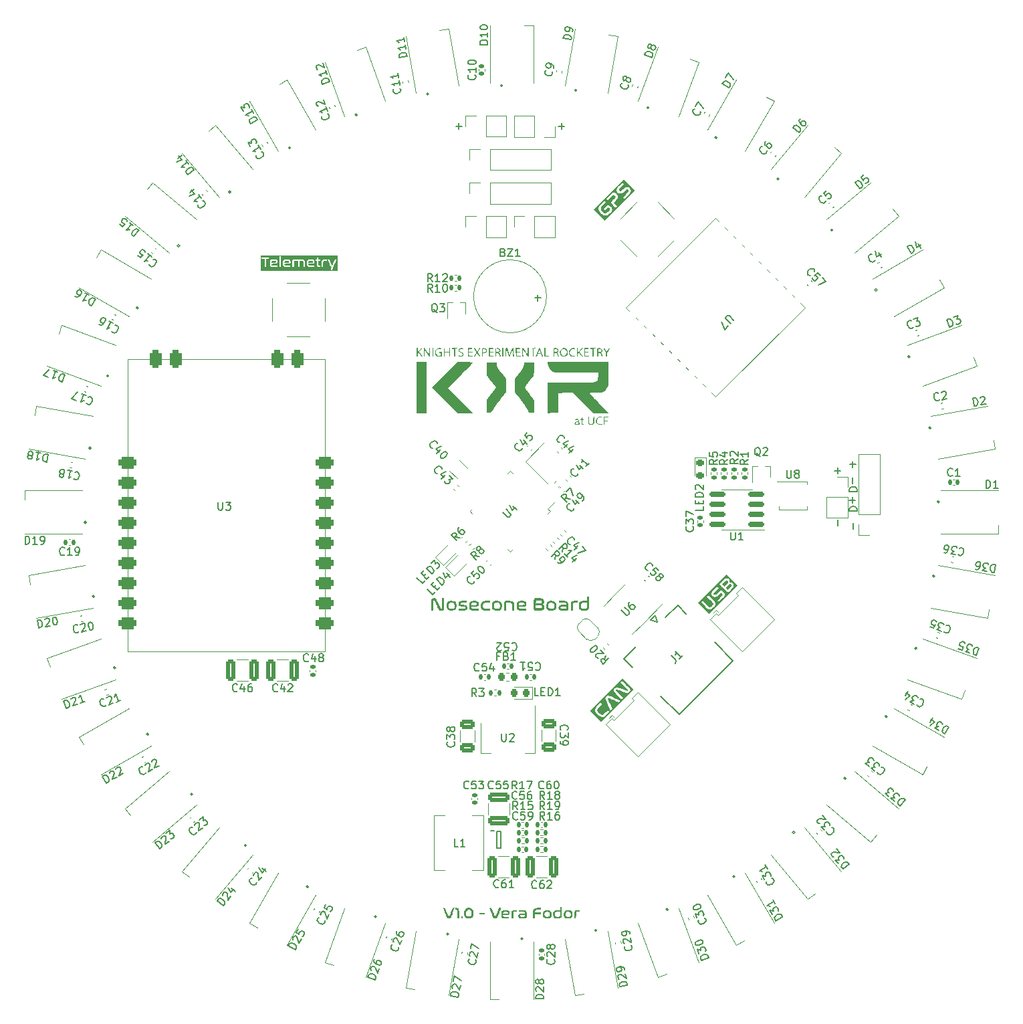
<source format=gto>
G04 #@! TF.GenerationSoftware,KiCad,Pcbnew,(6.0.6)*
G04 #@! TF.CreationDate,2023-02-05T11:55:43-05:00*
G04 #@! TF.ProjectId,NoseConeBoardV1,4e6f7365-436f-46e6-9542-6f6172645631,rev?*
G04 #@! TF.SameCoordinates,Original*
G04 #@! TF.FileFunction,Legend,Top*
G04 #@! TF.FilePolarity,Positive*
%FSLAX46Y46*%
G04 Gerber Fmt 4.6, Leading zero omitted, Abs format (unit mm)*
G04 Created by KiCad (PCBNEW (6.0.6)) date 2023-02-05 11:55:43*
%MOMM*%
%LPD*%
G01*
G04 APERTURE LIST*
G04 Aperture macros list*
%AMRoundRect*
0 Rectangle with rounded corners*
0 $1 Rounding radius*
0 $2 $3 $4 $5 $6 $7 $8 $9 X,Y pos of 4 corners*
0 Add a 4 corners polygon primitive as box body*
4,1,4,$2,$3,$4,$5,$6,$7,$8,$9,$2,$3,0*
0 Add four circle primitives for the rounded corners*
1,1,$1+$1,$2,$3*
1,1,$1+$1,$4,$5*
1,1,$1+$1,$6,$7*
1,1,$1+$1,$8,$9*
0 Add four rect primitives between the rounded corners*
20,1,$1+$1,$2,$3,$4,$5,0*
20,1,$1+$1,$4,$5,$6,$7,0*
20,1,$1+$1,$6,$7,$8,$9,0*
20,1,$1+$1,$8,$9,$2,$3,0*%
%AMHorizOval*
0 Thick line with rounded ends*
0 $1 width*
0 $2 $3 position (X,Y) of the first rounded end (center of the circle)*
0 $4 $5 position (X,Y) of the second rounded end (center of the circle)*
0 Add line between two ends*
20,1,$1,$2,$3,$4,$5,0*
0 Add two circle primitives to create the rounded ends*
1,1,$1,$2,$3*
1,1,$1,$4,$5*%
%AMRotRect*
0 Rectangle, with rotation*
0 The origin of the aperture is its center*
0 $1 length*
0 $2 width*
0 $3 Rotation angle, in degrees counterclockwise*
0 Add horizontal line*
21,1,$1,$2,0,0,$3*%
%AMFreePoly0*
4,1,17,1.395000,0.765000,0.855000,0.765000,0.855000,0.535000,1.395000,0.535000,1.395000,0.115000,0.855000,0.115000,0.855000,-0.115000,1.395000,-0.115000,1.395000,-0.535000,0.855000,-0.535000,0.855000,-0.765000,1.395000,-0.765000,1.395000,-1.185000,-0.855000,-1.185000,-0.855000,1.185000,1.395000,1.185000,1.395000,0.765000,1.395000,0.765000,$1*%
%AMFreePoly1*
4,1,22,0.499999,-0.750000,0.000000,-0.750000,0.000000,-0.745033,-0.079941,-0.743568,-0.215256,-0.701293,-0.333266,-0.622738,-0.424486,-0.514219,-0.481581,-0.384460,-0.499164,-0.250000,-0.500000,-0.250000,-0.500000,0.250000,-0.499164,0.250000,-0.499963,0.256109,-0.478152,0.396186,-0.417904,0.524511,-0.324060,0.630769,-0.204165,0.706417,-0.067858,0.745374,0.000000,0.744960,0.000000,0.750000,
0.499999,0.750000,0.499999,-0.750000,0.499999,-0.750000,$1*%
%AMFreePoly2*
4,1,20,0.000000,0.744960,0.073905,0.744508,0.209726,0.703889,0.328688,0.626782,0.421226,0.519385,0.479903,0.390333,0.500000,0.250000,0.500000,-0.250000,0.499851,-0.262216,0.476331,-0.402017,0.414519,-0.529596,0.319384,-0.634700,0.198574,-0.708877,0.061801,-0.746166,0.000000,-0.745033,0.000000,-0.750000,-0.499999,-0.750000,-0.499999,0.750000,0.000000,0.750000,0.000000,0.744960,
0.000000,0.744960,$1*%
G04 Aperture macros list end*
%ADD10C,0.150000*%
%ADD11C,0.120000*%
%ADD12C,0.200000*%
%ADD13C,0.127000*%
%ADD14C,1.531200*%
%ADD15C,0.836200*%
%ADD16C,0.010000*%
%ADD17RoundRect,0.140000X0.111865X-0.189700X0.207631X0.073414X-0.111865X0.189700X-0.207631X-0.073414X0*%
%ADD18R,1.700000X1.700000*%
%ADD19O,1.700000X1.700000*%
%ADD20RoundRect,0.140000X-0.170000X0.140000X-0.170000X-0.140000X0.170000X-0.140000X0.170000X0.140000X0*%
%ADD21RotRect,1.500000X1.000000X100.000000*%
%ADD22R,1.000000X1.500000*%
%ADD23R,0.450000X0.700000*%
%ADD24RoundRect,0.150000X0.825000X0.150000X-0.825000X0.150000X-0.825000X-0.150000X0.825000X-0.150000X0*%
%ADD25RoundRect,0.140000X0.219203X0.021213X0.021213X0.219203X-0.219203X-0.021213X-0.021213X-0.219203X0*%
%ADD26RoundRect,0.140000X0.140000X0.170000X-0.140000X0.170000X-0.140000X-0.170000X0.140000X-0.170000X0*%
%ADD27RoundRect,0.140000X0.077224X-0.206244X0.217224X0.036244X-0.077224X0.206244X-0.217224X-0.036244X0*%
%ADD28RoundRect,0.140000X0.143107X-0.167393X0.191728X0.108353X-0.143107X0.167393X-0.191728X-0.108353X0*%
%ADD29RoundRect,0.250000X-0.325000X-1.100000X0.325000X-1.100000X0.325000X1.100000X-0.325000X1.100000X0*%
%ADD30RotRect,1.500000X1.000000X350.000000*%
%ADD31RoundRect,0.135000X0.135000X0.185000X-0.135000X0.185000X-0.135000X-0.185000X0.135000X-0.185000X0*%
%ADD32RoundRect,0.140000X-0.216520X-0.040237X-0.002028X-0.220218X0.216520X0.040237X0.002028X0.220218X0*%
%ADD33RoundRect,0.140000X-0.219203X-0.021213X-0.021213X-0.219203X0.219203X0.021213X0.021213X0.219203X0*%
%ADD34RoundRect,0.250000X-0.689429X-0.229810X-0.229810X-0.689429X0.689429X0.229810X0.229810X0.689429X0*%
%ADD35RoundRect,0.250000X-0.650000X0.325000X-0.650000X-0.325000X0.650000X-0.325000X0.650000X0.325000X0*%
%ADD36RoundRect,0.218750X0.218750X0.256250X-0.218750X0.256250X-0.218750X-0.256250X0.218750X-0.256250X0*%
%ADD37RoundRect,0.218750X0.026517X-0.335876X0.335876X-0.026517X-0.026517X0.335876X-0.335876X0.026517X0*%
%ADD38C,3.800000*%
%ADD39RoundRect,0.140000X0.216520X0.040237X0.002028X0.220218X-0.216520X-0.040237X-0.002028X-0.220218X0*%
%ADD40RoundRect,0.140000X0.036244X0.217224X-0.206244X0.077224X-0.036244X-0.217224X0.206244X-0.077224X0*%
%ADD41RoundRect,0.135000X-0.226274X-0.035355X-0.035355X-0.226274X0.226274X0.035355X0.035355X0.226274X0*%
%ADD42R,1.500000X1.000000*%
%ADD43RoundRect,0.140000X-0.077224X0.206244X-0.217224X-0.036244X0.077224X-0.206244X0.217224X0.036244X0*%
%ADD44RotRect,1.500000X1.000000X150.000000*%
%ADD45RoundRect,0.135000X-0.035355X0.226274X-0.226274X0.035355X0.035355X-0.226274X0.226274X-0.035355X0*%
%ADD46R,3.500000X2.450000*%
%ADD47RotRect,1.500000X1.000000X140.000000*%
%ADD48RotRect,1.500000X1.000000X20.000000*%
%ADD49RoundRect,0.140000X-0.140000X-0.170000X0.140000X-0.170000X0.140000X0.170000X-0.140000X0.170000X0*%
%ADD50RoundRect,0.140000X-0.217224X0.036244X-0.077224X-0.206244X0.217224X-0.036244X0.077224X0.206244X0*%
%ADD51RoundRect,0.140000X-0.021213X0.219203X-0.219203X0.021213X0.021213X-0.219203X0.219203X-0.021213X0*%
%ADD52RoundRect,0.140000X-0.189700X-0.111865X0.073414X-0.207631X0.189700X0.111865X-0.073414X0.207631X0*%
%ADD53RotRect,1.500000X1.000000X200.000000*%
%ADD54RoundRect,0.140000X-0.036244X-0.217224X0.206244X-0.077224X0.036244X0.217224X-0.206244X0.077224X0*%
%ADD55RotRect,1.500000X1.000000X250.000000*%
%ADD56RotRect,1.400000X1.200000X315.000000*%
%ADD57RoundRect,0.140000X0.207631X-0.073414X0.111865X0.189700X-0.207631X0.073414X-0.111865X-0.189700X0*%
%ADD58RoundRect,0.150000X0.353553X0.848528X-0.848528X-0.353553X-0.353553X-0.848528X0.848528X0.353553X0*%
%ADD59RotRect,1.500000X1.000000X330.000000*%
%ADD60RoundRect,0.140000X-0.206244X-0.077224X0.036244X-0.217224X0.206244X0.077224X-0.036244X0.217224X0*%
%ADD61RoundRect,0.150000X0.477297X0.689429X-0.689429X-0.477297X-0.477297X-0.689429X0.689429X0.477297X0*%
%ADD62RoundRect,0.250000X0.325000X1.100000X-0.325000X1.100000X-0.325000X-1.100000X0.325000X-1.100000X0*%
%ADD63RoundRect,0.140000X0.170000X-0.140000X0.170000X0.140000X-0.170000X0.140000X-0.170000X-0.140000X0*%
%ADD64RotRect,1.500000X1.000000X130.000000*%
%ADD65RoundRect,0.135000X-0.135000X-0.185000X0.135000X-0.185000X0.135000X0.185000X-0.135000X0.185000X0*%
%ADD66RotRect,1.500000X1.000000X190.000000*%
%ADD67RoundRect,0.140000X-0.191728X0.108353X-0.143107X-0.167393X0.191728X-0.108353X0.143107X0.167393X0*%
%ADD68RotRect,1.500000X1.000000X60.000000*%
%ADD69RotRect,1.500000X1.000000X320.000000*%
%ADD70RotRect,1.500000X1.000000X260.000000*%
%ADD71RoundRect,0.140000X0.217224X-0.036244X0.077224X0.206244X-0.217224X0.036244X-0.077224X-0.206244X0*%
%ADD72RotRect,1.500000X1.000000X10.000000*%
%ADD73RoundRect,0.135000X-0.185000X0.135000X-0.185000X-0.135000X0.185000X-0.135000X0.185000X0.135000X0*%
%ADD74RoundRect,0.140000X-0.002028X0.220218X-0.216520X0.040237X0.002028X-0.220218X0.216520X-0.040237X0*%
%ADD75RoundRect,0.200000X0.176777X-0.459619X0.459619X-0.176777X-0.176777X0.459619X-0.459619X0.176777X0*%
%ADD76HorizOval,0.800000X-0.176777X0.176777X0.176777X-0.176777X0*%
%ADD77R,1.500000X2.000000*%
%ADD78R,3.800000X2.000000*%
%ADD79RoundRect,0.140000X-0.073414X-0.207631X0.189700X-0.111865X0.073414X0.207631X-0.189700X0.111865X0*%
%ADD80RotRect,1.500000X1.000000X230.000000*%
%ADD81RoundRect,0.218750X-0.256250X0.218750X-0.256250X-0.218750X0.256250X-0.218750X0.256250X0.218750X0*%
%ADD82R,0.475000X0.300000*%
%ADD83RoundRect,0.140000X0.189700X0.111865X-0.073414X0.207631X-0.189700X-0.111865X0.073414X-0.207631X0*%
%ADD84RotRect,1.500000X1.000000X50.000000*%
%ADD85RoundRect,0.135000X0.226274X0.035355X0.035355X0.226274X-0.226274X-0.035355X-0.035355X-0.226274X0*%
%ADD86RoundRect,0.140000X-0.040237X0.216520X-0.220218X0.002028X0.040237X-0.216520X0.220218X-0.002028X0*%
%ADD87RotRect,1.500000X1.000000X290.000000*%
%ADD88RotRect,1.500000X1.000000X210.000000*%
%ADD89C,2.050000*%
%ADD90C,2.250000*%
%ADD91RoundRect,0.140000X0.073414X0.207631X-0.189700X0.111865X-0.073414X-0.207631X0.189700X-0.111865X0*%
%ADD92RoundRect,0.140000X0.220218X0.002028X0.040237X0.216520X-0.220218X-0.002028X-0.040237X-0.216520X0*%
%ADD93RotRect,1.500000X1.000000X340.000000*%
%ADD94RoundRect,0.140000X0.021213X-0.219203X0.219203X-0.021213X-0.021213X0.219203X-0.219203X0.021213X0*%
%ADD95RoundRect,0.140000X-0.143107X0.167393X-0.191728X-0.108353X0.143107X-0.167393X0.191728X0.108353X0*%
%ADD96RotRect,1.500000X1.000000X40.000000*%
%ADD97RoundRect,0.140000X-0.167393X-0.143107X0.108353X-0.191728X0.167393X0.143107X-0.108353X0.191728X0*%
%ADD98RoundRect,0.075000X0.415425X0.521491X-0.521491X-0.415425X-0.415425X-0.521491X0.521491X0.415425X0*%
%ADD99RoundRect,0.075000X-0.415425X0.521491X-0.521491X0.415425X0.415425X-0.521491X0.521491X-0.415425X0*%
%ADD100RoundRect,0.140000X0.002028X-0.220218X0.216520X-0.040237X-0.002028X0.220218X-0.216520X0.040237X0*%
%ADD101RoundRect,0.140000X-0.220218X-0.002028X-0.040237X-0.216520X0.220218X0.002028X0.040237X0.216520X0*%
%ADD102RoundRect,0.135000X0.035355X-0.226274X0.226274X-0.035355X-0.035355X0.226274X-0.226274X0.035355X0*%
%ADD103RotRect,1.500000X1.000000X30.000000*%
%ADD104RotRect,1.500000X1.000000X240.000000*%
%ADD105RotRect,1.500000X1.000000X280.000000*%
%ADD106RotRect,1.500000X1.000000X70.000000*%
%ADD107R,0.700000X0.420000*%
%ADD108FreePoly0,0.000000*%
%ADD109R,1.600000X1.600000*%
%ADD110C,1.600000*%
%ADD111RoundRect,0.135000X0.185000X-0.135000X0.185000X0.135000X-0.185000X0.135000X-0.185000X-0.135000X0*%
%ADD112RoundRect,0.140000X0.040237X-0.216520X0.220218X-0.002028X-0.040237X0.216520X-0.220218X0.002028X0*%
%ADD113RoundRect,0.140000X-0.207631X0.073414X-0.111865X-0.189700X0.207631X-0.073414X0.111865X0.189700X0*%
%ADD114FreePoly1,135.000000*%
%ADD115FreePoly2,135.000000*%
%ADD116RotRect,1.500000X1.000000X80.000000*%
%ADD117RoundRect,0.140000X0.191728X-0.108353X0.143107X0.167393X-0.191728X0.108353X-0.143107X-0.167393X0*%
%ADD118RotRect,1.500000X1.000000X300.000000*%
%ADD119RotRect,1.500000X1.000000X310.000000*%
%ADD120RoundRect,0.140000X0.108353X0.191728X-0.167393X0.143107X-0.108353X-0.191728X0.167393X-0.143107X0*%
%ADD121RotRect,1.500000X1.000000X120.000000*%
%ADD122RoundRect,0.381000X-0.762000X-0.381000X0.762000X-0.381000X0.762000X0.381000X-0.762000X0.381000X0*%
%ADD123RoundRect,0.381000X-0.381000X0.762000X-0.381000X-0.762000X0.381000X-0.762000X0.381000X0.762000X0*%
%ADD124RoundRect,0.381000X0.381000X-0.762000X0.381000X0.762000X-0.381000X0.762000X-0.381000X-0.762000X0*%
%ADD125RoundRect,0.140000X-0.108353X-0.191728X0.167393X-0.143107X0.108353X0.191728X-0.167393X0.143107X0*%
%ADD126RoundRect,0.140000X0.206244X0.077224X-0.036244X0.217224X-0.206244X-0.077224X0.036244X-0.217224X0*%
%ADD127RotRect,1.500000X1.000000X220.000000*%
%ADD128RotRect,1.500000X1.000000X160.000000*%
%ADD129RotRect,1.500000X1.000000X110.000000*%
%ADD130RotRect,1.500000X1.000000X170.000000*%
%ADD131RoundRect,0.250000X-1.100000X0.325000X-1.100000X-0.325000X1.100000X-0.325000X1.100000X0.325000X0*%
%ADD132RoundRect,0.140000X0.167393X0.143107X-0.108353X0.191728X-0.167393X-0.143107X0.108353X-0.191728X0*%
%ADD133RoundRect,0.140000X-0.111865X0.189700X-0.207631X-0.073414X0.111865X-0.189700X0.207631X0.073414X0*%
G04 APERTURE END LIST*
D10*
X261538813Y-167366617D02*
G75*
G03*
X261538813Y-167366617I-141422J0D01*
G01*
X209050785Y-96119130D02*
G75*
G03*
X209050785Y-96119130I-141421J0D01*
G01*
X156350785Y-151419130D02*
G75*
G03*
X156350785Y-151419130I-141421J0D01*
G01*
X252552809Y-183833804D02*
G75*
G03*
X252552809Y-183833804I-141421J0D01*
G01*
X264350785Y-148819130D02*
G75*
G03*
X264350785Y-148819130I-141421J0D01*
G01*
X182224952Y-104003758D02*
G75*
G03*
X182224952Y-104003758I-141421J0D01*
G01*
X218447537Y-96713769D02*
G75*
G03*
X218447537Y-96713769I-141421J0D01*
G01*
X236224952Y-102703758D02*
G75*
G03*
X236224952Y-102703758I-141421J0D01*
G01*
X202254033Y-203524491D02*
G75*
G03*
X202254033Y-203524491I-141421J0D01*
G01*
X184476618Y-197534502D02*
G75*
G03*
X184476618Y-197534502I-141421J0D01*
G01*
X168148761Y-116404456D02*
G75*
G03*
X168148761Y-116404456I-141421J0D01*
G01*
X193103299Y-201307157D02*
G75*
G03*
X193103299Y-201307157I-141422J0D01*
G01*
X244065459Y-107917106D02*
G75*
G03*
X244065459Y-107917106I-141421J0D01*
G01*
X238476618Y-196234502D02*
G75*
G03*
X238476618Y-196234502I-141421J0D01*
G01*
X227598273Y-98931103D02*
G75*
G03*
X227598273Y-98931103I-141422J0D01*
G01*
X221008038Y-203073006D02*
G75*
G03*
X221008038Y-203073006I-141422J0D01*
G01*
X169820010Y-185825518D02*
G75*
G03*
X169820010Y-185825518I-141422J0D01*
G01*
X257766157Y-175993297D02*
G75*
G03*
X257766157Y-175993297I-141421J0D01*
G01*
X230041474Y-200417906D02*
G75*
G03*
X230041474Y-200417906I-141422J0D01*
G01*
X250881562Y-114412742D02*
G75*
G03*
X250881562Y-114412742I-141422J0D01*
G01*
X159162759Y-132871643D02*
G75*
G03*
X159162759Y-132871643I-141422J0D01*
G01*
X263756146Y-158215882D02*
G75*
G03*
X263756146Y-158215882I-141421J0D01*
G01*
X164235413Y-178244963D02*
G75*
G03*
X164235413Y-178244963I-141421J0D01*
G01*
X162935413Y-124244963D02*
G75*
G03*
X162935413Y-124244963I-141421J0D01*
G01*
X260649562Y-130428442D02*
G75*
G03*
X260649562Y-130428442I-141422J0D01*
G01*
X199693534Y-97165254D02*
G75*
G03*
X199693534Y-97165254I-141422J0D01*
G01*
X246057174Y-190649906D02*
G75*
G03*
X246057174Y-190649906I-141422J0D01*
G01*
X256466157Y-121993297D02*
G75*
G03*
X256466157Y-121993297I-141421J0D01*
G01*
X263304662Y-139461878D02*
G75*
G03*
X263304662Y-139461878I-141422J0D01*
G01*
X160052010Y-169809818D02*
G75*
G03*
X160052010Y-169809818I-141422J0D01*
G01*
X174644398Y-109588354D02*
G75*
G03*
X174644398Y-109588354I-141422J0D01*
G01*
X176636111Y-192321154D02*
G75*
G03*
X176636111Y-192321154I-141421J0D01*
G01*
X156945424Y-142022378D02*
G75*
G03*
X156945424Y-142022378I-141421J0D01*
G01*
X157396910Y-160776382D02*
G75*
G03*
X157396910Y-160776382I-141422J0D01*
G01*
X190660098Y-99820354D02*
G75*
G03*
X190660098Y-99820354I-141422J0D01*
G01*
X211650785Y-204119130D02*
G75*
G03*
X211650785Y-204119130I-141421J0D01*
G01*
X203119047Y-101271428D02*
X203880952Y-101271428D01*
X203500000Y-101652380D02*
X203500000Y-100890476D01*
X253471428Y-151519047D02*
X253471428Y-152280952D01*
X253780952Y-144071428D02*
X253019047Y-144071428D01*
X253400000Y-144452380D02*
X253400000Y-143690476D01*
X252947619Y-147480952D02*
X253947619Y-147480952D01*
X253947619Y-147242857D01*
X253900000Y-147100000D01*
X253804761Y-147004761D01*
X253709523Y-146957142D01*
X253519047Y-146909523D01*
X253376190Y-146909523D01*
X253185714Y-146957142D01*
X253090476Y-147004761D01*
X252995238Y-147100000D01*
X252947619Y-147242857D01*
X252947619Y-147480952D01*
X253328571Y-146480952D02*
X253328571Y-145719047D01*
X252947619Y-149980952D02*
X253947619Y-149980952D01*
X253947619Y-149742857D01*
X253900000Y-149600000D01*
X253804761Y-149504761D01*
X253709523Y-149457142D01*
X253519047Y-149409523D01*
X253376190Y-149409523D01*
X253185714Y-149457142D01*
X253090476Y-149504761D01*
X252995238Y-149600000D01*
X252947619Y-149742857D01*
X252947619Y-149980952D01*
X253328571Y-148980952D02*
X253328571Y-148219047D01*
X252947619Y-148600000D02*
X253709523Y-148600000D01*
X251471428Y-151119047D02*
X251471428Y-151880952D01*
X216119047Y-101271428D02*
X216880952Y-101271428D01*
X216500000Y-101652380D02*
X216500000Y-100890476D01*
X251880952Y-144871428D02*
X251119047Y-144871428D01*
X251500000Y-145252380D02*
X251500000Y-144490476D01*
X195877274Y-205159461D02*
X195905735Y-205220495D01*
X195901622Y-205371023D01*
X195869048Y-205460518D01*
X195775441Y-205578473D01*
X195653373Y-205635394D01*
X195547592Y-205647568D01*
X195352316Y-205627168D01*
X195218074Y-205578308D01*
X195055372Y-205468414D01*
X194982164Y-205391094D01*
X194925243Y-205269026D01*
X194929356Y-205118497D01*
X194961929Y-205029003D01*
X195055536Y-204911048D01*
X195116570Y-204882587D01*
X195246864Y-204524609D02*
X195218403Y-204463575D01*
X195206229Y-204357794D01*
X195287663Y-204134058D01*
X195364983Y-204060850D01*
X195426017Y-204032389D01*
X195531798Y-204020215D01*
X195621293Y-204052789D01*
X195739248Y-204146396D01*
X196080775Y-204878803D01*
X196292502Y-204297089D01*
X195645969Y-203149618D02*
X195580823Y-203328607D01*
X195592997Y-203434388D01*
X195621457Y-203495422D01*
X195723126Y-203633776D01*
X195885828Y-203743670D01*
X196243806Y-203873964D01*
X196349587Y-203861790D01*
X196410621Y-203833329D01*
X196487942Y-203760121D01*
X196553089Y-203581132D01*
X196540915Y-203475351D01*
X196512454Y-203414317D01*
X196439246Y-203336997D01*
X196215510Y-203255563D01*
X196109729Y-203267737D01*
X196048695Y-203296198D01*
X195971374Y-203369406D01*
X195906228Y-203548395D01*
X195918401Y-203654176D01*
X195946862Y-203715210D01*
X196020070Y-203792530D01*
X204757142Y-185057141D02*
X204709523Y-185104760D01*
X204566666Y-185152379D01*
X204471428Y-185152379D01*
X204328571Y-185104760D01*
X204233333Y-185009522D01*
X204185714Y-184914284D01*
X204138095Y-184723808D01*
X204138095Y-184580951D01*
X204185714Y-184390475D01*
X204233333Y-184295237D01*
X204328571Y-184199999D01*
X204471428Y-184152379D01*
X204566666Y-184152379D01*
X204709523Y-184199999D01*
X204757142Y-184247618D01*
X205661904Y-184152379D02*
X205185714Y-184152379D01*
X205138095Y-184628570D01*
X205185714Y-184580951D01*
X205280952Y-184533332D01*
X205519047Y-184533332D01*
X205614285Y-184580951D01*
X205661904Y-184628570D01*
X205709523Y-184723808D01*
X205709523Y-184961903D01*
X205661904Y-185057141D01*
X205614285Y-185104760D01*
X205519047Y-185152379D01*
X205280952Y-185152379D01*
X205185714Y-185104760D01*
X205138095Y-185057141D01*
X206042857Y-184152379D02*
X206661904Y-184152379D01*
X206328571Y-184533332D01*
X206471428Y-184533332D01*
X206566666Y-184580951D01*
X206614285Y-184628570D01*
X206661904Y-184723808D01*
X206661904Y-184961903D01*
X206614285Y-185057141D01*
X206566666Y-185104760D01*
X206471428Y-185152379D01*
X206185714Y-185152379D01*
X206090476Y-185104760D01*
X206042857Y-185057141D01*
X196965730Y-92436412D02*
X195980923Y-92610061D01*
X195939578Y-92375582D01*
X195961666Y-92226627D01*
X196038920Y-92116298D01*
X196124442Y-92052864D01*
X196303755Y-91972893D01*
X196444442Y-91948086D01*
X196640294Y-91961905D01*
X196742354Y-91992263D01*
X196852683Y-92069516D01*
X196924385Y-92201934D01*
X196965730Y-92436412D01*
X196701124Y-90935753D02*
X196800351Y-91498500D01*
X196750737Y-91217127D02*
X195765930Y-91390775D01*
X195923154Y-91459759D01*
X196033483Y-91537012D01*
X196096917Y-91622535D01*
X196535744Y-89997841D02*
X196634972Y-90560588D01*
X196585358Y-90279214D02*
X195600550Y-90452863D01*
X195757775Y-90521847D01*
X195868104Y-90599100D01*
X195931538Y-90684622D01*
X207161744Y-90933415D02*
X206161744Y-90933415D01*
X206161744Y-90695320D01*
X206209364Y-90552463D01*
X206304602Y-90457225D01*
X206399840Y-90409606D01*
X206590316Y-90361987D01*
X206733173Y-90361987D01*
X206923649Y-90409606D01*
X207018887Y-90457225D01*
X207114125Y-90552463D01*
X207161744Y-90695320D01*
X207161744Y-90933415D01*
X207161744Y-89409606D02*
X207161744Y-89981034D01*
X207161744Y-89695320D02*
X206161744Y-89695320D01*
X206304602Y-89790558D01*
X206399840Y-89885796D01*
X206447459Y-89981034D01*
X206161744Y-88790558D02*
X206161744Y-88695320D01*
X206209364Y-88600082D01*
X206256983Y-88552463D01*
X206352221Y-88504844D01*
X206542697Y-88457225D01*
X206780792Y-88457225D01*
X206971268Y-88504844D01*
X207066506Y-88552463D01*
X207114125Y-88600082D01*
X207161744Y-88695320D01*
X207161744Y-88790558D01*
X207114125Y-88885796D01*
X207066506Y-88933415D01*
X206971268Y-88981034D01*
X206780792Y-89028653D01*
X206542697Y-89028653D01*
X206352221Y-88981034D01*
X206256983Y-88933415D01*
X206209364Y-88885796D01*
X206161744Y-88790558D01*
X241704761Y-143047618D02*
X241609523Y-142999999D01*
X241514285Y-142904760D01*
X241371428Y-142761903D01*
X241276190Y-142714284D01*
X241180952Y-142714284D01*
X241228571Y-142952379D02*
X241133333Y-142904760D01*
X241038095Y-142809522D01*
X240990476Y-142619046D01*
X240990476Y-142285713D01*
X241038095Y-142095237D01*
X241133333Y-141999999D01*
X241228571Y-141952379D01*
X241419047Y-141952379D01*
X241514285Y-141999999D01*
X241609523Y-142095237D01*
X241657142Y-142285713D01*
X241657142Y-142619046D01*
X241609523Y-142809522D01*
X241514285Y-142904760D01*
X241419047Y-142952379D01*
X241228571Y-142952379D01*
X242038095Y-142047618D02*
X242085714Y-141999999D01*
X242180952Y-141952379D01*
X242419047Y-141952379D01*
X242514285Y-141999999D01*
X242561904Y-142047618D01*
X242609523Y-142142856D01*
X242609523Y-142238094D01*
X242561904Y-142380951D01*
X241990476Y-142952379D01*
X242609523Y-142952379D01*
X237938095Y-152652380D02*
X237938095Y-153461904D01*
X237985714Y-153557142D01*
X238033333Y-153604761D01*
X238128571Y-153652380D01*
X238319047Y-153652380D01*
X238414285Y-153604761D01*
X238461904Y-153557142D01*
X238509523Y-153461904D01*
X238509523Y-152652380D01*
X239509523Y-153652380D02*
X238938095Y-153652380D01*
X239223809Y-153652380D02*
X239223809Y-152652380D01*
X239128571Y-152795238D01*
X239033333Y-152890476D01*
X238938095Y-152938095D01*
X200804761Y-124847619D02*
X200709523Y-124800000D01*
X200614285Y-124704761D01*
X200471428Y-124561904D01*
X200376190Y-124514285D01*
X200280952Y-124514285D01*
X200328571Y-124752380D02*
X200233333Y-124704761D01*
X200138095Y-124609523D01*
X200090476Y-124419047D01*
X200090476Y-124085714D01*
X200138095Y-123895238D01*
X200233333Y-123800000D01*
X200328571Y-123752380D01*
X200519047Y-123752380D01*
X200614285Y-123800000D01*
X200709523Y-123895238D01*
X200757142Y-124085714D01*
X200757142Y-124419047D01*
X200709523Y-124609523D01*
X200614285Y-124704761D01*
X200519047Y-124752380D01*
X200328571Y-124752380D01*
X201090476Y-123752380D02*
X201709523Y-123752380D01*
X201376190Y-124133333D01*
X201519047Y-124133333D01*
X201614285Y-124180952D01*
X201661904Y-124228571D01*
X201709523Y-124323809D01*
X201709523Y-124561904D01*
X201661904Y-124657142D01*
X201614285Y-124704761D01*
X201519047Y-124752380D01*
X201233333Y-124752380D01*
X201138095Y-124704761D01*
X201090476Y-124657142D01*
X227492893Y-157497969D02*
X227425549Y-157497969D01*
X227290862Y-157430625D01*
X227223519Y-157363282D01*
X227156175Y-157228595D01*
X227156175Y-157093908D01*
X227189847Y-156992893D01*
X227290862Y-156824534D01*
X227391877Y-156723519D01*
X227560236Y-156622503D01*
X227661251Y-156588832D01*
X227795938Y-156588832D01*
X227930625Y-156656175D01*
X227997969Y-156723519D01*
X228065312Y-156858206D01*
X228065312Y-156925549D01*
X228772419Y-157497969D02*
X228435702Y-157161251D01*
X228065312Y-157464297D01*
X228132656Y-157464297D01*
X228233671Y-157497969D01*
X228402030Y-157666328D01*
X228435702Y-157767343D01*
X228435702Y-157834687D01*
X228402030Y-157935702D01*
X228233671Y-158104061D01*
X228132656Y-158137732D01*
X228065312Y-158137732D01*
X227964297Y-158104061D01*
X227795938Y-157935702D01*
X227762267Y-157834687D01*
X227762267Y-157767343D01*
X228907106Y-158238748D02*
X228873435Y-158137732D01*
X228873435Y-158070389D01*
X228907106Y-157969374D01*
X228940778Y-157935702D01*
X229041793Y-157902030D01*
X229109137Y-157902030D01*
X229210152Y-157935702D01*
X229344839Y-158070389D01*
X229378511Y-158171404D01*
X229378511Y-158238748D01*
X229344839Y-158339763D01*
X229311167Y-158373435D01*
X229210152Y-158407106D01*
X229142809Y-158407106D01*
X229041793Y-158373435D01*
X228907106Y-158238748D01*
X228806091Y-158205076D01*
X228738748Y-158205076D01*
X228637732Y-158238748D01*
X228503045Y-158373435D01*
X228469374Y-158474450D01*
X228469374Y-158541793D01*
X228503045Y-158642809D01*
X228637732Y-158777496D01*
X228738748Y-158811167D01*
X228806091Y-158811167D01*
X228907106Y-158777496D01*
X229041793Y-158642809D01*
X229075465Y-158541793D01*
X229075465Y-158474450D01*
X229041793Y-158373435D01*
X213230357Y-169242856D02*
X213277976Y-169195237D01*
X213420833Y-169147618D01*
X213516071Y-169147618D01*
X213658928Y-169195237D01*
X213754166Y-169290475D01*
X213801785Y-169385713D01*
X213849404Y-169576189D01*
X213849404Y-169719046D01*
X213801785Y-169909522D01*
X213754166Y-170004760D01*
X213658928Y-170099999D01*
X213516071Y-170147618D01*
X213420833Y-170147618D01*
X213277976Y-170099999D01*
X213230357Y-170052379D01*
X212325595Y-170147618D02*
X212801785Y-170147618D01*
X212849404Y-169671427D01*
X212801785Y-169719046D01*
X212706547Y-169766665D01*
X212468452Y-169766665D01*
X212373214Y-169719046D01*
X212325595Y-169671427D01*
X212277976Y-169576189D01*
X212277976Y-169338094D01*
X212325595Y-169242856D01*
X212373214Y-169195237D01*
X212468452Y-169147618D01*
X212706547Y-169147618D01*
X212801785Y-169195237D01*
X212849404Y-169242856D01*
X211325595Y-169147618D02*
X211897023Y-169147618D01*
X211611309Y-169147618D02*
X211611309Y-170147618D01*
X211706547Y-170004760D01*
X211801785Y-169909522D01*
X211897023Y-169861903D01*
X186537357Y-201834534D02*
X186554786Y-201899582D01*
X186524597Y-202047110D01*
X186476978Y-202129588D01*
X186364310Y-202229497D01*
X186234213Y-202264356D01*
X186127925Y-202257977D01*
X185939158Y-202203978D01*
X185815440Y-202132549D01*
X185674292Y-201996072D01*
X185615623Y-201907214D01*
X185580764Y-201777116D01*
X185610953Y-201629588D01*
X185658572Y-201547110D01*
X185771240Y-201447201D01*
X185836289Y-201429772D01*
X186026765Y-201099857D02*
X186009335Y-201034808D01*
X186015715Y-200928520D01*
X186134762Y-200722324D01*
X186223621Y-200663655D01*
X186288669Y-200646225D01*
X186394958Y-200652605D01*
X186477436Y-200700224D01*
X186577345Y-200812892D01*
X186786502Y-201593477D01*
X187096026Y-201057366D01*
X186682381Y-199773820D02*
X186444286Y-200186213D01*
X186832870Y-200465547D01*
X186815440Y-200400498D01*
X186821820Y-200294210D01*
X186940867Y-200088014D01*
X187029726Y-200029345D01*
X187094774Y-200011915D01*
X187201063Y-200018295D01*
X187407259Y-200137342D01*
X187465928Y-200226201D01*
X187483358Y-200291249D01*
X187476978Y-200397538D01*
X187357931Y-200603734D01*
X187269072Y-200662403D01*
X187204023Y-200679833D01*
X205652664Y-206812016D02*
X205691290Y-206867181D01*
X205713379Y-207016137D01*
X205696841Y-207109928D01*
X205625139Y-207242346D01*
X205514809Y-207319599D01*
X205412749Y-207349957D01*
X205216898Y-207363777D01*
X205076211Y-207338970D01*
X204896898Y-207258998D01*
X204811375Y-207195565D01*
X204734122Y-207085236D01*
X204712033Y-206936280D01*
X204728571Y-206842489D01*
X204800274Y-206710071D01*
X204855438Y-206671444D01*
X204921590Y-206296279D02*
X204882963Y-206241115D01*
X204852606Y-206139054D01*
X204893950Y-205904576D01*
X204957384Y-205819054D01*
X205012549Y-205780428D01*
X205114609Y-205750070D01*
X205208400Y-205766608D01*
X205340818Y-205838310D01*
X205804338Y-206500285D01*
X205911834Y-205890642D01*
X204984909Y-205388725D02*
X205100674Y-204732186D01*
X206011062Y-205327895D01*
X213357143Y-197657141D02*
X213309524Y-197704760D01*
X213166667Y-197752379D01*
X213071429Y-197752379D01*
X212928572Y-197704760D01*
X212833334Y-197609522D01*
X212785715Y-197514284D01*
X212738096Y-197323808D01*
X212738096Y-197180951D01*
X212785715Y-196990475D01*
X212833334Y-196895237D01*
X212928572Y-196799999D01*
X213071429Y-196752379D01*
X213166667Y-196752379D01*
X213309524Y-196799999D01*
X213357143Y-196847618D01*
X214214286Y-196752379D02*
X214023810Y-196752379D01*
X213928572Y-196799999D01*
X213880953Y-196847618D01*
X213785715Y-196990475D01*
X213738096Y-197180951D01*
X213738096Y-197561903D01*
X213785715Y-197657141D01*
X213833334Y-197704760D01*
X213928572Y-197752379D01*
X214119048Y-197752379D01*
X214214286Y-197704760D01*
X214261905Y-197657141D01*
X214309524Y-197561903D01*
X214309524Y-197323808D01*
X214261905Y-197228570D01*
X214214286Y-197180951D01*
X214119048Y-197133332D01*
X213928572Y-197133332D01*
X213833334Y-197180951D01*
X213785715Y-197228570D01*
X213738096Y-197323808D01*
X214690477Y-196847618D02*
X214738096Y-196799999D01*
X214833334Y-196752379D01*
X215071429Y-196752379D01*
X215166667Y-196799999D01*
X215214286Y-196847618D01*
X215261905Y-196942856D01*
X215261905Y-197038094D01*
X215214286Y-197180951D01*
X214642858Y-197752379D01*
X215261905Y-197752379D01*
X271483757Y-156784480D02*
X271310108Y-157769287D01*
X271075630Y-157727943D01*
X270943213Y-157656240D01*
X270865959Y-157545911D01*
X270835602Y-157443851D01*
X270821782Y-157247999D01*
X270846589Y-157107313D01*
X270926560Y-156927999D01*
X270989994Y-156842477D01*
X271100323Y-156765224D01*
X271249279Y-156743135D01*
X271483757Y-156784480D01*
X270419092Y-157612177D02*
X269809449Y-157504681D01*
X270203870Y-157187399D01*
X270063183Y-157162592D01*
X269977661Y-157099158D01*
X269939034Y-157043994D01*
X269908677Y-156941933D01*
X269950021Y-156707455D01*
X270013455Y-156621933D01*
X270068619Y-156583307D01*
X270170680Y-156552949D01*
X270452053Y-156602563D01*
X270537576Y-156665996D01*
X270576202Y-156721161D01*
X268965328Y-157355839D02*
X269152911Y-157388915D01*
X269254971Y-157358558D01*
X269310135Y-157319931D01*
X269428733Y-157195782D01*
X269508705Y-157016469D01*
X269574856Y-156641304D01*
X269544499Y-156539244D01*
X269505872Y-156484079D01*
X269420350Y-156420645D01*
X269232767Y-156387570D01*
X269130707Y-156417927D01*
X269075543Y-156456554D01*
X269012109Y-156542076D01*
X268970764Y-156776554D01*
X269001122Y-156878614D01*
X269039749Y-156933779D01*
X269125271Y-156997213D01*
X269312853Y-157030288D01*
X269414914Y-156999931D01*
X269470078Y-156961304D01*
X269533512Y-156875782D01*
X200157142Y-120952380D02*
X199823809Y-120476190D01*
X199585714Y-120952380D02*
X199585714Y-119952380D01*
X199966666Y-119952380D01*
X200061904Y-120000000D01*
X200109523Y-120047619D01*
X200157142Y-120142857D01*
X200157142Y-120285714D01*
X200109523Y-120380952D01*
X200061904Y-120428571D01*
X199966666Y-120476190D01*
X199585714Y-120476190D01*
X201109523Y-120952380D02*
X200538095Y-120952380D01*
X200823809Y-120952380D02*
X200823809Y-119952380D01*
X200728571Y-120095238D01*
X200633333Y-120190476D01*
X200538095Y-120238095D01*
X201490476Y-120047619D02*
X201538095Y-120000000D01*
X201633333Y-119952380D01*
X201871428Y-119952380D01*
X201966666Y-120000000D01*
X202014285Y-120047619D01*
X202061904Y-120142857D01*
X202061904Y-120238095D01*
X202014285Y-120380952D01*
X201442857Y-120952380D01*
X202061904Y-120952380D01*
X164834282Y-118105735D02*
X164901369Y-118099865D01*
X165041413Y-118155214D01*
X165114369Y-118216432D01*
X165193195Y-118344737D01*
X165204934Y-118478911D01*
X165180195Y-118582477D01*
X165094237Y-118758999D01*
X165002410Y-118868434D01*
X164843496Y-118983738D01*
X164745800Y-119026086D01*
X164611626Y-119037825D01*
X164471582Y-118982476D01*
X164398625Y-118921258D01*
X164319799Y-118792953D01*
X164313930Y-118725866D01*
X164165933Y-117420600D02*
X164603673Y-117787907D01*
X164384803Y-117604253D02*
X163742016Y-118370298D01*
X163906799Y-118322081D01*
X164040974Y-118310342D01*
X164144539Y-118335081D01*
X162830058Y-117605074D02*
X163194841Y-117911164D01*
X163537409Y-117576989D01*
X163470321Y-117582859D01*
X163366756Y-117558119D01*
X163184364Y-117405075D01*
X163142017Y-117307378D01*
X163136147Y-117240291D01*
X163160887Y-117136726D01*
X163313932Y-116954334D01*
X163411628Y-116911986D01*
X163478715Y-116906117D01*
X163582280Y-116930857D01*
X163764672Y-117083901D01*
X163807020Y-117181597D01*
X163812889Y-117248685D01*
X218597969Y-145207106D02*
X218597969Y-145274450D01*
X218530625Y-145409137D01*
X218463282Y-145476480D01*
X218328595Y-145543824D01*
X218193908Y-145543824D01*
X218092893Y-145510152D01*
X217924534Y-145409137D01*
X217823519Y-145308122D01*
X217722503Y-145139763D01*
X217688832Y-145038748D01*
X217688832Y-144904061D01*
X217756175Y-144769374D01*
X217823519Y-144702030D01*
X217958206Y-144634687D01*
X218025549Y-144634687D01*
X218800000Y-144196954D02*
X219271404Y-144668358D01*
X218362267Y-144095938D02*
X218698984Y-144769374D01*
X219136717Y-144331641D01*
X220012183Y-143927580D02*
X219608122Y-144331641D01*
X219810152Y-144129610D02*
X219103045Y-143422503D01*
X219136717Y-143590862D01*
X219136717Y-143725549D01*
X219103045Y-143826564D01*
X200171400Y-142019460D02*
X200104056Y-142019460D01*
X199969369Y-141952116D01*
X199902026Y-141884773D01*
X199834682Y-141750086D01*
X199834682Y-141615399D01*
X199868354Y-141514384D01*
X199969369Y-141346025D01*
X200070384Y-141245010D01*
X200238743Y-141143994D01*
X200339758Y-141110323D01*
X200474445Y-141110323D01*
X200609132Y-141177666D01*
X200676476Y-141245010D01*
X200743819Y-141379697D01*
X200743819Y-141447040D01*
X201181552Y-142221491D02*
X200710148Y-142692895D01*
X201282568Y-141783758D02*
X200609132Y-142120475D01*
X201046865Y-142558208D01*
X201922331Y-142490865D02*
X201989674Y-142558208D01*
X202023346Y-142659223D01*
X202023346Y-142726567D01*
X201989674Y-142827582D01*
X201888659Y-142995941D01*
X201720300Y-143164300D01*
X201551942Y-143265315D01*
X201450926Y-143298987D01*
X201383583Y-143298987D01*
X201282568Y-143265315D01*
X201215224Y-143197971D01*
X201181552Y-143096956D01*
X201181552Y-143029613D01*
X201215224Y-142928597D01*
X201316239Y-142760239D01*
X201484598Y-142591880D01*
X201652957Y-142490865D01*
X201753972Y-142457193D01*
X201821316Y-142457193D01*
X201922331Y-142490865D01*
X216442857Y-177686430D02*
X216395238Y-177638811D01*
X216347619Y-177495954D01*
X216347619Y-177400716D01*
X216395238Y-177257859D01*
X216490476Y-177162621D01*
X216585714Y-177115002D01*
X216776190Y-177067383D01*
X216919047Y-177067383D01*
X217109523Y-177115002D01*
X217204761Y-177162621D01*
X217300000Y-177257859D01*
X217347619Y-177400716D01*
X217347619Y-177495954D01*
X217300000Y-177638811D01*
X217252380Y-177686430D01*
X217347619Y-178019764D02*
X217347619Y-178638811D01*
X216966666Y-178305478D01*
X216966666Y-178448335D01*
X216919047Y-178543573D01*
X216871428Y-178591192D01*
X216776190Y-178638811D01*
X216538095Y-178638811D01*
X216442857Y-178591192D01*
X216395238Y-178543573D01*
X216347619Y-178448335D01*
X216347619Y-178162621D01*
X216395238Y-178067383D01*
X216442857Y-178019764D01*
X216347619Y-179115002D02*
X216347619Y-179305478D01*
X216395238Y-179400716D01*
X216442857Y-179448335D01*
X216585714Y-179543573D01*
X216776190Y-179591192D01*
X217157142Y-179591192D01*
X217252380Y-179543573D01*
X217300000Y-179495954D01*
X217347619Y-179400716D01*
X217347619Y-179210240D01*
X217300000Y-179115002D01*
X217252380Y-179067383D01*
X217157142Y-179019764D01*
X216919047Y-179019764D01*
X216823809Y-179067383D01*
X216776190Y-179115002D01*
X216728571Y-179210240D01*
X216728571Y-179400716D01*
X216776190Y-179495954D01*
X216823809Y-179543573D01*
X216919047Y-179591192D01*
X208654166Y-168328570D02*
X208320833Y-168328570D01*
X208320833Y-168852379D02*
X208320833Y-167852379D01*
X208797023Y-167852379D01*
X209511309Y-168328570D02*
X209654166Y-168376189D01*
X209701785Y-168423808D01*
X209749404Y-168519046D01*
X209749404Y-168661903D01*
X209701785Y-168757141D01*
X209654166Y-168804760D01*
X209558928Y-168852379D01*
X209177976Y-168852379D01*
X209177976Y-167852379D01*
X209511309Y-167852379D01*
X209606547Y-167899999D01*
X209654166Y-167947618D01*
X209701785Y-168042856D01*
X209701785Y-168138094D01*
X209654166Y-168233332D01*
X209606547Y-168280951D01*
X209511309Y-168328570D01*
X209177976Y-168328570D01*
X210701785Y-168852379D02*
X210130357Y-168852379D01*
X210416071Y-168852379D02*
X210416071Y-167852379D01*
X210320833Y-167995237D01*
X210225595Y-168090475D01*
X210130357Y-168138094D01*
X247992893Y-120197969D02*
X247925549Y-120197969D01*
X247790862Y-120130625D01*
X247723519Y-120063282D01*
X247656175Y-119928595D01*
X247656175Y-119793908D01*
X247689847Y-119692893D01*
X247790862Y-119524534D01*
X247891877Y-119423519D01*
X248060236Y-119322503D01*
X248161251Y-119288832D01*
X248295938Y-119288832D01*
X248430625Y-119356175D01*
X248497969Y-119423519D01*
X248565312Y-119558206D01*
X248565312Y-119625549D01*
X249272419Y-120197969D02*
X248935702Y-119861251D01*
X248565312Y-120164297D01*
X248632656Y-120164297D01*
X248733671Y-120197969D01*
X248902030Y-120366328D01*
X248935702Y-120467343D01*
X248935702Y-120534687D01*
X248902030Y-120635702D01*
X248733671Y-120804061D01*
X248632656Y-120837732D01*
X248565312Y-120837732D01*
X248464297Y-120804061D01*
X248295938Y-120635702D01*
X248262267Y-120534687D01*
X248262267Y-120467343D01*
X249541793Y-120467343D02*
X250013198Y-120938748D01*
X249003045Y-121342809D01*
X200528595Y-160211167D02*
X200191877Y-160547885D01*
X199484771Y-159840778D01*
X200393908Y-159605076D02*
X200629610Y-159369374D01*
X201101015Y-159638748D02*
X200764297Y-159975465D01*
X200057190Y-159268358D01*
X200393908Y-158931641D01*
X201404061Y-159335702D02*
X200696954Y-158628595D01*
X200865312Y-158460236D01*
X201000000Y-158392893D01*
X201134687Y-158392893D01*
X201235702Y-158426564D01*
X201404061Y-158527580D01*
X201505076Y-158628595D01*
X201606091Y-158796954D01*
X201639763Y-158897969D01*
X201639763Y-159032656D01*
X201572419Y-159167343D01*
X201404061Y-159335702D01*
X201942809Y-157854145D02*
X202414213Y-158325549D01*
X201505076Y-157753129D02*
X201841793Y-158426564D01*
X202279526Y-157988832D01*
X257028494Y-182411791D02*
X257095581Y-182405921D01*
X257235625Y-182461270D01*
X257308581Y-182522488D01*
X257387407Y-182650793D01*
X257399146Y-182784967D01*
X257374407Y-182888533D01*
X257288449Y-183065055D01*
X257196622Y-183174490D01*
X257037708Y-183289794D01*
X256940012Y-183332142D01*
X256805838Y-183343881D01*
X256665794Y-183288532D01*
X256592837Y-183227314D01*
X256514011Y-183099009D01*
X256508142Y-183031922D01*
X256191576Y-182890616D02*
X255717358Y-182492700D01*
X256217577Y-182415136D01*
X256108142Y-182323309D01*
X256065795Y-182225613D01*
X256059925Y-182158526D01*
X256084665Y-182054960D01*
X256237710Y-181872569D01*
X256335406Y-181830221D01*
X256402493Y-181824352D01*
X256506059Y-181849091D01*
X256724928Y-182032745D01*
X256767276Y-182130441D01*
X256773145Y-182197528D01*
X255462010Y-182278437D02*
X254987792Y-181880521D01*
X255488011Y-181802957D01*
X255378576Y-181711131D01*
X255336229Y-181613434D01*
X255330359Y-181546347D01*
X255355099Y-181442782D01*
X255508144Y-181260390D01*
X255605840Y-181218042D01*
X255672927Y-181212173D01*
X255776492Y-181236913D01*
X255995362Y-181420566D01*
X256037710Y-181518262D01*
X256043579Y-181585350D01*
X256223699Y-118191631D02*
X256206270Y-118256679D01*
X256106361Y-118369347D01*
X256023883Y-118416966D01*
X255876355Y-118447156D01*
X255746257Y-118412296D01*
X255657399Y-118353627D01*
X255520922Y-118212479D01*
X255449493Y-118088761D01*
X255395494Y-117899995D01*
X255389115Y-117793707D01*
X255423974Y-117663609D01*
X255523883Y-117550941D01*
X255606361Y-117503322D01*
X255753889Y-117473133D01*
X255818937Y-117490562D01*
X256680293Y-117268188D02*
X257013626Y-117845538D01*
X256283620Y-117057321D02*
X256434566Y-117794958D01*
X256970677Y-117485434D01*
X266022697Y-145476272D02*
X265975078Y-145523891D01*
X265832221Y-145571510D01*
X265736983Y-145571510D01*
X265594125Y-145523891D01*
X265498887Y-145428653D01*
X265451268Y-145333415D01*
X265403649Y-145142939D01*
X265403649Y-145000082D01*
X265451268Y-144809606D01*
X265498887Y-144714368D01*
X265594125Y-144619130D01*
X265736983Y-144571510D01*
X265832221Y-144571510D01*
X265975078Y-144619130D01*
X266022697Y-144666749D01*
X266975078Y-145571510D02*
X266403649Y-145571510D01*
X266689364Y-145571510D02*
X266689364Y-144571510D01*
X266594125Y-144714368D01*
X266498887Y-144809606D01*
X266403649Y-144857225D01*
X216625549Y-155165312D02*
X216726564Y-154592893D01*
X216221488Y-154761251D02*
X216928595Y-154054145D01*
X217197969Y-154323519D01*
X217231641Y-154424534D01*
X217231641Y-154491877D01*
X217197969Y-154592893D01*
X217096954Y-154693908D01*
X216995938Y-154727580D01*
X216928595Y-154727580D01*
X216827580Y-154693908D01*
X216558206Y-154424534D01*
X217298984Y-155838748D02*
X216894923Y-155434687D01*
X217096954Y-155636717D02*
X217804061Y-154929610D01*
X217635702Y-154963282D01*
X217501015Y-154963282D01*
X217400000Y-154929610D01*
X218376480Y-155973435D02*
X217905076Y-156444839D01*
X218477496Y-155535702D02*
X217804061Y-155872419D01*
X218241793Y-156310152D01*
X148595078Y-154171510D02*
X148595078Y-153171510D01*
X148833173Y-153171510D01*
X148976030Y-153219130D01*
X149071268Y-153314368D01*
X149118887Y-153409606D01*
X149166506Y-153600082D01*
X149166506Y-153742939D01*
X149118887Y-153933415D01*
X149071268Y-154028653D01*
X148976030Y-154123891D01*
X148833173Y-154171510D01*
X148595078Y-154171510D01*
X150118887Y-154171510D02*
X149547459Y-154171510D01*
X149833173Y-154171510D02*
X149833173Y-153171510D01*
X149737935Y-153314368D01*
X149642697Y-153409606D01*
X149547459Y-153457225D01*
X150595078Y-154171510D02*
X150785554Y-154171510D01*
X150880792Y-154123891D01*
X150928411Y-154076272D01*
X151023649Y-153933415D01*
X151071268Y-153742939D01*
X151071268Y-153361987D01*
X151023649Y-153266749D01*
X150976030Y-153219130D01*
X150880792Y-153171510D01*
X150690316Y-153171510D01*
X150595078Y-153219130D01*
X150547459Y-153266749D01*
X150499840Y-153361987D01*
X150499840Y-153600082D01*
X150547459Y-153695320D01*
X150595078Y-153742939D01*
X150690316Y-153790558D01*
X150880792Y-153790558D01*
X150976030Y-153742939D01*
X151023649Y-153695320D01*
X151071268Y-153600082D01*
X234095198Y-99461936D02*
X234112628Y-99526985D01*
X234082438Y-99674513D01*
X234034819Y-99756991D01*
X233922152Y-99856900D01*
X233792054Y-99891759D01*
X233685766Y-99885380D01*
X233496999Y-99831381D01*
X233373281Y-99759952D01*
X233232133Y-99623475D01*
X233173464Y-99534616D01*
X233138605Y-99404519D01*
X233168794Y-99256991D01*
X233216413Y-99174513D01*
X233329081Y-99074604D01*
X233394130Y-99057175D01*
X233478318Y-98720880D02*
X233811651Y-98143530D01*
X234463391Y-99014684D01*
X157487156Y-123134499D02*
X156987156Y-124000524D01*
X156780960Y-123881477D01*
X156681051Y-123768809D01*
X156646192Y-123638711D01*
X156652572Y-123532423D01*
X156706570Y-123343656D01*
X156777999Y-123219938D01*
X156914476Y-123078791D01*
X157003335Y-123020122D01*
X157133432Y-122985262D01*
X157280960Y-123015451D01*
X157487156Y-123134499D01*
X156167498Y-122372594D02*
X156662370Y-122658308D01*
X156414934Y-122515451D02*
X155914934Y-123381477D01*
X156068842Y-123305378D01*
X156198939Y-123270518D01*
X156305227Y-123276898D01*
X154925191Y-122810048D02*
X155090148Y-122905286D01*
X155196436Y-122911666D01*
X155261485Y-122894236D01*
X155415392Y-122818137D01*
X155551870Y-122676990D01*
X155742346Y-122347075D01*
X155748726Y-122240787D01*
X155731296Y-122175738D01*
X155672627Y-122086880D01*
X155507670Y-121991642D01*
X155401381Y-121985262D01*
X155336333Y-122002692D01*
X155247474Y-122061361D01*
X155128427Y-122267557D01*
X155122047Y-122373846D01*
X155139477Y-122438894D01*
X155198146Y-122527753D01*
X155363103Y-122622991D01*
X155469391Y-122629371D01*
X155534440Y-122611941D01*
X155623298Y-122553272D01*
X206102030Y-155737732D02*
X205529610Y-155636717D01*
X205697969Y-156141793D02*
X204990862Y-155434687D01*
X205260236Y-155165312D01*
X205361251Y-155131641D01*
X205428595Y-155131641D01*
X205529610Y-155165312D01*
X205630625Y-155266328D01*
X205664297Y-155367343D01*
X205664297Y-155434687D01*
X205630625Y-155535702D01*
X205361251Y-155805076D01*
X206102030Y-154929610D02*
X206001015Y-154963282D01*
X205933671Y-154963282D01*
X205832656Y-154929610D01*
X205798984Y-154895938D01*
X205765312Y-154794923D01*
X205765312Y-154727580D01*
X205798984Y-154626564D01*
X205933671Y-154491877D01*
X206034687Y-154458206D01*
X206102030Y-154458206D01*
X206203045Y-154491877D01*
X206236717Y-154525549D01*
X206270389Y-154626564D01*
X206270389Y-154693908D01*
X206236717Y-154794923D01*
X206102030Y-154929610D01*
X206068358Y-155030625D01*
X206068358Y-155097969D01*
X206102030Y-155198984D01*
X206236717Y-155333671D01*
X206337732Y-155367343D01*
X206405076Y-155367343D01*
X206506091Y-155333671D01*
X206640778Y-155198984D01*
X206674450Y-155097969D01*
X206674450Y-155030625D01*
X206640778Y-154929610D01*
X206506091Y-154794923D01*
X206405076Y-154761251D01*
X206337732Y-154761251D01*
X206236717Y-154794923D01*
X202906532Y-179213567D02*
X202954151Y-179261186D01*
X203001770Y-179404043D01*
X203001770Y-179499281D01*
X202954151Y-179642138D01*
X202858913Y-179737376D01*
X202763675Y-179784995D01*
X202573199Y-179832614D01*
X202430342Y-179832614D01*
X202239866Y-179784995D01*
X202144628Y-179737376D01*
X202049390Y-179642138D01*
X202001770Y-179499281D01*
X202001770Y-179404043D01*
X202049390Y-179261186D01*
X202097009Y-179213567D01*
X202001770Y-178880233D02*
X202001770Y-178261186D01*
X202382723Y-178594519D01*
X202382723Y-178451662D01*
X202430342Y-178356424D01*
X202477961Y-178308805D01*
X202573199Y-178261186D01*
X202811294Y-178261186D01*
X202906532Y-178308805D01*
X202954151Y-178356424D01*
X203001770Y-178451662D01*
X203001770Y-178737376D01*
X202954151Y-178832614D01*
X202906532Y-178880233D01*
X202430342Y-177689757D02*
X202382723Y-177784995D01*
X202335104Y-177832614D01*
X202239866Y-177880233D01*
X202192247Y-177880233D01*
X202097009Y-177832614D01*
X202049390Y-177784995D01*
X202001770Y-177689757D01*
X202001770Y-177499281D01*
X202049390Y-177404043D01*
X202097009Y-177356424D01*
X202192247Y-177308805D01*
X202239866Y-177308805D01*
X202335104Y-177356424D01*
X202382723Y-177404043D01*
X202430342Y-177499281D01*
X202430342Y-177689757D01*
X202477961Y-177784995D01*
X202525580Y-177832614D01*
X202620818Y-177880233D01*
X202811294Y-177880233D01*
X202906532Y-177832614D01*
X202954151Y-177784995D01*
X203001770Y-177689757D01*
X203001770Y-177499281D01*
X202954151Y-177404043D01*
X202906532Y-177356424D01*
X202811294Y-177308805D01*
X202620818Y-177308805D01*
X202525580Y-177356424D01*
X202477961Y-177404043D01*
X202430342Y-177499281D01*
X203433333Y-192452379D02*
X202957142Y-192452379D01*
X202957142Y-191452379D01*
X204290476Y-192452379D02*
X203719047Y-192452379D01*
X204004761Y-192452379D02*
X204004761Y-191452379D01*
X203909523Y-191595237D01*
X203814285Y-191690475D01*
X203719047Y-191738094D01*
X163030345Y-114453113D02*
X162387558Y-115219158D01*
X162205166Y-115066113D01*
X162126340Y-114937808D01*
X162114601Y-114803634D01*
X162139341Y-114700068D01*
X162225298Y-114523546D01*
X162317125Y-114414111D01*
X162476039Y-114298807D01*
X162573735Y-114256459D01*
X162707910Y-114244720D01*
X162847954Y-114300069D01*
X163030345Y-114453113D01*
X161863039Y-113473628D02*
X162300779Y-113840935D01*
X162081909Y-113657281D02*
X161439122Y-114423326D01*
X161603905Y-114375109D01*
X161738080Y-114363370D01*
X161841645Y-114388109D01*
X160527164Y-113658102D02*
X160891947Y-113964192D01*
X161234515Y-113630017D01*
X161167427Y-113635887D01*
X161063862Y-113611147D01*
X160881470Y-113458103D01*
X160839123Y-113360406D01*
X160833253Y-113293319D01*
X160857993Y-113189754D01*
X161011038Y-113007362D01*
X161108734Y-112965014D01*
X161175821Y-112959145D01*
X161279386Y-112983885D01*
X161461778Y-113136929D01*
X161504126Y-113234625D01*
X161509995Y-113301713D01*
X265670504Y-126696673D02*
X265328484Y-125756980D01*
X265552220Y-125675547D01*
X265702749Y-125671434D01*
X265824817Y-125728355D01*
X265902137Y-125801563D01*
X266012031Y-125964266D01*
X266060891Y-126098507D01*
X266081291Y-126293783D01*
X266069117Y-126399564D01*
X266012196Y-126521632D01*
X265894241Y-126615240D01*
X265670504Y-126696673D01*
X266178682Y-125447534D02*
X266760397Y-125235807D01*
X266577459Y-125707792D01*
X266711701Y-125658932D01*
X266817482Y-125671106D01*
X266878516Y-125699566D01*
X266955837Y-125772774D01*
X267037270Y-125996510D01*
X267025096Y-126102292D01*
X266996636Y-126163326D01*
X266923428Y-126240646D01*
X266654944Y-126338366D01*
X266549163Y-126326192D01*
X266488129Y-126297732D01*
X210230357Y-166742856D02*
X210277976Y-166695237D01*
X210420833Y-166647618D01*
X210516071Y-166647618D01*
X210658928Y-166695237D01*
X210754166Y-166790475D01*
X210801785Y-166885713D01*
X210849404Y-167076189D01*
X210849404Y-167219046D01*
X210801785Y-167409522D01*
X210754166Y-167504760D01*
X210658928Y-167599999D01*
X210516071Y-167647618D01*
X210420833Y-167647618D01*
X210277976Y-167599999D01*
X210230357Y-167552379D01*
X209325595Y-167647618D02*
X209801785Y-167647618D01*
X209849404Y-167171427D01*
X209801785Y-167219046D01*
X209706547Y-167266665D01*
X209468452Y-167266665D01*
X209373214Y-167219046D01*
X209325595Y-167171427D01*
X209277976Y-167076189D01*
X209277976Y-166838094D01*
X209325595Y-166742856D01*
X209373214Y-166695237D01*
X209468452Y-166647618D01*
X209706547Y-166647618D01*
X209801785Y-166695237D01*
X209849404Y-166742856D01*
X208897023Y-167552379D02*
X208849404Y-167599999D01*
X208754166Y-167647618D01*
X208516071Y-167647618D01*
X208420833Y-167599999D01*
X208373214Y-167552379D01*
X208325595Y-167457141D01*
X208325595Y-167361903D01*
X208373214Y-167219046D01*
X208944642Y-166647618D01*
X208325595Y-166647618D01*
X208557142Y-197557141D02*
X208509523Y-197604760D01*
X208366666Y-197652379D01*
X208271428Y-197652379D01*
X208128571Y-197604760D01*
X208033333Y-197509522D01*
X207985714Y-197414284D01*
X207938095Y-197223808D01*
X207938095Y-197080951D01*
X207985714Y-196890475D01*
X208033333Y-196795237D01*
X208128571Y-196699999D01*
X208271428Y-196652379D01*
X208366666Y-196652379D01*
X208509523Y-196699999D01*
X208557142Y-196747618D01*
X209414285Y-196652379D02*
X209223809Y-196652379D01*
X209128571Y-196699999D01*
X209080952Y-196747618D01*
X208985714Y-196890475D01*
X208938095Y-197080951D01*
X208938095Y-197461903D01*
X208985714Y-197557141D01*
X209033333Y-197604760D01*
X209128571Y-197652379D01*
X209319047Y-197652379D01*
X209414285Y-197604760D01*
X209461904Y-197557141D01*
X209509523Y-197461903D01*
X209509523Y-197223808D01*
X209461904Y-197128570D01*
X209414285Y-197080951D01*
X209319047Y-197033332D01*
X209128571Y-197033332D01*
X209033333Y-197080951D01*
X208985714Y-197128570D01*
X208938095Y-197223808D01*
X210461904Y-197652379D02*
X209890476Y-197652379D01*
X210176190Y-197652379D02*
X210176190Y-196652379D01*
X210080952Y-196795237D01*
X209985714Y-196890475D01*
X209890476Y-196938094D01*
X178519960Y-104517187D02*
X178585009Y-104534616D01*
X178697677Y-104634525D01*
X178745296Y-104717003D01*
X178775485Y-104864531D01*
X178740625Y-104994629D01*
X178681956Y-105083487D01*
X178540809Y-105219964D01*
X178417091Y-105291393D01*
X178228324Y-105345392D01*
X178122036Y-105351771D01*
X177991938Y-105316912D01*
X177879270Y-105217003D01*
X177831651Y-105134525D01*
X177801462Y-104986997D01*
X177818892Y-104921949D01*
X178126248Y-103644782D02*
X178411962Y-104139653D01*
X178269105Y-103892217D02*
X177403080Y-104392217D01*
X177574417Y-104403267D01*
X177704514Y-104438127D01*
X177793373Y-104496796D01*
X177093556Y-103856106D02*
X176784032Y-103319995D01*
X177280613Y-103418194D01*
X177209185Y-103294476D01*
X177202805Y-103188188D01*
X177220235Y-103123140D01*
X177278904Y-103034281D01*
X177485100Y-102915234D01*
X177591388Y-102908854D01*
X177656437Y-102926284D01*
X177745296Y-102984953D01*
X177888153Y-103232388D01*
X177894532Y-103338677D01*
X177877103Y-103403725D01*
X211497969Y-142007107D02*
X211497969Y-142074451D01*
X211430625Y-142209138D01*
X211363282Y-142276481D01*
X211228595Y-142343825D01*
X211093908Y-142343825D01*
X210992893Y-142310153D01*
X210824534Y-142209138D01*
X210723519Y-142108123D01*
X210622503Y-141939764D01*
X210588832Y-141838749D01*
X210588832Y-141704062D01*
X210656175Y-141569375D01*
X210723519Y-141502031D01*
X210858206Y-141434688D01*
X210925549Y-141434688D01*
X211700000Y-140996955D02*
X212171404Y-141468359D01*
X211262267Y-140895939D02*
X211598984Y-141569375D01*
X212036717Y-141131642D01*
X212171404Y-140054146D02*
X211834687Y-140390863D01*
X212137732Y-140761252D01*
X212137732Y-140693909D01*
X212171404Y-140592894D01*
X212339763Y-140424535D01*
X212440778Y-140390863D01*
X212508122Y-140390863D01*
X212609137Y-140424535D01*
X212777496Y-140592894D01*
X212811167Y-140693909D01*
X212811167Y-140761252D01*
X212777496Y-140862268D01*
X212609137Y-141030626D01*
X212508122Y-141064298D01*
X212440778Y-141064298D01*
X156621509Y-135555571D02*
X156682543Y-135527110D01*
X156833071Y-135531223D01*
X156922566Y-135563797D01*
X157040521Y-135657404D01*
X157097442Y-135779472D01*
X157109616Y-135885253D01*
X157089216Y-136080529D01*
X157040356Y-136214771D01*
X156930462Y-136377473D01*
X156853142Y-136450681D01*
X156731074Y-136507602D01*
X156580545Y-136503489D01*
X156491051Y-136470916D01*
X156373096Y-136377309D01*
X156344635Y-136316275D01*
X155759137Y-135140343D02*
X156296104Y-135335783D01*
X156027620Y-135238063D02*
X155685600Y-136177756D01*
X155823955Y-136076087D01*
X155946023Y-136019166D01*
X156051804Y-136006992D01*
X155103886Y-135966029D02*
X154477424Y-135738016D01*
X155222169Y-134944903D01*
X153823032Y-174959539D02*
X153481011Y-174019846D01*
X153704748Y-173938413D01*
X153855276Y-173934300D01*
X153977344Y-173991221D01*
X154054665Y-174064429D01*
X154164559Y-174227131D01*
X154213419Y-174361373D01*
X154233818Y-174556649D01*
X154221644Y-174662430D01*
X154164723Y-174784498D01*
X154046768Y-174878105D01*
X153823032Y-174959539D01*
X154408530Y-173783607D02*
X154436991Y-173722573D01*
X154510199Y-173645253D01*
X154733935Y-173563819D01*
X154839716Y-173575993D01*
X154900750Y-173604454D01*
X154978071Y-173677662D01*
X155010644Y-173767156D01*
X155014757Y-173917685D01*
X154673230Y-174650092D01*
X155254944Y-174438365D01*
X156149889Y-174112632D02*
X155612922Y-174308072D01*
X155881406Y-174210352D02*
X155539386Y-173270659D01*
X155498751Y-173437474D01*
X155441830Y-173559542D01*
X155368622Y-173636863D01*
X163851102Y-183069980D02*
X163833673Y-183135029D01*
X163733764Y-183247697D01*
X163651286Y-183295316D01*
X163503758Y-183325505D01*
X163373660Y-183290645D01*
X163284802Y-183231976D01*
X163148325Y-183090829D01*
X163076896Y-182967111D01*
X163022897Y-182778344D01*
X163016518Y-182672056D01*
X163051377Y-182541958D01*
X163151286Y-182429290D01*
X163233764Y-182381671D01*
X163381292Y-182351482D01*
X163446340Y-182368912D01*
X163776255Y-182178435D02*
X163793685Y-182113387D01*
X163852354Y-182024528D01*
X164058550Y-181905481D01*
X164164838Y-181899101D01*
X164229887Y-181916531D01*
X164318746Y-181975200D01*
X164366365Y-182057678D01*
X164396554Y-182205206D01*
X164187396Y-182985792D01*
X164723507Y-182676268D01*
X164601041Y-181702245D02*
X164618471Y-181637196D01*
X164677140Y-181548338D01*
X164883336Y-181429290D01*
X164989624Y-181422910D01*
X165054673Y-181440340D01*
X165143532Y-181499009D01*
X165191151Y-181581488D01*
X165221340Y-181729015D01*
X165012183Y-182509601D01*
X165548294Y-182200078D01*
X192919152Y-209314908D02*
X191979460Y-208972888D01*
X192060893Y-208749152D01*
X192154500Y-208631197D01*
X192276568Y-208574275D01*
X192382349Y-208562102D01*
X192577625Y-208582501D01*
X192711867Y-208631361D01*
X192874569Y-208741255D01*
X192947777Y-208818576D01*
X193004698Y-208940643D01*
X193000586Y-209091172D01*
X192919152Y-209314908D01*
X192394688Y-208110516D02*
X192366227Y-208049482D01*
X192354053Y-207943701D01*
X192435487Y-207719965D01*
X192512807Y-207646757D01*
X192573841Y-207618296D01*
X192679622Y-207606122D01*
X192769117Y-207638696D01*
X192887072Y-207732303D01*
X193228599Y-208464710D01*
X193440326Y-207882996D01*
X192793793Y-206735525D02*
X192728647Y-206914514D01*
X192740821Y-207020295D01*
X192769281Y-207081329D01*
X192870950Y-207219683D01*
X193033652Y-207329577D01*
X193391630Y-207459871D01*
X193497411Y-207447697D01*
X193558445Y-207419236D01*
X193635766Y-207346028D01*
X193700913Y-207167039D01*
X193688739Y-207061258D01*
X193660278Y-207000224D01*
X193587070Y-206922904D01*
X193363334Y-206841470D01*
X193257553Y-206853644D01*
X193196519Y-206882105D01*
X193119198Y-206955313D01*
X193054052Y-207134302D01*
X193066225Y-207240083D01*
X193094686Y-207301117D01*
X193167894Y-207378437D01*
X153586506Y-155476272D02*
X153538887Y-155523891D01*
X153396030Y-155571510D01*
X153300792Y-155571510D01*
X153157935Y-155523891D01*
X153062697Y-155428653D01*
X153015078Y-155333415D01*
X152967459Y-155142939D01*
X152967459Y-155000082D01*
X153015078Y-154809606D01*
X153062697Y-154714368D01*
X153157935Y-154619130D01*
X153300792Y-154571510D01*
X153396030Y-154571510D01*
X153538887Y-154619130D01*
X153586506Y-154666749D01*
X154538887Y-155571510D02*
X153967459Y-155571510D01*
X154253173Y-155571510D02*
X154253173Y-154571510D01*
X154157935Y-154714368D01*
X154062697Y-154809606D01*
X153967459Y-154857225D01*
X155015078Y-155571510D02*
X155205554Y-155571510D01*
X155300792Y-155523891D01*
X155348411Y-155476272D01*
X155443649Y-155333415D01*
X155491268Y-155142939D01*
X155491268Y-154761987D01*
X155443649Y-154666749D01*
X155396030Y-154619130D01*
X155300792Y-154571510D01*
X155110316Y-154571510D01*
X155015078Y-154619130D01*
X154967459Y-154666749D01*
X154919840Y-154761987D01*
X154919840Y-155000082D01*
X154967459Y-155095320D01*
X155015078Y-155142939D01*
X155110316Y-155190558D01*
X155300792Y-155190558D01*
X155396030Y-155142939D01*
X155443649Y-155095320D01*
X155491268Y-155000082D01*
X217592893Y-154197969D02*
X217525549Y-154197969D01*
X217390862Y-154130625D01*
X217323519Y-154063282D01*
X217256175Y-153928595D01*
X217256175Y-153793908D01*
X217289847Y-153692893D01*
X217390862Y-153524534D01*
X217491877Y-153423519D01*
X217660236Y-153322503D01*
X217761251Y-153288832D01*
X217895938Y-153288832D01*
X218030625Y-153356175D01*
X218097969Y-153423519D01*
X218165312Y-153558206D01*
X218165312Y-153625549D01*
X218603045Y-154400000D02*
X218131641Y-154871404D01*
X218704061Y-153962267D02*
X218030625Y-154298984D01*
X218468358Y-154736717D01*
X219141793Y-154467343D02*
X219613198Y-154938748D01*
X218603045Y-155342809D01*
X234609589Y-201494960D02*
X234670623Y-201523420D01*
X234764230Y-201641375D01*
X234796804Y-201730870D01*
X234800916Y-201881398D01*
X234743995Y-202003466D01*
X234670787Y-202080787D01*
X234508085Y-202190681D01*
X234373843Y-202239541D01*
X234178567Y-202259940D01*
X234072786Y-202247766D01*
X233950718Y-202190845D01*
X233857111Y-202072890D01*
X233824538Y-201983395D01*
X233820425Y-201832867D01*
X233848886Y-201771833D01*
X233645384Y-201491175D02*
X233433658Y-200909461D01*
X233905642Y-201092398D01*
X233856782Y-200958157D01*
X233868956Y-200852375D01*
X233897417Y-200791342D01*
X233970625Y-200714021D01*
X234194361Y-200632588D01*
X234300142Y-200644761D01*
X234361176Y-200673222D01*
X234438497Y-200746430D01*
X234536217Y-201014914D01*
X234524043Y-201120695D01*
X234495582Y-201181729D01*
X233221931Y-200327747D02*
X233189357Y-200238252D01*
X233201531Y-200132471D01*
X233229992Y-200071437D01*
X233303200Y-199994116D01*
X233465902Y-199884222D01*
X233689639Y-199802789D01*
X233884914Y-199782389D01*
X233990696Y-199794563D01*
X234051729Y-199823024D01*
X234129050Y-199896232D01*
X234161623Y-199985726D01*
X234149449Y-200091508D01*
X234120989Y-200152542D01*
X234047781Y-200229862D01*
X233885079Y-200339756D01*
X233661342Y-200421189D01*
X233466067Y-200441589D01*
X233360285Y-200429415D01*
X233299251Y-200400954D01*
X233221931Y-200327747D01*
X270271268Y-147071510D02*
X270271268Y-146071510D01*
X270509364Y-146071510D01*
X270652221Y-146119130D01*
X270747459Y-146214368D01*
X270795078Y-146309606D01*
X270842697Y-146500082D01*
X270842697Y-146642939D01*
X270795078Y-146833415D01*
X270747459Y-146928653D01*
X270652221Y-147023891D01*
X270509364Y-147071510D01*
X270271268Y-147071510D01*
X271795078Y-147071510D02*
X271223649Y-147071510D01*
X271509364Y-147071510D02*
X271509364Y-146071510D01*
X271414125Y-146214368D01*
X271318887Y-146309606D01*
X271223649Y-146357225D01*
X206073931Y-170155059D02*
X206026312Y-170202678D01*
X205883455Y-170250297D01*
X205788217Y-170250297D01*
X205645360Y-170202678D01*
X205550122Y-170107440D01*
X205502503Y-170012202D01*
X205454884Y-169821726D01*
X205454884Y-169678869D01*
X205502503Y-169488393D01*
X205550122Y-169393155D01*
X205645360Y-169297917D01*
X205788217Y-169250297D01*
X205883455Y-169250297D01*
X206026312Y-169297917D01*
X206073931Y-169345536D01*
X206978693Y-169250297D02*
X206502503Y-169250297D01*
X206454884Y-169726488D01*
X206502503Y-169678869D01*
X206597741Y-169631250D01*
X206835836Y-169631250D01*
X206931074Y-169678869D01*
X206978693Y-169726488D01*
X207026312Y-169821726D01*
X207026312Y-170059821D01*
X206978693Y-170155059D01*
X206931074Y-170202678D01*
X206835836Y-170250297D01*
X206597741Y-170250297D01*
X206502503Y-170202678D01*
X206454884Y-170155059D01*
X207883455Y-169583631D02*
X207883455Y-170250297D01*
X207645360Y-169202678D02*
X207407265Y-169916964D01*
X208026312Y-169916964D01*
X238325973Y-125848476D02*
X237753553Y-125276056D01*
X237652538Y-125242384D01*
X237585194Y-125242384D01*
X237484179Y-125276056D01*
X237349492Y-125410743D01*
X237315820Y-125511758D01*
X237315820Y-125579102D01*
X237349492Y-125680117D01*
X237921912Y-126252537D01*
X237652538Y-126521911D02*
X237181133Y-126993315D01*
X236777072Y-125983163D01*
X265587156Y-177334499D02*
X265087156Y-178200524D01*
X264880960Y-178081477D01*
X264781051Y-177968809D01*
X264746192Y-177838711D01*
X264752572Y-177732423D01*
X264806570Y-177543656D01*
X264877999Y-177419938D01*
X265014476Y-177278791D01*
X265103335Y-177220122D01*
X265233432Y-177185262D01*
X265380960Y-177215451D01*
X265587156Y-177334499D01*
X264303609Y-177748143D02*
X263767498Y-177438620D01*
X264246650Y-177275372D01*
X264122932Y-177203943D01*
X264064263Y-177115085D01*
X264046833Y-177050036D01*
X264053213Y-176943748D01*
X264172260Y-176737551D01*
X264261119Y-176678882D01*
X264326168Y-176661453D01*
X264432456Y-176667832D01*
X264679892Y-176810689D01*
X264738561Y-176899548D01*
X264755990Y-176964597D01*
X263191858Y-176721373D02*
X263525191Y-176144023D01*
X263207578Y-177170335D02*
X263770917Y-176670793D01*
X263234806Y-176361269D01*
X159964564Y-126471390D02*
X160029612Y-126453961D01*
X160177140Y-126484150D01*
X160259618Y-126531769D01*
X160359527Y-126644437D01*
X160394386Y-126774534D01*
X160388007Y-126880822D01*
X160334008Y-127069589D01*
X160262579Y-127193307D01*
X160126102Y-127334455D01*
X160037244Y-127393124D01*
X159907146Y-127427983D01*
X159759618Y-127397794D01*
X159677140Y-127350175D01*
X159577231Y-127237507D01*
X159559802Y-127172458D01*
X159187396Y-125912721D02*
X159682268Y-126198435D01*
X159434832Y-126055578D02*
X158934832Y-126921604D01*
X159088740Y-126845505D01*
X159218837Y-126810645D01*
X159325125Y-126817025D01*
X157945089Y-126350175D02*
X158110046Y-126445413D01*
X158216334Y-126451793D01*
X158281383Y-126434363D01*
X158435290Y-126358264D01*
X158571768Y-126217117D01*
X158762244Y-125887202D01*
X158768624Y-125780914D01*
X158751194Y-125715865D01*
X158692525Y-125627007D01*
X158527568Y-125531769D01*
X158421279Y-125525389D01*
X158356231Y-125542819D01*
X158267372Y-125601488D01*
X158148325Y-125807684D01*
X158141945Y-125913973D01*
X158159375Y-125979021D01*
X158218044Y-126067880D01*
X158383001Y-126163118D01*
X158489289Y-126169498D01*
X158554338Y-126152068D01*
X158643196Y-126093399D01*
X224092705Y-162540912D02*
X224665125Y-163113332D01*
X224766140Y-163147004D01*
X224833484Y-163147004D01*
X224934499Y-163113332D01*
X225069186Y-162978645D01*
X225102858Y-162877630D01*
X225102858Y-162810286D01*
X225069186Y-162709271D01*
X224496766Y-162136851D01*
X225136530Y-161497088D02*
X225001843Y-161631775D01*
X224968171Y-161732790D01*
X224968171Y-161800134D01*
X225001843Y-161968493D01*
X225102858Y-162136851D01*
X225372232Y-162406225D01*
X225473247Y-162439897D01*
X225540591Y-162439897D01*
X225641606Y-162406225D01*
X225776293Y-162271538D01*
X225809965Y-162170523D01*
X225809965Y-162103180D01*
X225776293Y-162002164D01*
X225607934Y-161833806D01*
X225506919Y-161800134D01*
X225439575Y-161800134D01*
X225338560Y-161833806D01*
X225203873Y-161968493D01*
X225170201Y-162069508D01*
X225170201Y-162136851D01*
X225203873Y-162237867D01*
X180557142Y-172757141D02*
X180509523Y-172804760D01*
X180366666Y-172852379D01*
X180271428Y-172852379D01*
X180128571Y-172804760D01*
X180033333Y-172709522D01*
X179985714Y-172614284D01*
X179938095Y-172423808D01*
X179938095Y-172280951D01*
X179985714Y-172090475D01*
X180033333Y-171995237D01*
X180128571Y-171899999D01*
X180271428Y-171852379D01*
X180366666Y-171852379D01*
X180509523Y-171899999D01*
X180557142Y-171947618D01*
X181414285Y-172185713D02*
X181414285Y-172852379D01*
X181176190Y-171804760D02*
X180938095Y-172519046D01*
X181557142Y-172519046D01*
X181890476Y-171947618D02*
X181938095Y-171899999D01*
X182033333Y-171852379D01*
X182271428Y-171852379D01*
X182366666Y-171899999D01*
X182414285Y-171947618D01*
X182461904Y-172042856D01*
X182461904Y-172138094D01*
X182414285Y-172280951D01*
X181842857Y-172852379D01*
X182461904Y-172852379D01*
X215566506Y-206741987D02*
X215614125Y-206789606D01*
X215661744Y-206932463D01*
X215661744Y-207027701D01*
X215614125Y-207170558D01*
X215518887Y-207265796D01*
X215423649Y-207313415D01*
X215233173Y-207361034D01*
X215090316Y-207361034D01*
X214899840Y-207313415D01*
X214804602Y-207265796D01*
X214709364Y-207170558D01*
X214661744Y-207027701D01*
X214661744Y-206932463D01*
X214709364Y-206789606D01*
X214756983Y-206741987D01*
X214756983Y-206361034D02*
X214709364Y-206313415D01*
X214661744Y-206218177D01*
X214661744Y-205980082D01*
X214709364Y-205884844D01*
X214756983Y-205837225D01*
X214852221Y-205789606D01*
X214947459Y-205789606D01*
X215090316Y-205837225D01*
X215661744Y-206408653D01*
X215661744Y-205789606D01*
X215090316Y-205218177D02*
X215042697Y-205313415D01*
X214995078Y-205361034D01*
X214899840Y-205408653D01*
X214852221Y-205408653D01*
X214756983Y-205361034D01*
X214709364Y-205313415D01*
X214661744Y-205218177D01*
X214661744Y-205027701D01*
X214709364Y-204932463D01*
X214756983Y-204884844D01*
X214852221Y-204837225D01*
X214899840Y-204837225D01*
X214995078Y-204884844D01*
X215042697Y-204932463D01*
X215090316Y-205027701D01*
X215090316Y-205218177D01*
X215137935Y-205313415D01*
X215185554Y-205361034D01*
X215280792Y-205408653D01*
X215471268Y-205408653D01*
X215566506Y-205361034D01*
X215614125Y-205313415D01*
X215661744Y-205218177D01*
X215661744Y-205027701D01*
X215614125Y-204932463D01*
X215566506Y-204884844D01*
X215471268Y-204837225D01*
X215280792Y-204837225D01*
X215185554Y-204884844D01*
X215137935Y-204932463D01*
X215090316Y-205027701D01*
X214257142Y-185057142D02*
X214209523Y-185104761D01*
X214066666Y-185152380D01*
X213971428Y-185152380D01*
X213828571Y-185104761D01*
X213733333Y-185009523D01*
X213685714Y-184914285D01*
X213638095Y-184723809D01*
X213638095Y-184580952D01*
X213685714Y-184390476D01*
X213733333Y-184295238D01*
X213828571Y-184200000D01*
X213971428Y-184152380D01*
X214066666Y-184152380D01*
X214209523Y-184200000D01*
X214257142Y-184247619D01*
X215114285Y-184152380D02*
X214923809Y-184152380D01*
X214828571Y-184200000D01*
X214780952Y-184247619D01*
X214685714Y-184390476D01*
X214638095Y-184580952D01*
X214638095Y-184961904D01*
X214685714Y-185057142D01*
X214733333Y-185104761D01*
X214828571Y-185152380D01*
X215019047Y-185152380D01*
X215114285Y-185104761D01*
X215161904Y-185057142D01*
X215209523Y-184961904D01*
X215209523Y-184723809D01*
X215161904Y-184628571D01*
X215114285Y-184580952D01*
X215019047Y-184533333D01*
X214828571Y-184533333D01*
X214733333Y-184580952D01*
X214685714Y-184628571D01*
X214638095Y-184723809D01*
X215828571Y-184152380D02*
X215923809Y-184152380D01*
X216019047Y-184200000D01*
X216066666Y-184247619D01*
X216114285Y-184342857D01*
X216161904Y-184533333D01*
X216161904Y-184771428D01*
X216114285Y-184961904D01*
X216066666Y-185057142D01*
X216019047Y-185104761D01*
X215923809Y-185152380D01*
X215828571Y-185152380D01*
X215733333Y-185104761D01*
X215685714Y-185057142D01*
X215638095Y-184961904D01*
X215590476Y-184771428D01*
X215590476Y-184533333D01*
X215638095Y-184342857D01*
X215685714Y-184247619D01*
X215733333Y-184200000D01*
X215828571Y-184152380D01*
X169936434Y-106758541D02*
X169170390Y-107401329D01*
X169017345Y-107218938D01*
X168961997Y-107078894D01*
X168973735Y-106944719D01*
X169016083Y-106847023D01*
X169131387Y-106688109D01*
X169240822Y-106596282D01*
X169417344Y-106510325D01*
X169520910Y-106485585D01*
X169655084Y-106497324D01*
X169783390Y-106576150D01*
X169936434Y-106758541D01*
X168956948Y-105591236D02*
X169324256Y-106028975D01*
X169140602Y-105810105D02*
X168374558Y-106452893D01*
X168545210Y-106434023D01*
X168679385Y-106445762D01*
X168777081Y-106488109D01*
X167895291Y-105363151D02*
X168405988Y-104934626D01*
X167756509Y-105790414D02*
X168456729Y-105513672D01*
X168058813Y-105039454D01*
X214357142Y-186452380D02*
X214023809Y-185976190D01*
X213785714Y-186452380D02*
X213785714Y-185452380D01*
X214166666Y-185452380D01*
X214261904Y-185500000D01*
X214309523Y-185547619D01*
X214357142Y-185642857D01*
X214357142Y-185785714D01*
X214309523Y-185880952D01*
X214261904Y-185928571D01*
X214166666Y-185976190D01*
X213785714Y-185976190D01*
X215309523Y-186452380D02*
X214738095Y-186452380D01*
X215023809Y-186452380D02*
X215023809Y-185452380D01*
X214928571Y-185595238D01*
X214833333Y-185690476D01*
X214738095Y-185738095D01*
X215880952Y-185880952D02*
X215785714Y-185833333D01*
X215738095Y-185785714D01*
X215690476Y-185690476D01*
X215690476Y-185642857D01*
X215738095Y-185547619D01*
X215785714Y-185500000D01*
X215880952Y-185452380D01*
X216071428Y-185452380D01*
X216166666Y-185500000D01*
X216214285Y-185547619D01*
X216261904Y-185642857D01*
X216261904Y-185690476D01*
X216214285Y-185785714D01*
X216166666Y-185833333D01*
X216071428Y-185880952D01*
X215880952Y-185880952D01*
X215785714Y-185928571D01*
X215738095Y-185976190D01*
X215690476Y-186071428D01*
X215690476Y-186261904D01*
X215738095Y-186357142D01*
X215785714Y-186404761D01*
X215880952Y-186452380D01*
X216071428Y-186452380D01*
X216166666Y-186404761D01*
X216214285Y-186357142D01*
X216261904Y-186261904D01*
X216261904Y-186071428D01*
X216214285Y-185976190D01*
X216166666Y-185928571D01*
X216071428Y-185880952D01*
X150292081Y-164775496D02*
X150118432Y-163790689D01*
X150352911Y-163749344D01*
X150501866Y-163771432D01*
X150612195Y-163848686D01*
X150675629Y-163934208D01*
X150755600Y-164113521D01*
X150780407Y-164254208D01*
X150766588Y-164450060D01*
X150736230Y-164552120D01*
X150658977Y-164662449D01*
X150526559Y-164734151D01*
X150292081Y-164775496D01*
X151072883Y-163719101D02*
X151111509Y-163663936D01*
X151197031Y-163600502D01*
X151431509Y-163559158D01*
X151533570Y-163589515D01*
X151588734Y-163628142D01*
X151652168Y-163713664D01*
X151668706Y-163807455D01*
X151646617Y-163956411D01*
X151183097Y-164618386D01*
X151792740Y-164510890D01*
X152228735Y-163418585D02*
X152322526Y-163402047D01*
X152424586Y-163432405D01*
X152479751Y-163471032D01*
X152543184Y-163556554D01*
X152623156Y-163735867D01*
X152664501Y-163970345D01*
X152650681Y-164166197D01*
X152620323Y-164268257D01*
X152581696Y-164323422D01*
X152496174Y-164386855D01*
X152402383Y-164403393D01*
X152300323Y-164373035D01*
X152245158Y-164334409D01*
X152181725Y-164248886D01*
X152101753Y-164069573D01*
X152060408Y-163835095D01*
X152074228Y-163639244D01*
X152104586Y-163537183D01*
X152143213Y-163482019D01*
X152228735Y-163418585D01*
X196027849Y-96428906D02*
X196083013Y-96467533D01*
X196154716Y-96599950D01*
X196171254Y-96693742D01*
X196149165Y-96842697D01*
X196071911Y-96953027D01*
X195986389Y-97016460D01*
X195807076Y-97096432D01*
X195666389Y-97121238D01*
X195470538Y-97107419D01*
X195368477Y-97077061D01*
X195258148Y-96999808D01*
X195186446Y-96867390D01*
X195169908Y-96773599D01*
X195191997Y-96624643D01*
X195230623Y-96569478D01*
X195956261Y-95474456D02*
X196055488Y-96037203D01*
X196005874Y-95755830D02*
X195021067Y-95929478D01*
X195178291Y-95998462D01*
X195288620Y-96075715D01*
X195352054Y-96161238D01*
X195790881Y-94536544D02*
X195890109Y-95099291D01*
X195840495Y-94817917D02*
X194855687Y-94991566D01*
X195012912Y-95060550D01*
X195123241Y-95137803D01*
X195186675Y-95223325D01*
X237732088Y-96384529D02*
X236866063Y-95884529D01*
X236985110Y-95678333D01*
X237097778Y-95578424D01*
X237227876Y-95543565D01*
X237334164Y-95549944D01*
X237522931Y-95603943D01*
X237646649Y-95675372D01*
X237787797Y-95811849D01*
X237846466Y-95900708D01*
X237881325Y-96030805D01*
X237851136Y-96178333D01*
X237732088Y-96384529D01*
X237318444Y-95100982D02*
X237651777Y-94523632D01*
X238303517Y-95394786D01*
X260030345Y-186553113D02*
X259387558Y-187319158D01*
X259205166Y-187166113D01*
X259126340Y-187037808D01*
X259114601Y-186903634D01*
X259139341Y-186800068D01*
X259225298Y-186623546D01*
X259317125Y-186514111D01*
X259476039Y-186398807D01*
X259573735Y-186356459D01*
X259707910Y-186344720D01*
X259847954Y-186400069D01*
X260030345Y-186553113D01*
X258694470Y-186737588D02*
X258220252Y-186339672D01*
X258720471Y-186262108D01*
X258611036Y-186170281D01*
X258568689Y-186072585D01*
X258562819Y-186005498D01*
X258587559Y-185901932D01*
X258740604Y-185719541D01*
X258838300Y-185677193D01*
X258905387Y-185671324D01*
X259008953Y-185696063D01*
X259227822Y-185879717D01*
X259270170Y-185977413D01*
X259276039Y-186044500D01*
X257964904Y-186125409D02*
X257490686Y-185727493D01*
X257990905Y-185649929D01*
X257881470Y-185558103D01*
X257839123Y-185460406D01*
X257833253Y-185393319D01*
X257857993Y-185289754D01*
X258011038Y-185107362D01*
X258108734Y-185065014D01*
X258175821Y-185059145D01*
X258279386Y-185083885D01*
X258498256Y-185267538D01*
X258540604Y-185365234D01*
X258546473Y-185432322D01*
X184457141Y-168957140D02*
X184409522Y-169004759D01*
X184266665Y-169052378D01*
X184171427Y-169052378D01*
X184028570Y-169004759D01*
X183933332Y-168909521D01*
X183885713Y-168814283D01*
X183838094Y-168623807D01*
X183838094Y-168480950D01*
X183885713Y-168290474D01*
X183933332Y-168195236D01*
X184028570Y-168099998D01*
X184171427Y-168052378D01*
X184266665Y-168052378D01*
X184409522Y-168099998D01*
X184457141Y-168147617D01*
X185314284Y-168385712D02*
X185314284Y-169052378D01*
X185076189Y-168004759D02*
X184838094Y-168719045D01*
X185457141Y-168719045D01*
X185980951Y-168480950D02*
X185885713Y-168433331D01*
X185838094Y-168385712D01*
X185790475Y-168290474D01*
X185790475Y-168242855D01*
X185838094Y-168147617D01*
X185885713Y-168099998D01*
X185980951Y-168052378D01*
X186171427Y-168052378D01*
X186266665Y-168099998D01*
X186314284Y-168147617D01*
X186361903Y-168242855D01*
X186361903Y-168290474D01*
X186314284Y-168385712D01*
X186266665Y-168433331D01*
X186171427Y-168480950D01*
X185980951Y-168480950D01*
X185885713Y-168528569D01*
X185838094Y-168576188D01*
X185790475Y-168671426D01*
X185790475Y-168861902D01*
X185838094Y-168957140D01*
X185885713Y-169004759D01*
X185980951Y-169052378D01*
X186171427Y-169052378D01*
X186266665Y-169004759D01*
X186314284Y-168957140D01*
X186361903Y-168861902D01*
X186361903Y-168671426D01*
X186314284Y-168576188D01*
X186266665Y-168528569D01*
X186171427Y-168480950D01*
X210957142Y-187752379D02*
X210623809Y-187276189D01*
X210385714Y-187752379D02*
X210385714Y-186752379D01*
X210766666Y-186752379D01*
X210861904Y-186799999D01*
X210909523Y-186847618D01*
X210957142Y-186942856D01*
X210957142Y-187085713D01*
X210909523Y-187180951D01*
X210861904Y-187228570D01*
X210766666Y-187276189D01*
X210385714Y-187276189D01*
X211909523Y-187752379D02*
X211338095Y-187752379D01*
X211623809Y-187752379D02*
X211623809Y-186752379D01*
X211528571Y-186895237D01*
X211433333Y-186990475D01*
X211338095Y-187038094D01*
X212814285Y-186752379D02*
X212338095Y-186752379D01*
X212290476Y-187228570D01*
X212338095Y-187180951D01*
X212433333Y-187133332D01*
X212671428Y-187133332D01*
X212766666Y-187180951D01*
X212814285Y-187228570D01*
X212861904Y-187323808D01*
X212861904Y-187561903D01*
X212814285Y-187657141D01*
X212766666Y-187704760D01*
X212671428Y-187752379D01*
X212433333Y-187752379D01*
X212338095Y-187704760D01*
X212290476Y-187657141D01*
X203444013Y-211493523D02*
X202459206Y-211319874D01*
X202500550Y-211085396D01*
X202572253Y-210952979D01*
X202682582Y-210875725D01*
X202784642Y-210845368D01*
X202980494Y-210831548D01*
X203121180Y-210856355D01*
X203300494Y-210936326D01*
X203386016Y-210999760D01*
X203463269Y-211110089D01*
X203485358Y-211259045D01*
X203444013Y-211493523D01*
X202718376Y-210398500D02*
X202679749Y-210343336D01*
X202649392Y-210241275D01*
X202690736Y-210006797D01*
X202754170Y-209921275D01*
X202809335Y-209882649D01*
X202911395Y-209852291D01*
X203005186Y-209868829D01*
X203137604Y-209940531D01*
X203601124Y-210602506D01*
X203708620Y-209992863D01*
X202781695Y-209490946D02*
X202897460Y-208834407D01*
X203807848Y-209430116D01*
X200771401Y-145219460D02*
X200704057Y-145219460D01*
X200569370Y-145152116D01*
X200502027Y-145084773D01*
X200434683Y-144950086D01*
X200434683Y-144815399D01*
X200468355Y-144714384D01*
X200569370Y-144546025D01*
X200670385Y-144445010D01*
X200838744Y-144343994D01*
X200939759Y-144310323D01*
X201074446Y-144310323D01*
X201209133Y-144377666D01*
X201276477Y-144445010D01*
X201343820Y-144579697D01*
X201343820Y-144647040D01*
X201781553Y-145421491D02*
X201310149Y-145892895D01*
X201882569Y-144983758D02*
X201209133Y-145320475D01*
X201646866Y-145758208D01*
X202320301Y-145488834D02*
X202758034Y-145926567D01*
X202252958Y-145960239D01*
X202353973Y-146061254D01*
X202387645Y-146162269D01*
X202387645Y-146229613D01*
X202353973Y-146330628D01*
X202185614Y-146498987D01*
X202084599Y-146532658D01*
X202017256Y-146532658D01*
X201916240Y-146498987D01*
X201714210Y-146296956D01*
X201680538Y-146195941D01*
X201680538Y-146128597D01*
X243160214Y-196477391D02*
X243225263Y-196494820D01*
X243337931Y-196594729D01*
X243385550Y-196677207D01*
X243415739Y-196824735D01*
X243380879Y-196954833D01*
X243322210Y-197043691D01*
X243181063Y-197180168D01*
X243057345Y-197251597D01*
X242868578Y-197305596D01*
X242762290Y-197311975D01*
X242632192Y-197277116D01*
X242519524Y-197177207D01*
X242471905Y-197094729D01*
X242441716Y-196947201D01*
X242459146Y-196882153D01*
X242210000Y-196641097D02*
X241900477Y-196104986D01*
X242397058Y-196203184D01*
X242325629Y-196079467D01*
X242319249Y-195973178D01*
X242336679Y-195908130D01*
X242395348Y-195819271D01*
X242601545Y-195700224D01*
X242707833Y-195693844D01*
X242772882Y-195711274D01*
X242861740Y-195769943D01*
X243004597Y-196017379D01*
X243010977Y-196123667D01*
X242993547Y-196188716D01*
X242290312Y-194780199D02*
X242576026Y-195275071D01*
X242433169Y-195027635D02*
X241567143Y-195527635D01*
X241738480Y-195538685D01*
X241868578Y-195573545D01*
X241957436Y-195632214D01*
X268761037Y-136692807D02*
X268587389Y-135707999D01*
X268821867Y-135666654D01*
X268970822Y-135688743D01*
X269081151Y-135765996D01*
X269144585Y-135851518D01*
X269224556Y-136030832D01*
X269249363Y-136171519D01*
X269235544Y-136367370D01*
X269205186Y-136469430D01*
X269127933Y-136579759D01*
X268995515Y-136651462D01*
X268761037Y-136692807D01*
X269541839Y-135636411D02*
X269580465Y-135581246D01*
X269665988Y-135517813D01*
X269900466Y-135476468D01*
X270002526Y-135506826D01*
X270057690Y-135545452D01*
X270121124Y-135630975D01*
X270137662Y-135724766D01*
X270115573Y-135873722D01*
X269652053Y-136535696D01*
X270261696Y-136428200D01*
X238852380Y-143376665D02*
X238376190Y-143709999D01*
X238852380Y-143948094D02*
X237852380Y-143948094D01*
X237852380Y-143567141D01*
X237900000Y-143471903D01*
X237947619Y-143424284D01*
X238042857Y-143376665D01*
X238185714Y-143376665D01*
X238280952Y-143424284D01*
X238328571Y-143471903D01*
X238376190Y-143567141D01*
X238376190Y-143948094D01*
X237947619Y-142995713D02*
X237900000Y-142948094D01*
X237852380Y-142852856D01*
X237852380Y-142614760D01*
X237900000Y-142519522D01*
X237947619Y-142471903D01*
X238042857Y-142424284D01*
X238138095Y-142424284D01*
X238280952Y-142471903D01*
X238852380Y-143043332D01*
X238852380Y-142424284D01*
X249980486Y-110686375D02*
X249974617Y-110753462D01*
X249895791Y-110881767D01*
X249822834Y-110942985D01*
X249682791Y-110998334D01*
X249548616Y-110986595D01*
X249450920Y-110944247D01*
X249292006Y-110828943D01*
X249200179Y-110719508D01*
X249114222Y-110542986D01*
X249089482Y-110439420D01*
X249101221Y-110305246D01*
X249180047Y-110176941D01*
X249253003Y-110115723D01*
X249393047Y-110060374D01*
X249460135Y-110066244D01*
X250092005Y-109411717D02*
X249727221Y-109717807D01*
X249996832Y-110113199D01*
X250002702Y-110046112D01*
X250045050Y-109948415D01*
X250227441Y-109795371D01*
X250331007Y-109770631D01*
X250398094Y-109776501D01*
X250495790Y-109818848D01*
X250648835Y-110001240D01*
X250673574Y-110104805D01*
X250667705Y-110171893D01*
X250625357Y-110269589D01*
X250442966Y-110422633D01*
X250339400Y-110447373D01*
X250272313Y-110441504D01*
X233157142Y-151942857D02*
X233204761Y-151990476D01*
X233252380Y-152133333D01*
X233252380Y-152228571D01*
X233204761Y-152371428D01*
X233109523Y-152466666D01*
X233014285Y-152514285D01*
X232823809Y-152561904D01*
X232680952Y-152561904D01*
X232490476Y-152514285D01*
X232395238Y-152466666D01*
X232300000Y-152371428D01*
X232252380Y-152228571D01*
X232252380Y-152133333D01*
X232300000Y-151990476D01*
X232347619Y-151942857D01*
X232252380Y-151609523D02*
X232252380Y-150990476D01*
X232633333Y-151323809D01*
X232633333Y-151180952D01*
X232680952Y-151085714D01*
X232728571Y-151038095D01*
X232823809Y-150990476D01*
X233061904Y-150990476D01*
X233157142Y-151038095D01*
X233204761Y-151085714D01*
X233252380Y-151180952D01*
X233252380Y-151466666D01*
X233204761Y-151561904D01*
X233157142Y-151609523D01*
X232252380Y-150657142D02*
X232252380Y-149990476D01*
X233252380Y-150419047D01*
X208938095Y-178152379D02*
X208938095Y-178961903D01*
X208985714Y-179057141D01*
X209033333Y-179104760D01*
X209128571Y-179152379D01*
X209319047Y-179152379D01*
X209414285Y-179104760D01*
X209461904Y-179057141D01*
X209509523Y-178961903D01*
X209509523Y-178152379D01*
X209938095Y-178247618D02*
X209985714Y-178199999D01*
X210080952Y-178152379D01*
X210319047Y-178152379D01*
X210414285Y-178199999D01*
X210461904Y-178247618D01*
X210509523Y-178342856D01*
X210509523Y-178438094D01*
X210461904Y-178580951D01*
X209890476Y-179152379D01*
X210509523Y-179152379D01*
X158833533Y-174519355D02*
X158805073Y-174580389D01*
X158687118Y-174673996D01*
X158597623Y-174706570D01*
X158447095Y-174710682D01*
X158325027Y-174653761D01*
X158247706Y-174580553D01*
X158137812Y-174417851D01*
X158088952Y-174283609D01*
X158068553Y-174088333D01*
X158080727Y-173982552D01*
X158137648Y-173860484D01*
X158255603Y-173766877D01*
X158345098Y-173734304D01*
X158495626Y-173730191D01*
X158556660Y-173758652D01*
X158914638Y-173628358D02*
X158943099Y-173567324D01*
X159016307Y-173490004D01*
X159240043Y-173408570D01*
X159345824Y-173420744D01*
X159406858Y-173449205D01*
X159484179Y-173522413D01*
X159516752Y-173611907D01*
X159520865Y-173762436D01*
X159179338Y-174494843D01*
X159761052Y-174283116D01*
X160655997Y-173957383D02*
X160119030Y-174152823D01*
X160387514Y-174055103D02*
X160045494Y-173115410D01*
X160004859Y-173282225D01*
X159947938Y-173404293D01*
X159874730Y-173481614D01*
X173675380Y-199940111D02*
X172909335Y-199297324D01*
X173062380Y-199114932D01*
X173190685Y-199036106D01*
X173324859Y-199024367D01*
X173428425Y-199049107D01*
X173604947Y-199135064D01*
X173714382Y-199226891D01*
X173829686Y-199385805D01*
X173872034Y-199483501D01*
X173883773Y-199617676D01*
X173828424Y-199757720D01*
X173675380Y-199940111D01*
X173594470Y-198628975D02*
X173588601Y-198561888D01*
X173613341Y-198458323D01*
X173766385Y-198275931D01*
X173864081Y-198233583D01*
X173931169Y-198227714D01*
X174034734Y-198252454D01*
X174107691Y-198313671D01*
X174186517Y-198441976D01*
X174256949Y-199247023D01*
X174654865Y-198772805D01*
X174695130Y-197687671D02*
X175205826Y-198116196D01*
X174250259Y-197625191D02*
X174644389Y-198266716D01*
X175042305Y-197792498D01*
X234452380Y-149419047D02*
X234452380Y-149895238D01*
X233452380Y-149895238D01*
X233928571Y-149085714D02*
X233928571Y-148752380D01*
X234452380Y-148609523D02*
X234452380Y-149085714D01*
X233452380Y-149085714D01*
X233452380Y-148609523D01*
X234452380Y-148180952D02*
X233452380Y-148180952D01*
X233452380Y-147942857D01*
X233500000Y-147800000D01*
X233595238Y-147704761D01*
X233690476Y-147657142D01*
X233880952Y-147609523D01*
X234023809Y-147609523D01*
X234214285Y-147657142D01*
X234309523Y-147704761D01*
X234404761Y-147800000D01*
X234452380Y-147942857D01*
X234452380Y-148180952D01*
X233547619Y-147228571D02*
X233500000Y-147180952D01*
X233452380Y-147085714D01*
X233452380Y-146847619D01*
X233500000Y-146752380D01*
X233547619Y-146704761D01*
X233642857Y-146657142D01*
X233738095Y-146657142D01*
X233880952Y-146704761D01*
X234452380Y-147276190D01*
X234452380Y-146657142D01*
X175457141Y-172757141D02*
X175409522Y-172804760D01*
X175266665Y-172852379D01*
X175171427Y-172852379D01*
X175028570Y-172804760D01*
X174933332Y-172709522D01*
X174885713Y-172614284D01*
X174838094Y-172423808D01*
X174838094Y-172280951D01*
X174885713Y-172090475D01*
X174933332Y-171995237D01*
X175028570Y-171899999D01*
X175171427Y-171852379D01*
X175266665Y-171852379D01*
X175409522Y-171899999D01*
X175457141Y-171947618D01*
X176314284Y-172185713D02*
X176314284Y-172852379D01*
X176076189Y-171804760D02*
X175838094Y-172519046D01*
X176457141Y-172519046D01*
X177266665Y-171852379D02*
X177076189Y-171852379D01*
X176980951Y-171899999D01*
X176933332Y-171947618D01*
X176838094Y-172090475D01*
X176790475Y-172280951D01*
X176790475Y-172661903D01*
X176838094Y-172757141D01*
X176885713Y-172804760D01*
X176980951Y-172852379D01*
X177171427Y-172852379D01*
X177266665Y-172804760D01*
X177314284Y-172757141D01*
X177361903Y-172661903D01*
X177361903Y-172423808D01*
X177314284Y-172328570D01*
X177266665Y-172280951D01*
X177171427Y-172233332D01*
X176980951Y-172233332D01*
X176885713Y-172280951D01*
X176838094Y-172328570D01*
X176790475Y-172423808D01*
X265249695Y-164451219D02*
X265310729Y-164422758D01*
X265461257Y-164426871D01*
X265550752Y-164459445D01*
X265668707Y-164553052D01*
X265725628Y-164675120D01*
X265737802Y-164780901D01*
X265717402Y-164976177D01*
X265668542Y-165110419D01*
X265558648Y-165273121D01*
X265481328Y-165346329D01*
X265359260Y-165403250D01*
X265208731Y-165399137D01*
X265119237Y-165366564D01*
X265001282Y-165272957D01*
X264972821Y-165211923D01*
X264627017Y-165187410D02*
X264045303Y-164975684D01*
X264488827Y-164731712D01*
X264354585Y-164682852D01*
X264281377Y-164605532D01*
X264252917Y-164544498D01*
X264240743Y-164438716D01*
X264322176Y-164214980D01*
X264399497Y-164141772D01*
X264460531Y-164113312D01*
X264566312Y-164101138D01*
X264834795Y-164198858D01*
X264908003Y-164276178D01*
X264936464Y-164337212D01*
X263195104Y-164666237D02*
X263642577Y-164829104D01*
X263850191Y-164397918D01*
X263789157Y-164426378D01*
X263683376Y-164438552D01*
X263459640Y-164357119D01*
X263386432Y-164279798D01*
X263357971Y-164218764D01*
X263345797Y-164112983D01*
X263427231Y-163889247D01*
X263504551Y-163816039D01*
X263565585Y-163787578D01*
X263671366Y-163775404D01*
X263895103Y-163856838D01*
X263968311Y-163934158D01*
X263996771Y-163995192D01*
X246581469Y-102075328D02*
X245815424Y-101432541D01*
X245968469Y-101250149D01*
X246096774Y-101171323D01*
X246230949Y-101159584D01*
X246334514Y-101184324D01*
X246511036Y-101270281D01*
X246620471Y-101362108D01*
X246735776Y-101521022D01*
X246778123Y-101618718D01*
X246789862Y-101752893D01*
X246734514Y-101892937D01*
X246581469Y-102075328D01*
X246733693Y-100338191D02*
X246611257Y-100484105D01*
X246586517Y-100587670D01*
X246592387Y-100654757D01*
X246640604Y-100819541D01*
X246755908Y-100978455D01*
X247047734Y-101223326D01*
X247151300Y-101248066D01*
X247218387Y-101242196D01*
X247316083Y-101199849D01*
X247438519Y-101053936D01*
X247463259Y-100950370D01*
X247457389Y-100883283D01*
X247415042Y-100785587D01*
X247232650Y-100632542D01*
X247129085Y-100607802D01*
X247061997Y-100613672D01*
X246964301Y-100656019D01*
X246841865Y-100801933D01*
X246817126Y-100905498D01*
X246822995Y-100972585D01*
X246865343Y-101070282D01*
X215662267Y-156102030D02*
X215763282Y-155529610D01*
X215258206Y-155697969D02*
X215965312Y-154990862D01*
X216234687Y-155260236D01*
X216268358Y-155361251D01*
X216268358Y-155428595D01*
X216234687Y-155529610D01*
X216133671Y-155630625D01*
X216032656Y-155664297D01*
X215965312Y-155664297D01*
X215864297Y-155630625D01*
X215594923Y-155361251D01*
X215998984Y-156438748D02*
X216133671Y-156573435D01*
X216234687Y-156607106D01*
X216302030Y-156607106D01*
X216470389Y-156573435D01*
X216638748Y-156472419D01*
X216908122Y-156203045D01*
X216941793Y-156102030D01*
X216941793Y-156034687D01*
X216908122Y-155933671D01*
X216773435Y-155798984D01*
X216672419Y-155765312D01*
X216605076Y-155765312D01*
X216504061Y-155798984D01*
X216335702Y-155967343D01*
X216302030Y-156068358D01*
X216302030Y-156135702D01*
X216335702Y-156236717D01*
X216470389Y-156371404D01*
X216571404Y-156405076D01*
X216638748Y-156405076D01*
X216739763Y-156371404D01*
X199228595Y-158811167D02*
X198891877Y-159147885D01*
X198184771Y-158440778D01*
X199093908Y-158205076D02*
X199329610Y-157969374D01*
X199801015Y-158238748D02*
X199464297Y-158575465D01*
X198757190Y-157868358D01*
X199093908Y-157531641D01*
X200104061Y-157935702D02*
X199396954Y-157228595D01*
X199565312Y-157060236D01*
X199700000Y-156992893D01*
X199834687Y-156992893D01*
X199935702Y-157026564D01*
X200104061Y-157127580D01*
X200205076Y-157228595D01*
X200306091Y-157396954D01*
X200339763Y-157497969D01*
X200339763Y-157632656D01*
X200272419Y-157767343D01*
X200104061Y-157935702D01*
X200036717Y-156588832D02*
X200474450Y-156151099D01*
X200508122Y-156656175D01*
X200609137Y-156555160D01*
X200710152Y-156521488D01*
X200777496Y-156521488D01*
X200878511Y-156555160D01*
X201046870Y-156723519D01*
X201080541Y-156824534D01*
X201080541Y-156891877D01*
X201046870Y-156992893D01*
X200844839Y-157194923D01*
X200743824Y-157228595D01*
X200676480Y-157228595D01*
X242528848Y-104379265D02*
X242534717Y-104446352D01*
X242479368Y-104586396D01*
X242418151Y-104659352D01*
X242289845Y-104738178D01*
X242155671Y-104749917D01*
X242052105Y-104725177D01*
X241875583Y-104639220D01*
X241766148Y-104547393D01*
X241650844Y-104388479D01*
X241608496Y-104290783D01*
X241596758Y-104156609D01*
X241652106Y-104016565D01*
X241713324Y-103943608D01*
X241841629Y-103864782D01*
X241908716Y-103858913D01*
X242386721Y-103141085D02*
X242264285Y-103286999D01*
X242239545Y-103390564D01*
X242245415Y-103457651D01*
X242293632Y-103622435D01*
X242408936Y-103781349D01*
X242700762Y-104026220D01*
X242804328Y-104050960D01*
X242871415Y-104045090D01*
X242969111Y-104002743D01*
X243091547Y-103856830D01*
X243116287Y-103753264D01*
X243110417Y-103686177D01*
X243068070Y-103588481D01*
X242885678Y-103435436D01*
X242782113Y-103410696D01*
X242715025Y-103416566D01*
X242617329Y-103458913D01*
X242494893Y-103604827D01*
X242470154Y-103708392D01*
X242476023Y-103775479D01*
X242518371Y-103873176D01*
X222093129Y-168224077D02*
X221992114Y-168796496D01*
X222497190Y-168628138D02*
X221790083Y-169335244D01*
X221520709Y-169065870D01*
X221487037Y-168964855D01*
X221487037Y-168897512D01*
X221520709Y-168796496D01*
X221621724Y-168695481D01*
X221722740Y-168661809D01*
X221790083Y-168661809D01*
X221891098Y-168695481D01*
X222160472Y-168964855D01*
X221183991Y-168594466D02*
X221116648Y-168594466D01*
X221015633Y-168560794D01*
X220847274Y-168392435D01*
X220813602Y-168291420D01*
X220813602Y-168224077D01*
X220847274Y-168123061D01*
X220914617Y-168055718D01*
X221049304Y-167988374D01*
X221857427Y-167988374D01*
X221419694Y-167550641D01*
X220274854Y-167820015D02*
X220207511Y-167752672D01*
X220173839Y-167651657D01*
X220173839Y-167584313D01*
X220207511Y-167483298D01*
X220308526Y-167314939D01*
X220476885Y-167146580D01*
X220645243Y-167045565D01*
X220746259Y-167011893D01*
X220813602Y-167011893D01*
X220914617Y-167045565D01*
X220981961Y-167112909D01*
X221015633Y-167213924D01*
X221015633Y-167281267D01*
X220981961Y-167382283D01*
X220880946Y-167550641D01*
X220712587Y-167719000D01*
X220544228Y-167820015D01*
X220443213Y-167853687D01*
X220375869Y-167853687D01*
X220274854Y-167820015D01*
X235149774Y-206505461D02*
X234210081Y-206847482D01*
X234128648Y-206623745D01*
X234124535Y-206473217D01*
X234181456Y-206351149D01*
X234254664Y-206273828D01*
X234417366Y-206163934D01*
X234551608Y-206115074D01*
X234746884Y-206094675D01*
X234852665Y-206106849D01*
X234974733Y-206163770D01*
X235068340Y-206281725D01*
X235149774Y-206505461D01*
X233900634Y-205997283D02*
X233688908Y-205415569D01*
X234160892Y-205598506D01*
X234112032Y-205464265D01*
X234124206Y-205358483D01*
X234152667Y-205297450D01*
X234225875Y-205220129D01*
X234449611Y-205138696D01*
X234555392Y-205150869D01*
X234616426Y-205179330D01*
X234693747Y-205252538D01*
X234791467Y-205521022D01*
X234779293Y-205626803D01*
X234750832Y-205687837D01*
X233477181Y-204833855D02*
X233444607Y-204744360D01*
X233456781Y-204638579D01*
X233485242Y-204577545D01*
X233558450Y-204500224D01*
X233721152Y-204390330D01*
X233944889Y-204308897D01*
X234140164Y-204288497D01*
X234245946Y-204300671D01*
X234306979Y-204329132D01*
X234384300Y-204402340D01*
X234416873Y-204491834D01*
X234404699Y-204597616D01*
X234376239Y-204658650D01*
X234303031Y-204735970D01*
X234140329Y-204845864D01*
X233916592Y-204927297D01*
X233721317Y-204947697D01*
X233615535Y-204935523D01*
X233554501Y-204907062D01*
X233477181Y-204833855D01*
X158883952Y-184418046D02*
X158383952Y-183552020D01*
X158590148Y-183432973D01*
X158737676Y-183402783D01*
X158867773Y-183437643D01*
X158956632Y-183496312D01*
X159093109Y-183637460D01*
X159164538Y-183761178D01*
X159218536Y-183949944D01*
X159224916Y-184056233D01*
X159190057Y-184186330D01*
X159090148Y-184298998D01*
X158883952Y-184418046D01*
X159256357Y-183158308D02*
X159273787Y-183093260D01*
X159332456Y-183004401D01*
X159538652Y-182885354D01*
X159644940Y-182878974D01*
X159709989Y-182896404D01*
X159798848Y-182955073D01*
X159846467Y-183037551D01*
X159876656Y-183185079D01*
X159667498Y-183965665D01*
X160203609Y-183656141D01*
X160081143Y-182682118D02*
X160098573Y-182617069D01*
X160157242Y-182528211D01*
X160363438Y-182409163D01*
X160469726Y-182402783D01*
X160534775Y-182420213D01*
X160623634Y-182478882D01*
X160671253Y-182561361D01*
X160701442Y-182708888D01*
X160492285Y-183489474D01*
X161028396Y-183179951D01*
X210847142Y-185152379D02*
X210513809Y-184676189D01*
X210275714Y-185152379D02*
X210275714Y-184152379D01*
X210656666Y-184152379D01*
X210751904Y-184199999D01*
X210799523Y-184247618D01*
X210847142Y-184342856D01*
X210847142Y-184485713D01*
X210799523Y-184580951D01*
X210751904Y-184628570D01*
X210656666Y-184676189D01*
X210275714Y-184676189D01*
X211799523Y-185152379D02*
X211228095Y-185152379D01*
X211513809Y-185152379D02*
X211513809Y-184152379D01*
X211418571Y-184295237D01*
X211323333Y-184390475D01*
X211228095Y-184438094D01*
X212132857Y-184152379D02*
X212799523Y-184152379D01*
X212370952Y-185152379D01*
X237552380Y-143466666D02*
X237076190Y-143800000D01*
X237552380Y-144038095D02*
X236552380Y-144038095D01*
X236552380Y-143657142D01*
X236600000Y-143561904D01*
X236647619Y-143514285D01*
X236742857Y-143466666D01*
X236885714Y-143466666D01*
X236980952Y-143514285D01*
X237028571Y-143561904D01*
X237076190Y-143657142D01*
X237076190Y-144038095D01*
X236885714Y-142609523D02*
X237552380Y-142609523D01*
X236504761Y-142847619D02*
X237219047Y-143085714D01*
X237219047Y-142466666D01*
X261068790Y-126666986D02*
X261040330Y-126728020D01*
X260922374Y-126821628D01*
X260832880Y-126854201D01*
X260682351Y-126858314D01*
X260560283Y-126801393D01*
X260482963Y-126728185D01*
X260373069Y-126565482D01*
X260324209Y-126431240D01*
X260303809Y-126235965D01*
X260315983Y-126130183D01*
X260372905Y-126008116D01*
X260490860Y-125914508D01*
X260580354Y-125881935D01*
X260730883Y-125877822D01*
X260791917Y-125906283D01*
X261072574Y-125702782D02*
X261654289Y-125491055D01*
X261471351Y-125963040D01*
X261605593Y-125914180D01*
X261711374Y-125926354D01*
X261772408Y-125954814D01*
X261849729Y-126028022D01*
X261931162Y-126251758D01*
X261918988Y-126357540D01*
X261890528Y-126418574D01*
X261817320Y-126495894D01*
X261548836Y-126593614D01*
X261443055Y-126581440D01*
X261382021Y-126552980D01*
X250709644Y-190051250D02*
X250776732Y-190057119D01*
X250905037Y-190135945D01*
X250966255Y-190208902D01*
X251021603Y-190348945D01*
X251009864Y-190483120D01*
X250967517Y-190580816D01*
X250852212Y-190739730D01*
X250742777Y-190831557D01*
X250566255Y-190917514D01*
X250462690Y-190942254D01*
X250328515Y-190930515D01*
X250200210Y-190851689D01*
X250138992Y-190778733D01*
X250083644Y-190638689D01*
X250089513Y-190571602D01*
X249802294Y-190377471D02*
X249404378Y-189903253D01*
X249910467Y-189913730D01*
X249818640Y-189804295D01*
X249793901Y-189700729D01*
X249799770Y-189633642D01*
X249842118Y-189535946D01*
X250024509Y-189382901D01*
X250128075Y-189358162D01*
X250195162Y-189364031D01*
X250292858Y-189406379D01*
X250476512Y-189625249D01*
X250501251Y-189728814D01*
X250495382Y-189795901D01*
X249232463Y-189550209D02*
X249165376Y-189544340D01*
X249067680Y-189501992D01*
X248914635Y-189319600D01*
X248889895Y-189216035D01*
X248895765Y-189148948D01*
X248938112Y-189051251D01*
X249011069Y-188990034D01*
X249151113Y-188934685D01*
X249956160Y-189005117D01*
X249558244Y-188530899D01*
X269405142Y-167309341D02*
X269063122Y-168249033D01*
X268839386Y-168167600D01*
X268721431Y-168073993D01*
X268664509Y-167951925D01*
X268652336Y-167846144D01*
X268672735Y-167650868D01*
X268721595Y-167516626D01*
X268831489Y-167353924D01*
X268908810Y-167280716D01*
X269030877Y-167223795D01*
X269181406Y-167227907D01*
X269405142Y-167309341D01*
X268212924Y-167939586D02*
X267631210Y-167727860D01*
X268074734Y-167483888D01*
X267940492Y-167435028D01*
X267867284Y-167357708D01*
X267838824Y-167296674D01*
X267826650Y-167190892D01*
X267908083Y-166967156D01*
X267985404Y-166893948D01*
X268046438Y-166865488D01*
X268152219Y-166853314D01*
X268420702Y-166951034D01*
X268493910Y-167028354D01*
X268522371Y-167089388D01*
X266781011Y-167418413D02*
X267228484Y-167581280D01*
X267436098Y-167150094D01*
X267375064Y-167178554D01*
X267269283Y-167190728D01*
X267045547Y-167109295D01*
X266972339Y-167031974D01*
X266943878Y-166970940D01*
X266931704Y-166865159D01*
X267013138Y-166641423D01*
X267090458Y-166568215D01*
X267151492Y-166539754D01*
X267257273Y-166527580D01*
X267481010Y-166609014D01*
X267554218Y-166686334D01*
X267582678Y-166747368D01*
X205471623Y-158833452D02*
X205471623Y-158900796D01*
X205404279Y-159035483D01*
X205336936Y-159102826D01*
X205202249Y-159170170D01*
X205067562Y-159170170D01*
X204966547Y-159136498D01*
X204798188Y-159035483D01*
X204697173Y-158934468D01*
X204596157Y-158766109D01*
X204562486Y-158665094D01*
X204562486Y-158530407D01*
X204629829Y-158395720D01*
X204697173Y-158328376D01*
X204831860Y-158261033D01*
X204899203Y-158261033D01*
X205471623Y-157553926D02*
X205134905Y-157890643D01*
X205437951Y-158261033D01*
X205437951Y-158193689D01*
X205471623Y-158092674D01*
X205639982Y-157924315D01*
X205740997Y-157890643D01*
X205808341Y-157890643D01*
X205909356Y-157924315D01*
X206077715Y-158092674D01*
X206111386Y-158193689D01*
X206111386Y-158261033D01*
X206077715Y-158362048D01*
X205909356Y-158530407D01*
X205808341Y-158564078D01*
X205740997Y-158564078D01*
X205943028Y-157082521D02*
X206010371Y-157015178D01*
X206111386Y-156981506D01*
X206178730Y-156981506D01*
X206279745Y-157015178D01*
X206448104Y-157116193D01*
X206616463Y-157284552D01*
X206717478Y-157452910D01*
X206751150Y-157553926D01*
X206751150Y-157621269D01*
X206717478Y-157722284D01*
X206650134Y-157789628D01*
X206549119Y-157823300D01*
X206481776Y-157823300D01*
X206380760Y-157789628D01*
X206212402Y-157688613D01*
X206044043Y-157520254D01*
X205943028Y-157351895D01*
X205909356Y-157250880D01*
X205909356Y-157183536D01*
X205943028Y-157082521D01*
X215328925Y-94347502D02*
X215367552Y-94402667D01*
X215389641Y-94551623D01*
X215373103Y-94645414D01*
X215301400Y-94777832D01*
X215191071Y-94855085D01*
X215089011Y-94885443D01*
X214893159Y-94899263D01*
X214752473Y-94874456D01*
X214573159Y-94794484D01*
X214487637Y-94731051D01*
X214410384Y-94620722D01*
X214388295Y-94471766D01*
X214404833Y-94377975D01*
X214476535Y-94245557D01*
X214531700Y-94206930D01*
X215505406Y-93895084D02*
X215538482Y-93707502D01*
X215508124Y-93605442D01*
X215469498Y-93550277D01*
X215345349Y-93431679D01*
X215166035Y-93351707D01*
X214790870Y-93285556D01*
X214688810Y-93315913D01*
X214633646Y-93354540D01*
X214570212Y-93440062D01*
X214537136Y-93627645D01*
X214567494Y-93729705D01*
X214606121Y-93784870D01*
X214691643Y-93848303D01*
X214926121Y-93889648D01*
X215028181Y-93859290D01*
X215083346Y-93820664D01*
X215146779Y-93735141D01*
X215179855Y-93547559D01*
X215149497Y-93445499D01*
X215110871Y-93390334D01*
X215025348Y-93326901D01*
X210857142Y-186357141D02*
X210809523Y-186404760D01*
X210666666Y-186452379D01*
X210571428Y-186452379D01*
X210428571Y-186404760D01*
X210333333Y-186309522D01*
X210285714Y-186214284D01*
X210238095Y-186023808D01*
X210238095Y-185880951D01*
X210285714Y-185690475D01*
X210333333Y-185595237D01*
X210428571Y-185499999D01*
X210571428Y-185452379D01*
X210666666Y-185452379D01*
X210809523Y-185499999D01*
X210857142Y-185547618D01*
X211761904Y-185452379D02*
X211285714Y-185452379D01*
X211238095Y-185928570D01*
X211285714Y-185880951D01*
X211380952Y-185833332D01*
X211619047Y-185833332D01*
X211714285Y-185880951D01*
X211761904Y-185928570D01*
X211809523Y-186023808D01*
X211809523Y-186261903D01*
X211761904Y-186357141D01*
X211714285Y-186404760D01*
X211619047Y-186452379D01*
X211380952Y-186452379D01*
X211285714Y-186404760D01*
X211238095Y-186357141D01*
X212666666Y-185452379D02*
X212476190Y-185452379D01*
X212380952Y-185499999D01*
X212333333Y-185547618D01*
X212238095Y-185690475D01*
X212190476Y-185880951D01*
X212190476Y-186261903D01*
X212238095Y-186357141D01*
X212285714Y-186404760D01*
X212380952Y-186452379D01*
X212571428Y-186452379D01*
X212666666Y-186404760D01*
X212714285Y-186357141D01*
X212761904Y-186261903D01*
X212761904Y-186023808D01*
X212714285Y-185928570D01*
X212666666Y-185880951D01*
X212571428Y-185833332D01*
X212380952Y-185833332D01*
X212285714Y-185880951D01*
X212238095Y-185928570D01*
X212190476Y-186023808D01*
X214357142Y-189052381D02*
X214023809Y-188576191D01*
X213785714Y-189052381D02*
X213785714Y-188052381D01*
X214166666Y-188052381D01*
X214261904Y-188100001D01*
X214309523Y-188147620D01*
X214357142Y-188242858D01*
X214357142Y-188385715D01*
X214309523Y-188480953D01*
X214261904Y-188528572D01*
X214166666Y-188576191D01*
X213785714Y-188576191D01*
X215309523Y-189052381D02*
X214738095Y-189052381D01*
X215023809Y-189052381D02*
X215023809Y-188052381D01*
X214928571Y-188195239D01*
X214833333Y-188290477D01*
X214738095Y-188338096D01*
X216166666Y-188052381D02*
X215976190Y-188052381D01*
X215880952Y-188100001D01*
X215833333Y-188147620D01*
X215738095Y-188290477D01*
X215690476Y-188480953D01*
X215690476Y-188861905D01*
X215738095Y-188957143D01*
X215785714Y-189004762D01*
X215880952Y-189052381D01*
X216071428Y-189052381D01*
X216166666Y-189004762D01*
X216214285Y-188957143D01*
X216261904Y-188861905D01*
X216261904Y-188623810D01*
X216214285Y-188528572D01*
X216166666Y-188480953D01*
X216071428Y-188433334D01*
X215880952Y-188433334D01*
X215785714Y-188480953D01*
X215738095Y-188528572D01*
X215690476Y-188623810D01*
X254334735Y-109140112D02*
X253691947Y-108374067D01*
X253874339Y-108221023D01*
X254014382Y-108165674D01*
X254148557Y-108177413D01*
X254246253Y-108219761D01*
X254405167Y-108335065D01*
X254496994Y-108444500D01*
X254582951Y-108621022D01*
X254607691Y-108724588D01*
X254595952Y-108858762D01*
X254517126Y-108987067D01*
X254334735Y-109140112D01*
X254822775Y-107425190D02*
X254457991Y-107731280D01*
X254727602Y-108126672D01*
X254733472Y-108059585D01*
X254775820Y-107961888D01*
X254958211Y-107808844D01*
X255061777Y-107784104D01*
X255128864Y-107789974D01*
X255226560Y-107832321D01*
X255379605Y-108014713D01*
X255404344Y-108118278D01*
X255398475Y-108185366D01*
X255356127Y-108283062D01*
X255173736Y-108436106D01*
X255070170Y-108460846D01*
X255003083Y-108454977D01*
X154906692Y-145082257D02*
X154961857Y-145043631D01*
X155110813Y-145021542D01*
X155204604Y-145038080D01*
X155337022Y-145109782D01*
X155414275Y-145220112D01*
X155444633Y-145322172D01*
X155458453Y-145518023D01*
X155433646Y-145658710D01*
X155353674Y-145838023D01*
X155290241Y-145923546D01*
X155179912Y-146000799D01*
X155030956Y-146022888D01*
X154937165Y-146006350D01*
X154804747Y-145934647D01*
X154766120Y-145879483D01*
X153985318Y-144823087D02*
X154548065Y-144922315D01*
X154266692Y-144872701D02*
X154093044Y-145857509D01*
X154211642Y-145733360D01*
X154321971Y-145656106D01*
X154424031Y-145625749D01*
X153323343Y-145286607D02*
X153408866Y-145350040D01*
X153447492Y-145405205D01*
X153477850Y-145507265D01*
X153469581Y-145554161D01*
X153406147Y-145639683D01*
X153350983Y-145678310D01*
X153248923Y-145708667D01*
X153061340Y-145675591D01*
X152975818Y-145612158D01*
X152937191Y-145556993D01*
X152906834Y-145454933D01*
X152915103Y-145408037D01*
X152978536Y-145322515D01*
X153033701Y-145283889D01*
X153135761Y-145253531D01*
X153323343Y-145286607D01*
X153425404Y-145256249D01*
X153480568Y-145217622D01*
X153544002Y-145132100D01*
X153577077Y-144944518D01*
X153546720Y-144842458D01*
X153508093Y-144787293D01*
X153422571Y-144723859D01*
X153234988Y-144690784D01*
X153132928Y-144721141D01*
X153077764Y-144759768D01*
X153014330Y-144845290D01*
X152981254Y-145032873D01*
X153011612Y-145134933D01*
X153050239Y-145190097D01*
X153135761Y-145253531D01*
X209074026Y-150151522D02*
X209646446Y-150723942D01*
X209747461Y-150757614D01*
X209814805Y-150757614D01*
X209915820Y-150723942D01*
X210050507Y-150589255D01*
X210084179Y-150488240D01*
X210084179Y-150420896D01*
X210050507Y-150319881D01*
X209478087Y-149747461D01*
X210353553Y-149343400D02*
X210824957Y-149814805D01*
X209915820Y-149242385D02*
X210252538Y-149915820D01*
X210690270Y-149478087D01*
X200157142Y-122252380D02*
X199823809Y-121776190D01*
X199585714Y-122252380D02*
X199585714Y-121252380D01*
X199966666Y-121252380D01*
X200061904Y-121300000D01*
X200109523Y-121347619D01*
X200157142Y-121442857D01*
X200157142Y-121585714D01*
X200109523Y-121680952D01*
X200061904Y-121728571D01*
X199966666Y-121776190D01*
X199585714Y-121776190D01*
X201109523Y-122252380D02*
X200538095Y-122252380D01*
X200823809Y-122252380D02*
X200823809Y-121252380D01*
X200728571Y-121395238D01*
X200633333Y-121490476D01*
X200538095Y-121538095D01*
X201728571Y-121252380D02*
X201823809Y-121252380D01*
X201919047Y-121300000D01*
X201966666Y-121347619D01*
X202014285Y-121442857D01*
X202061904Y-121633333D01*
X202061904Y-121871428D01*
X202014285Y-122061904D01*
X201966666Y-122157142D01*
X201919047Y-122204761D01*
X201823809Y-122252380D01*
X201728571Y-122252380D01*
X201633333Y-122204761D01*
X201585714Y-122157142D01*
X201538095Y-122061904D01*
X201490476Y-121871428D01*
X201490476Y-121633333D01*
X201538095Y-121442857D01*
X201585714Y-121347619D01*
X201633333Y-121300000D01*
X201728571Y-121252380D01*
X170277243Y-190619410D02*
X170271374Y-190686498D01*
X170192548Y-190814803D01*
X170119591Y-190876021D01*
X169979548Y-190931369D01*
X169845373Y-190919630D01*
X169747677Y-190877283D01*
X169588763Y-190761978D01*
X169496936Y-190652543D01*
X169410979Y-190476021D01*
X169386239Y-190372456D01*
X169397978Y-190238281D01*
X169476804Y-190109976D01*
X169549760Y-190048758D01*
X169689804Y-189993410D01*
X169756891Y-189999279D01*
X170048718Y-189754408D02*
X170054587Y-189687320D01*
X170096935Y-189589624D01*
X170279327Y-189436580D01*
X170382892Y-189411840D01*
X170449979Y-189417709D01*
X170547675Y-189460057D01*
X170608893Y-189533014D01*
X170664242Y-189673058D01*
X170593809Y-190478104D01*
X171068027Y-190080188D01*
X170680588Y-189099881D02*
X171154806Y-188701965D01*
X171144329Y-189208054D01*
X171253764Y-189116227D01*
X171357330Y-189091488D01*
X171424417Y-189097357D01*
X171522113Y-189139705D01*
X171675158Y-189322096D01*
X171699897Y-189425662D01*
X171694028Y-189492749D01*
X171651680Y-189590445D01*
X171432810Y-189774099D01*
X171329245Y-189798839D01*
X171262158Y-189792969D01*
X171082698Y-110712790D02*
X171149786Y-110718659D01*
X171278091Y-110797485D01*
X171339309Y-110870442D01*
X171394657Y-111010485D01*
X171382918Y-111144660D01*
X171340571Y-111242356D01*
X171225266Y-111401270D01*
X171115831Y-111493097D01*
X170939309Y-111579054D01*
X170835744Y-111603794D01*
X170701569Y-111592055D01*
X170573264Y-111513229D01*
X170512046Y-111440273D01*
X170456698Y-111300229D01*
X170462567Y-111233142D01*
X170543476Y-109922006D02*
X170910784Y-110359745D01*
X170727130Y-110140875D02*
X169961086Y-110783663D01*
X170131738Y-110764793D01*
X170265913Y-110776532D01*
X170363609Y-110818879D01*
X169481819Y-109693921D02*
X169992516Y-109265396D01*
X169343037Y-110121184D02*
X170043257Y-109844442D01*
X169645341Y-109370224D01*
X217602030Y-148437732D02*
X217029610Y-148336717D01*
X217197969Y-148841793D02*
X216490862Y-148134687D01*
X216760236Y-147865312D01*
X216861251Y-147831641D01*
X216928595Y-147831641D01*
X217029610Y-147865312D01*
X217130625Y-147966328D01*
X217164297Y-148067343D01*
X217164297Y-148134687D01*
X217130625Y-148235702D01*
X216861251Y-148505076D01*
X217130625Y-147494923D02*
X217602030Y-147023519D01*
X218006091Y-148033671D01*
X260796345Y-117379951D02*
X260296345Y-116513925D01*
X260502541Y-116394877D01*
X260650069Y-116364688D01*
X260780166Y-116399548D01*
X260869025Y-116458217D01*
X261005502Y-116599365D01*
X261076931Y-116723082D01*
X261130929Y-116911849D01*
X261137309Y-117018137D01*
X261102450Y-117148235D01*
X261002541Y-117260903D01*
X260796345Y-117379951D01*
X261700191Y-116088315D02*
X262033524Y-116665665D01*
X261303518Y-115877448D02*
X261454464Y-116615085D01*
X261990575Y-116305561D01*
X182793994Y-205496922D02*
X181927969Y-204996922D01*
X182047016Y-204790726D01*
X182159684Y-204690817D01*
X182289782Y-204655958D01*
X182396070Y-204662338D01*
X182584837Y-204716336D01*
X182708555Y-204787765D01*
X182849702Y-204924242D01*
X182908371Y-205013101D01*
X182943231Y-205143198D01*
X182913042Y-205290726D01*
X182793994Y-205496922D01*
X182486638Y-204219755D02*
X182469208Y-204154706D01*
X182475588Y-204048418D01*
X182594635Y-203842222D01*
X182683494Y-203783553D01*
X182748542Y-203766123D01*
X182854831Y-203772503D01*
X182937309Y-203820122D01*
X183037218Y-203932790D01*
X183246375Y-204713375D01*
X183555899Y-204177264D01*
X183142254Y-202893718D02*
X182904159Y-203306111D01*
X183292743Y-203585445D01*
X183275313Y-203520396D01*
X183281693Y-203414108D01*
X183400740Y-203207912D01*
X183489599Y-203149243D01*
X183554647Y-203131813D01*
X183660936Y-203138193D01*
X183867132Y-203257240D01*
X183925801Y-203346099D01*
X183943231Y-203411147D01*
X183936851Y-203517436D01*
X183817804Y-203723632D01*
X183728945Y-203782301D01*
X183663896Y-203799731D01*
X224865730Y-210036412D02*
X223880923Y-210210061D01*
X223839578Y-209975582D01*
X223861666Y-209826627D01*
X223938920Y-209716298D01*
X224024442Y-209652864D01*
X224203755Y-209572893D01*
X224344442Y-209548086D01*
X224540294Y-209561905D01*
X224642354Y-209592263D01*
X224752683Y-209669516D01*
X224824385Y-209801934D01*
X224865730Y-210036412D01*
X223809335Y-209255610D02*
X223754170Y-209216984D01*
X223690736Y-209131462D01*
X223649392Y-208896984D01*
X223679749Y-208794923D01*
X223718376Y-208739759D01*
X223803898Y-208676325D01*
X223897689Y-208659787D01*
X224046645Y-208681876D01*
X224708620Y-209145396D01*
X224601124Y-208535753D01*
X224518434Y-208066797D02*
X224485358Y-207879214D01*
X224421925Y-207793692D01*
X224366760Y-207755066D01*
X224209535Y-207686081D01*
X224013684Y-207672261D01*
X223638519Y-207738413D01*
X223552997Y-207801847D01*
X223514370Y-207857011D01*
X223484012Y-207959071D01*
X223517088Y-208146654D01*
X223580522Y-208232176D01*
X223635686Y-208270803D01*
X223737747Y-208301160D01*
X223972225Y-208259816D01*
X224057747Y-208196382D01*
X224096373Y-208141217D01*
X224126731Y-208039157D01*
X224093655Y-207851575D01*
X224030222Y-207766053D01*
X223975057Y-207727426D01*
X223872997Y-207697068D01*
X210957142Y-188957141D02*
X210909523Y-189004760D01*
X210766666Y-189052379D01*
X210671428Y-189052379D01*
X210528571Y-189004760D01*
X210433333Y-188909522D01*
X210385714Y-188814284D01*
X210338095Y-188623808D01*
X210338095Y-188480951D01*
X210385714Y-188290475D01*
X210433333Y-188195237D01*
X210528571Y-188099999D01*
X210671428Y-188052379D01*
X210766666Y-188052379D01*
X210909523Y-188099999D01*
X210957142Y-188147618D01*
X211861904Y-188052379D02*
X211385714Y-188052379D01*
X211338095Y-188528570D01*
X211385714Y-188480951D01*
X211480952Y-188433332D01*
X211719047Y-188433332D01*
X211814285Y-188480951D01*
X211861904Y-188528570D01*
X211909523Y-188623808D01*
X211909523Y-188861903D01*
X211861904Y-188957141D01*
X211814285Y-189004760D01*
X211719047Y-189052379D01*
X211480952Y-189052379D01*
X211385714Y-189004760D01*
X211338095Y-188957141D01*
X212385714Y-189052379D02*
X212576190Y-189052379D01*
X212671428Y-189004760D01*
X212719047Y-188957141D01*
X212814285Y-188814284D01*
X212861904Y-188623808D01*
X212861904Y-188242856D01*
X212814285Y-188147618D01*
X212766666Y-188099999D01*
X212671428Y-188052379D01*
X212480952Y-188052379D01*
X212385714Y-188099999D01*
X212338095Y-188147618D01*
X212290476Y-188242856D01*
X212290476Y-188480951D01*
X212338095Y-188576189D01*
X212385714Y-188623808D01*
X212480952Y-188671427D01*
X212671428Y-188671427D01*
X212766666Y-188623808D01*
X212814285Y-188576189D01*
X212861904Y-188480951D01*
X205733333Y-173452379D02*
X205400000Y-172976189D01*
X205161904Y-173452379D02*
X205161904Y-172452379D01*
X205542857Y-172452379D01*
X205638095Y-172499999D01*
X205685714Y-172547618D01*
X205733333Y-172642856D01*
X205733333Y-172785713D01*
X205685714Y-172880951D01*
X205638095Y-172928570D01*
X205542857Y-172976189D01*
X205161904Y-172976189D01*
X206066666Y-172452379D02*
X206685714Y-172452379D01*
X206352380Y-172833332D01*
X206495238Y-172833332D01*
X206590476Y-172880951D01*
X206638095Y-172928570D01*
X206685714Y-173023808D01*
X206685714Y-173261903D01*
X206638095Y-173357141D01*
X206590476Y-173404760D01*
X206495238Y-173452379D01*
X206209523Y-173452379D01*
X206114285Y-173404760D01*
X206066666Y-173357141D01*
X227982019Y-92567436D02*
X227042326Y-92225415D01*
X227123760Y-92001679D01*
X227217367Y-91883724D01*
X227339435Y-91826803D01*
X227445216Y-91814629D01*
X227640492Y-91835028D01*
X227774734Y-91883888D01*
X227937436Y-91993782D01*
X228010644Y-92071103D01*
X228067565Y-92193171D01*
X228063452Y-92343699D01*
X227982019Y-92567436D01*
X227835932Y-91298061D02*
X227758611Y-91371269D01*
X227697577Y-91399729D01*
X227591796Y-91411903D01*
X227547049Y-91395617D01*
X227473841Y-91318296D01*
X227445381Y-91257262D01*
X227433207Y-91151481D01*
X227498353Y-90972492D01*
X227575674Y-90899284D01*
X227636708Y-90870823D01*
X227742489Y-90858650D01*
X227787236Y-90874936D01*
X227860444Y-90952257D01*
X227888905Y-91013291D01*
X227901079Y-91119072D01*
X227835932Y-91298061D01*
X227848106Y-91403842D01*
X227876567Y-91464876D01*
X227949774Y-91542197D01*
X228128764Y-91607343D01*
X228234545Y-91595170D01*
X228295579Y-91566709D01*
X228372899Y-91493501D01*
X228438046Y-91314512D01*
X228425872Y-91208731D01*
X228397411Y-91147697D01*
X228324204Y-91070376D01*
X228145215Y-91005230D01*
X228039433Y-91017404D01*
X227978399Y-91045864D01*
X227901079Y-91119072D01*
X245038095Y-144802380D02*
X245038095Y-145611904D01*
X245085714Y-145707142D01*
X245133333Y-145754761D01*
X245228571Y-145802380D01*
X245419047Y-145802380D01*
X245514285Y-145754761D01*
X245561904Y-145707142D01*
X245609523Y-145611904D01*
X245609523Y-144802380D01*
X246228571Y-145230952D02*
X246133333Y-145183333D01*
X246085714Y-145135714D01*
X246038095Y-145040476D01*
X246038095Y-144992857D01*
X246085714Y-144897619D01*
X246133333Y-144850000D01*
X246228571Y-144802380D01*
X246419047Y-144802380D01*
X246514285Y-144850000D01*
X246561904Y-144897619D01*
X246609523Y-144992857D01*
X246609523Y-145040476D01*
X246561904Y-145135714D01*
X246514285Y-145183333D01*
X246419047Y-145230952D01*
X246228571Y-145230952D01*
X246133333Y-145278571D01*
X246085714Y-145326190D01*
X246038095Y-145421428D01*
X246038095Y-145611904D01*
X246085714Y-145707142D01*
X246133333Y-145754761D01*
X246228571Y-145802380D01*
X246419047Y-145802380D01*
X246514285Y-145754761D01*
X246561904Y-145707142D01*
X246609523Y-145611904D01*
X246609523Y-145421428D01*
X246561904Y-145326190D01*
X246514285Y-145278571D01*
X246419047Y-145230952D01*
X209119047Y-117228571D02*
X209261904Y-117276190D01*
X209309523Y-117323809D01*
X209357142Y-117419047D01*
X209357142Y-117561904D01*
X209309523Y-117657142D01*
X209261904Y-117704761D01*
X209166666Y-117752380D01*
X208785714Y-117752380D01*
X208785714Y-116752380D01*
X209119047Y-116752380D01*
X209214285Y-116800000D01*
X209261904Y-116847619D01*
X209309523Y-116942857D01*
X209309523Y-117038095D01*
X209261904Y-117133333D01*
X209214285Y-117180952D01*
X209119047Y-117228571D01*
X208785714Y-117228571D01*
X209690476Y-116752380D02*
X210357142Y-116752380D01*
X209690476Y-117752380D01*
X210357142Y-117752380D01*
X211261904Y-117752380D02*
X210690476Y-117752380D01*
X210976190Y-117752380D02*
X210976190Y-116752380D01*
X210880952Y-116895238D01*
X210785714Y-116990476D01*
X210690476Y-117038095D01*
X213119047Y-122971428D02*
X213880952Y-122971428D01*
X213500000Y-123352380D02*
X213500000Y-122590476D01*
X240152380Y-143466666D02*
X239676190Y-143800000D01*
X240152380Y-144038095D02*
X239152380Y-144038095D01*
X239152380Y-143657142D01*
X239200000Y-143561904D01*
X239247619Y-143514285D01*
X239342857Y-143466666D01*
X239485714Y-143466666D01*
X239580952Y-143514285D01*
X239628571Y-143561904D01*
X239676190Y-143657142D01*
X239676190Y-144038095D01*
X240152380Y-142514285D02*
X240152380Y-143085714D01*
X240152380Y-142800000D02*
X239152380Y-142800000D01*
X239295238Y-142895238D01*
X239390476Y-142990476D01*
X239438095Y-143085714D01*
X177916702Y-196938260D02*
X177922572Y-197005347D01*
X177867223Y-197145391D01*
X177806005Y-197218347D01*
X177677700Y-197297173D01*
X177543526Y-197308912D01*
X177439960Y-197284173D01*
X177263438Y-197198215D01*
X177154003Y-197106388D01*
X177038699Y-196947474D01*
X176996351Y-196849778D01*
X176984612Y-196715604D01*
X177039961Y-196575560D01*
X177101179Y-196502603D01*
X177229484Y-196423777D01*
X177296571Y-196417908D01*
X177541442Y-196126081D02*
X177535573Y-196058994D01*
X177560313Y-195955429D01*
X177713357Y-195773037D01*
X177811053Y-195730689D01*
X177878141Y-195724820D01*
X177981706Y-195749560D01*
X178054663Y-195810777D01*
X178133489Y-195939082D01*
X178203921Y-196744129D01*
X178601837Y-196269911D01*
X178642102Y-195184777D02*
X179152798Y-195613302D01*
X178197231Y-195122297D02*
X178591361Y-195763822D01*
X178989277Y-195289604D01*
X213580952Y-173352379D02*
X213104761Y-173352379D01*
X213104761Y-172352379D01*
X213914285Y-172828570D02*
X214247619Y-172828570D01*
X214390476Y-173352379D02*
X213914285Y-173352379D01*
X213914285Y-172352379D01*
X214390476Y-172352379D01*
X214819047Y-173352379D02*
X214819047Y-172352379D01*
X215057142Y-172352379D01*
X215200000Y-172399999D01*
X215295238Y-172495237D01*
X215342857Y-172590475D01*
X215390476Y-172780951D01*
X215390476Y-172923808D01*
X215342857Y-173114284D01*
X215295238Y-173209522D01*
X215200000Y-173304760D01*
X215057142Y-173352379D01*
X214819047Y-173352379D01*
X216342857Y-173352379D02*
X215771428Y-173352379D01*
X216057142Y-173352379D02*
X216057142Y-172352379D01*
X215961904Y-172495237D01*
X215866666Y-172590475D01*
X215771428Y-172638094D01*
X186920087Y-99707176D02*
X186981121Y-99735636D01*
X187074728Y-99853591D01*
X187107302Y-99943086D01*
X187111414Y-100093614D01*
X187054493Y-100215682D01*
X186981285Y-100293003D01*
X186818583Y-100402897D01*
X186684341Y-100451757D01*
X186489065Y-100472156D01*
X186383284Y-100459982D01*
X186261216Y-100403061D01*
X186167609Y-100285106D01*
X186135036Y-100195611D01*
X186130923Y-100045083D01*
X186159384Y-99984049D01*
X186683848Y-98779657D02*
X186879288Y-99316624D01*
X186781568Y-99048140D02*
X185841876Y-99390161D01*
X186008691Y-99430795D01*
X186130759Y-99487716D01*
X186208079Y-99560924D01*
X185703357Y-98731126D02*
X185642323Y-98702665D01*
X185565002Y-98629457D01*
X185483569Y-98405721D01*
X185495743Y-98299940D01*
X185524203Y-98238906D01*
X185597411Y-98161585D01*
X185686906Y-98129012D01*
X185837434Y-98124899D01*
X186569841Y-98466426D01*
X186358115Y-97884712D01*
X218097969Y-149607106D02*
X218097969Y-149674450D01*
X218030625Y-149809137D01*
X217963282Y-149876480D01*
X217828595Y-149943824D01*
X217693908Y-149943824D01*
X217592893Y-149910152D01*
X217424534Y-149809137D01*
X217323519Y-149708122D01*
X217222503Y-149539763D01*
X217188832Y-149438748D01*
X217188832Y-149304061D01*
X217256175Y-149169374D01*
X217323519Y-149102030D01*
X217458206Y-149034687D01*
X217525549Y-149034687D01*
X218300000Y-148596954D02*
X218771404Y-149068358D01*
X217862267Y-148495938D02*
X218198984Y-149169374D01*
X218636717Y-148731641D01*
X219175465Y-148664297D02*
X219310152Y-148529610D01*
X219343824Y-148428595D01*
X219343824Y-148361251D01*
X219310152Y-148192893D01*
X219209137Y-148024534D01*
X218939763Y-147755160D01*
X218838748Y-147721488D01*
X218771404Y-147721488D01*
X218670389Y-147755160D01*
X218535702Y-147889847D01*
X218502030Y-147990862D01*
X218502030Y-148058206D01*
X218535702Y-148159221D01*
X218704061Y-148327580D01*
X218805076Y-148361251D01*
X218872419Y-148361251D01*
X218973435Y-148327580D01*
X219108122Y-148192893D01*
X219141793Y-148091877D01*
X219141793Y-148024534D01*
X219108122Y-147923519D01*
X217726703Y-90324567D02*
X216741895Y-90150918D01*
X216783240Y-89916440D01*
X216854942Y-89784022D01*
X216965272Y-89706769D01*
X217067332Y-89676411D01*
X217263183Y-89662592D01*
X217403870Y-89687399D01*
X217583183Y-89767370D01*
X217668706Y-89830804D01*
X217745959Y-89941133D01*
X217768048Y-90090089D01*
X217726703Y-90324567D01*
X217908620Y-89292863D02*
X217941696Y-89105281D01*
X217911338Y-89003221D01*
X217872712Y-88948056D01*
X217748563Y-88829458D01*
X217569249Y-88749486D01*
X217194084Y-88683335D01*
X217092024Y-88713692D01*
X217036860Y-88752319D01*
X216973426Y-88837841D01*
X216940350Y-89025424D01*
X216970708Y-89127484D01*
X217009335Y-89182649D01*
X217094857Y-89246082D01*
X217329335Y-89287427D01*
X217431395Y-89257069D01*
X217486560Y-89218443D01*
X217549993Y-89132920D01*
X217583069Y-88945338D01*
X217552711Y-88843278D01*
X217514085Y-88788113D01*
X217428562Y-88724680D01*
X225317575Y-204951500D02*
X225372739Y-204990127D01*
X225444442Y-205122544D01*
X225460980Y-205216336D01*
X225438891Y-205365291D01*
X225361637Y-205475621D01*
X225276115Y-205539054D01*
X225096802Y-205619026D01*
X224956115Y-205643832D01*
X224760264Y-205630013D01*
X224658203Y-205599655D01*
X224547874Y-205522402D01*
X224476172Y-205389984D01*
X224459634Y-205296193D01*
X224481723Y-205147237D01*
X224520349Y-205092072D01*
X224454198Y-204716907D02*
X224399033Y-204678281D01*
X224335599Y-204592759D01*
X224294255Y-204358281D01*
X224324612Y-204256220D01*
X224363239Y-204201056D01*
X224448761Y-204137622D01*
X224542552Y-204121084D01*
X224691508Y-204143173D01*
X225353483Y-204606693D01*
X225245987Y-203997050D01*
X225163297Y-203528094D02*
X225130221Y-203340511D01*
X225066788Y-203254989D01*
X225011623Y-203216363D01*
X224854398Y-203147378D01*
X224658547Y-203133558D01*
X224283382Y-203199710D01*
X224197860Y-203263144D01*
X224159233Y-203318308D01*
X224128875Y-203420368D01*
X224161951Y-203607951D01*
X224225385Y-203693473D01*
X224280549Y-203732100D01*
X224382610Y-203762457D01*
X224617088Y-203721113D01*
X224702610Y-203657679D01*
X224741236Y-203602514D01*
X224771594Y-203500454D01*
X224738518Y-203312872D01*
X224675085Y-203227350D01*
X224619920Y-203188723D01*
X224517860Y-203158365D01*
X244508280Y-201344541D02*
X243642254Y-201844541D01*
X243523207Y-201638345D01*
X243493017Y-201490817D01*
X243527877Y-201360720D01*
X243586546Y-201271861D01*
X243727694Y-201135384D01*
X243851412Y-201063955D01*
X244040178Y-201009957D01*
X244146467Y-201003577D01*
X244276564Y-201038436D01*
X244389232Y-201138345D01*
X244508280Y-201344541D01*
X243189873Y-201060995D02*
X242880350Y-200524884D01*
X243376931Y-200623082D01*
X243305502Y-200499365D01*
X243299122Y-200393076D01*
X243316552Y-200328028D01*
X243375221Y-200239169D01*
X243581418Y-200120122D01*
X243687706Y-200113742D01*
X243752755Y-200131172D01*
X243841613Y-200189841D01*
X243984470Y-200437277D01*
X243990850Y-200543565D01*
X243973420Y-200608614D01*
X243270185Y-199200097D02*
X243555899Y-199694969D01*
X243413042Y-199447533D02*
X242547016Y-199947533D01*
X242718353Y-199958583D01*
X242848451Y-199993443D01*
X242937309Y-200052112D01*
X252936435Y-194658541D02*
X252170391Y-195301329D01*
X252017346Y-195118938D01*
X251961998Y-194978894D01*
X251973736Y-194844719D01*
X252016084Y-194747023D01*
X252131388Y-194588109D01*
X252240823Y-194496282D01*
X252417345Y-194410325D01*
X252520911Y-194385585D01*
X252655085Y-194397324D01*
X252783391Y-194476150D01*
X252936435Y-194658541D01*
X251588821Y-194608241D02*
X251190905Y-194134023D01*
X251696994Y-194144500D01*
X251605167Y-194035065D01*
X251580428Y-193931499D01*
X251586297Y-193864412D01*
X251628645Y-193766716D01*
X251811036Y-193613671D01*
X251914602Y-193588932D01*
X251981689Y-193594801D01*
X252079385Y-193637149D01*
X252263039Y-193856019D01*
X252287778Y-193959584D01*
X252281909Y-194026671D01*
X251018990Y-193780979D02*
X250951903Y-193775110D01*
X250854207Y-193732762D01*
X250701162Y-193550370D01*
X250676422Y-193446805D01*
X250682292Y-193379718D01*
X250724639Y-193282021D01*
X250797596Y-193220804D01*
X250937640Y-193165455D01*
X251742687Y-193235887D01*
X251344771Y-192761669D01*
X264368543Y-135854925D02*
X264329916Y-135910089D01*
X264197499Y-135981792D01*
X264103707Y-135998330D01*
X263954752Y-135976241D01*
X263844422Y-135898988D01*
X263780989Y-135813466D01*
X263701017Y-135634152D01*
X263676211Y-135493465D01*
X263690030Y-135297614D01*
X263720388Y-135195554D01*
X263797641Y-135085225D01*
X263930059Y-135013522D01*
X264023850Y-134996984D01*
X264172806Y-135019073D01*
X264227971Y-135057700D01*
X264603136Y-134991548D02*
X264641762Y-134936383D01*
X264727285Y-134872950D01*
X264961763Y-134831605D01*
X265063823Y-134861963D01*
X265118987Y-134900589D01*
X265182421Y-134986112D01*
X265198959Y-135079903D01*
X265176870Y-135228859D01*
X264713350Y-135890833D01*
X265322993Y-135783337D01*
X178008280Y-100444541D02*
X177142254Y-100944541D01*
X177023207Y-100738345D01*
X176993017Y-100590817D01*
X177027877Y-100460720D01*
X177086546Y-100371861D01*
X177227694Y-100235384D01*
X177351412Y-100163955D01*
X177540178Y-100109957D01*
X177646467Y-100103577D01*
X177776564Y-100138436D01*
X177889232Y-100238345D01*
X178008280Y-100444541D01*
X177246375Y-99124884D02*
X177532089Y-99619755D01*
X177389232Y-99372319D02*
X176523207Y-99872319D01*
X176694544Y-99883369D01*
X176824641Y-99918229D01*
X176913500Y-99976898D01*
X176213683Y-99336208D02*
X175904159Y-98800097D01*
X176400740Y-98898296D01*
X176329312Y-98774578D01*
X176322932Y-98668290D01*
X176340362Y-98603242D01*
X176399031Y-98514383D01*
X176605227Y-98395336D01*
X176711515Y-98388956D01*
X176776564Y-98406386D01*
X176865423Y-98465055D01*
X177008280Y-98712490D01*
X177014659Y-98818779D01*
X176997230Y-98883827D01*
X214261744Y-211733415D02*
X213261744Y-211733415D01*
X213261744Y-211495320D01*
X213309364Y-211352463D01*
X213404602Y-211257225D01*
X213499840Y-211209606D01*
X213690316Y-211161987D01*
X213833173Y-211161987D01*
X214023649Y-211209606D01*
X214118887Y-211257225D01*
X214214125Y-211352463D01*
X214261744Y-211495320D01*
X214261744Y-211733415D01*
X213356983Y-210781034D02*
X213309364Y-210733415D01*
X213261744Y-210638177D01*
X213261744Y-210400082D01*
X213309364Y-210304844D01*
X213356983Y-210257225D01*
X213452221Y-210209606D01*
X213547459Y-210209606D01*
X213690316Y-210257225D01*
X214261744Y-210828653D01*
X214261744Y-210209606D01*
X213690316Y-209638177D02*
X213642697Y-209733415D01*
X213595078Y-209781034D01*
X213499840Y-209828653D01*
X213452221Y-209828653D01*
X213356983Y-209781034D01*
X213309364Y-209733415D01*
X213261744Y-209638177D01*
X213261744Y-209447701D01*
X213309364Y-209352463D01*
X213356983Y-209304844D01*
X213452221Y-209257225D01*
X213499840Y-209257225D01*
X213595078Y-209304844D01*
X213642697Y-209352463D01*
X213690316Y-209447701D01*
X213690316Y-209638177D01*
X213737935Y-209733415D01*
X213785554Y-209781034D01*
X213880792Y-209828653D01*
X214071268Y-209828653D01*
X214166506Y-209781034D01*
X214214125Y-209733415D01*
X214261744Y-209638177D01*
X214261744Y-209447701D01*
X214214125Y-209352463D01*
X214166506Y-209304844D01*
X214071268Y-209257225D01*
X213880792Y-209257225D01*
X213785554Y-209304844D01*
X213737935Y-209352463D01*
X213690316Y-209447701D01*
X173038095Y-148852380D02*
X173038095Y-149661904D01*
X173085714Y-149757142D01*
X173133333Y-149804761D01*
X173228571Y-149852380D01*
X173419047Y-149852380D01*
X173514285Y-149804761D01*
X173561904Y-149757142D01*
X173609523Y-149661904D01*
X173609523Y-148852380D01*
X173990476Y-148852380D02*
X174609523Y-148852380D01*
X174276190Y-149233333D01*
X174419047Y-149233333D01*
X174514285Y-149280952D01*
X174561904Y-149328571D01*
X174609523Y-149423809D01*
X174609523Y-149661904D01*
X174561904Y-149757142D01*
X174514285Y-149804761D01*
X174419047Y-149852380D01*
X174133333Y-149852380D01*
X174038095Y-149804761D01*
X173990476Y-149757142D01*
X214357142Y-187752380D02*
X214023809Y-187276190D01*
X213785714Y-187752380D02*
X213785714Y-186752380D01*
X214166666Y-186752380D01*
X214261904Y-186800000D01*
X214309523Y-186847619D01*
X214357142Y-186942857D01*
X214357142Y-187085714D01*
X214309523Y-187180952D01*
X214261904Y-187228571D01*
X214166666Y-187276190D01*
X213785714Y-187276190D01*
X215309523Y-187752380D02*
X214738095Y-187752380D01*
X215023809Y-187752380D02*
X215023809Y-186752380D01*
X214928571Y-186895238D01*
X214833333Y-186990476D01*
X214738095Y-187038095D01*
X215785714Y-187752380D02*
X215976190Y-187752380D01*
X216071428Y-187704761D01*
X216119047Y-187657142D01*
X216214285Y-187514285D01*
X216261904Y-187323809D01*
X216261904Y-186942857D01*
X216214285Y-186847619D01*
X216166666Y-186800000D01*
X216071428Y-186752380D01*
X215880952Y-186752380D01*
X215785714Y-186800000D01*
X215738095Y-186847619D01*
X215690476Y-186942857D01*
X215690476Y-187180952D01*
X215738095Y-187276190D01*
X215785714Y-187323809D01*
X215880952Y-187371428D01*
X216071428Y-187371428D01*
X216166666Y-187323809D01*
X216214285Y-187276190D01*
X216261904Y-187180952D01*
X155376993Y-165227341D02*
X155338366Y-165282505D01*
X155205949Y-165354208D01*
X155112157Y-165370746D01*
X154963202Y-165348657D01*
X154852872Y-165271403D01*
X154789439Y-165185881D01*
X154709467Y-165006568D01*
X154684661Y-164865881D01*
X154698480Y-164670030D01*
X154728838Y-164567969D01*
X154806091Y-164457640D01*
X154938509Y-164385938D01*
X155032300Y-164369400D01*
X155181256Y-164391489D01*
X155236421Y-164430115D01*
X155611586Y-164363964D02*
X155650212Y-164308799D01*
X155735734Y-164245365D01*
X155970212Y-164204021D01*
X156072273Y-164234378D01*
X156127437Y-164273005D01*
X156190871Y-164358527D01*
X156207409Y-164452318D01*
X156185320Y-164601274D01*
X155721800Y-165263249D01*
X156331443Y-165155753D01*
X156767438Y-164063448D02*
X156861229Y-164046910D01*
X156963289Y-164077268D01*
X157018454Y-164115895D01*
X157081887Y-164201417D01*
X157161859Y-164380730D01*
X157203204Y-164615208D01*
X157189384Y-164811060D01*
X157159026Y-164913120D01*
X157120399Y-164968285D01*
X157034877Y-165031718D01*
X156941086Y-165048256D01*
X156839026Y-165017898D01*
X156783861Y-164979272D01*
X156720428Y-164893749D01*
X156640456Y-164714436D01*
X156599111Y-164479958D01*
X156612931Y-164284107D01*
X156643289Y-164182046D01*
X156681916Y-164126882D01*
X156767438Y-164063448D01*
X261924768Y-173791136D02*
X261989816Y-173773707D01*
X262137344Y-173803896D01*
X262219822Y-173851515D01*
X262319731Y-173964183D01*
X262354590Y-174094280D01*
X262348211Y-174200568D01*
X262294212Y-174389335D01*
X262222783Y-174513053D01*
X262086306Y-174654201D01*
X261997448Y-174712870D01*
X261867350Y-174747729D01*
X261719822Y-174717540D01*
X261637344Y-174669921D01*
X261537435Y-174557253D01*
X261520006Y-174492204D01*
X261183711Y-174408016D02*
X260647600Y-174098493D01*
X261126752Y-173935245D01*
X261003034Y-173863816D01*
X260944365Y-173774958D01*
X260926935Y-173709909D01*
X260933315Y-173603621D01*
X261052362Y-173397424D01*
X261141221Y-173338755D01*
X261206270Y-173321326D01*
X261312558Y-173327705D01*
X261559994Y-173470562D01*
X261618663Y-173559421D01*
X261636092Y-173624470D01*
X260071960Y-173381246D02*
X260405293Y-172803896D01*
X260087680Y-173830208D02*
X260651019Y-173330666D01*
X260114908Y-173021142D01*
X230452680Y-168282664D02*
X230957756Y-168787740D01*
X231025100Y-168922427D01*
X231025100Y-169057114D01*
X230957756Y-169191801D01*
X230890413Y-169259144D01*
X231866894Y-168282664D02*
X231462833Y-168686725D01*
X231664863Y-168484694D02*
X230957756Y-167777587D01*
X230991428Y-167945946D01*
X230991428Y-168080633D01*
X230957756Y-168181648D01*
X205566506Y-94781987D02*
X205614125Y-94829606D01*
X205661744Y-94972463D01*
X205661744Y-95067701D01*
X205614125Y-95210558D01*
X205518887Y-95305796D01*
X205423649Y-95353415D01*
X205233173Y-95401034D01*
X205090316Y-95401034D01*
X204899840Y-95353415D01*
X204804602Y-95305796D01*
X204709364Y-95210558D01*
X204661744Y-95067701D01*
X204661744Y-94972463D01*
X204709364Y-94829606D01*
X204756983Y-94781987D01*
X205661744Y-93829606D02*
X205661744Y-94401034D01*
X205661744Y-94115320D02*
X204661744Y-94115320D01*
X204804602Y-94210558D01*
X204899840Y-94305796D01*
X204947459Y-94401034D01*
X204661744Y-93210558D02*
X204661744Y-93115320D01*
X204709364Y-93020082D01*
X204756983Y-92972463D01*
X204852221Y-92924844D01*
X205042697Y-92877225D01*
X205280792Y-92877225D01*
X205471268Y-92924844D01*
X205566506Y-92972463D01*
X205614125Y-93020082D01*
X205661744Y-93115320D01*
X205661744Y-93210558D01*
X205614125Y-93305796D01*
X205566506Y-93353415D01*
X205471268Y-93401034D01*
X205280792Y-93448653D01*
X205042697Y-93448653D01*
X204852221Y-93401034D01*
X204756983Y-93353415D01*
X204709364Y-93305796D01*
X204661744Y-93210558D01*
X165669952Y-192746201D02*
X165027164Y-191980157D01*
X165209555Y-191827112D01*
X165349599Y-191771764D01*
X165483774Y-191783502D01*
X165581470Y-191825850D01*
X165740384Y-191941154D01*
X165832211Y-192050589D01*
X165918168Y-192227111D01*
X165942908Y-192330677D01*
X165931169Y-192464851D01*
X165852343Y-192593157D01*
X165669952Y-192746201D01*
X165817948Y-191440935D02*
X165823817Y-191373847D01*
X165866165Y-191276151D01*
X166048557Y-191123107D01*
X166152122Y-191098367D01*
X166219209Y-191104236D01*
X166316905Y-191146584D01*
X166378123Y-191219541D01*
X166433472Y-191359585D01*
X166363039Y-192164631D01*
X166837257Y-191766715D01*
X166449818Y-190786408D02*
X166924036Y-190388492D01*
X166913559Y-190894581D01*
X167022994Y-190802754D01*
X167126560Y-190778015D01*
X167193647Y-190783884D01*
X167291343Y-190826232D01*
X167444388Y-191008623D01*
X167469127Y-191112189D01*
X167463258Y-191179276D01*
X167420910Y-191276972D01*
X167202040Y-191460626D01*
X167098475Y-191485366D01*
X167031388Y-191479496D01*
X153605142Y-132709341D02*
X153263122Y-133649033D01*
X153039386Y-133567600D01*
X152921431Y-133473993D01*
X152864509Y-133351925D01*
X152852336Y-133246144D01*
X152872735Y-133050868D01*
X152921595Y-132916626D01*
X153031489Y-132753924D01*
X153108810Y-132680716D01*
X153230877Y-132623795D01*
X153381406Y-132627907D01*
X153605142Y-132709341D01*
X152173230Y-132188167D02*
X152710197Y-132383607D01*
X152441713Y-132285887D02*
X152099693Y-133225580D01*
X152238048Y-133123911D01*
X152360116Y-133066990D01*
X152465897Y-133054816D01*
X151517979Y-133013853D02*
X150891517Y-132785840D01*
X151636262Y-131992727D01*
X187149773Y-95605461D02*
X186210080Y-95947482D01*
X186128647Y-95723745D01*
X186124534Y-95573217D01*
X186181455Y-95451149D01*
X186254663Y-95373828D01*
X186417365Y-95263934D01*
X186551607Y-95215074D01*
X186746883Y-95194675D01*
X186852664Y-95206849D01*
X186974732Y-95263770D01*
X187068339Y-95381725D01*
X187149773Y-95605461D01*
X186628599Y-94173549D02*
X186824039Y-94710516D01*
X186726319Y-94442032D02*
X185786627Y-94784053D01*
X185953442Y-94824687D01*
X186075510Y-94881608D01*
X186152830Y-94954816D01*
X185648108Y-94125018D02*
X185587074Y-94096557D01*
X185509753Y-94023349D01*
X185428320Y-93799613D01*
X185440494Y-93693832D01*
X185468954Y-93632798D01*
X185542162Y-93555477D01*
X185631657Y-93522904D01*
X185782185Y-93518791D01*
X186514592Y-93860318D01*
X186302866Y-93278604D01*
X151483757Y-142784480D02*
X151310108Y-143769287D01*
X151075630Y-143727943D01*
X150943213Y-143656240D01*
X150865959Y-143545911D01*
X150835602Y-143443851D01*
X150821782Y-143247999D01*
X150846589Y-143107313D01*
X150926560Y-142927999D01*
X150989994Y-142842477D01*
X151100323Y-142765224D01*
X151249279Y-142743135D01*
X151483757Y-142784480D01*
X149983097Y-142519873D02*
X150545844Y-142619101D01*
X150264471Y-142569487D02*
X150090823Y-143554295D01*
X150209421Y-143430146D01*
X150319750Y-143352892D01*
X150421810Y-143322535D01*
X149321122Y-142983393D02*
X149406645Y-143046826D01*
X149445271Y-143101991D01*
X149475629Y-143204051D01*
X149467360Y-143250947D01*
X149403926Y-143336469D01*
X149348762Y-143375096D01*
X149246702Y-143405453D01*
X149059119Y-143372377D01*
X148973597Y-143308944D01*
X148934970Y-143253779D01*
X148904613Y-143151719D01*
X148912882Y-143104823D01*
X148976315Y-143019301D01*
X149031480Y-142980675D01*
X149133540Y-142950317D01*
X149321122Y-142983393D01*
X149423183Y-142953035D01*
X149478347Y-142914408D01*
X149541781Y-142828886D01*
X149574856Y-142641304D01*
X149544499Y-142539244D01*
X149505872Y-142484079D01*
X149420350Y-142420645D01*
X149232767Y-142387570D01*
X149130707Y-142417927D01*
X149075543Y-142456554D01*
X149012109Y-142542076D01*
X148979033Y-142729659D01*
X149009391Y-142831719D01*
X149048018Y-142886883D01*
X149133540Y-142950317D01*
X207857142Y-185057142D02*
X207809523Y-185104761D01*
X207666666Y-185152380D01*
X207571428Y-185152380D01*
X207428571Y-185104761D01*
X207333333Y-185009523D01*
X207285714Y-184914285D01*
X207238095Y-184723809D01*
X207238095Y-184580952D01*
X207285714Y-184390476D01*
X207333333Y-184295238D01*
X207428571Y-184200000D01*
X207571428Y-184152380D01*
X207666666Y-184152380D01*
X207809523Y-184200000D01*
X207857142Y-184247619D01*
X208761904Y-184152380D02*
X208285714Y-184152380D01*
X208238095Y-184628571D01*
X208285714Y-184580952D01*
X208380952Y-184533333D01*
X208619047Y-184533333D01*
X208714285Y-184580952D01*
X208761904Y-184628571D01*
X208809523Y-184723809D01*
X208809523Y-184961904D01*
X208761904Y-185057142D01*
X208714285Y-185104761D01*
X208619047Y-185152380D01*
X208380952Y-185152380D01*
X208285714Y-185104761D01*
X208238095Y-185057142D01*
X209714285Y-184152380D02*
X209238095Y-184152380D01*
X209190476Y-184628571D01*
X209238095Y-184580952D01*
X209333333Y-184533333D01*
X209571428Y-184533333D01*
X209666666Y-184580952D01*
X209714285Y-184628571D01*
X209761904Y-184723809D01*
X209761904Y-184961904D01*
X209714285Y-185057142D01*
X209666666Y-185104761D01*
X209571428Y-185152380D01*
X209333333Y-185152380D01*
X209238095Y-185104761D01*
X209190476Y-185057142D01*
X216292893Y-141297969D02*
X216225549Y-141297969D01*
X216090862Y-141230625D01*
X216023519Y-141163282D01*
X215956175Y-141028595D01*
X215956175Y-140893908D01*
X215989847Y-140792893D01*
X216090862Y-140624534D01*
X216191877Y-140523519D01*
X216360236Y-140422503D01*
X216461251Y-140388832D01*
X216595938Y-140388832D01*
X216730625Y-140456175D01*
X216797969Y-140523519D01*
X216865312Y-140658206D01*
X216865312Y-140725549D01*
X217303045Y-141500000D02*
X216831641Y-141971404D01*
X217404061Y-141062267D02*
X216730625Y-141398984D01*
X217168358Y-141836717D01*
X217976480Y-142173435D02*
X217505076Y-142644839D01*
X218077496Y-141735702D02*
X217404061Y-142072419D01*
X217841793Y-142510152D01*
X203662654Y-153337732D02*
X203090234Y-153236717D01*
X203258593Y-153741793D02*
X202551486Y-153034687D01*
X202820860Y-152765312D01*
X202921875Y-152731641D01*
X202989219Y-152731641D01*
X203090234Y-152765312D01*
X203191249Y-152866328D01*
X203224921Y-152967343D01*
X203224921Y-153034687D01*
X203191249Y-153135702D01*
X202921875Y-153405076D01*
X203561639Y-152024534D02*
X203426952Y-152159221D01*
X203393280Y-152260236D01*
X203393280Y-152327580D01*
X203426952Y-152495938D01*
X203527967Y-152664297D01*
X203797341Y-152933671D01*
X203898356Y-152967343D01*
X203965700Y-152967343D01*
X204066715Y-152933671D01*
X204201402Y-152798984D01*
X204235074Y-152697969D01*
X204235074Y-152630625D01*
X204201402Y-152529610D01*
X204033043Y-152361251D01*
X203932028Y-152327580D01*
X203864685Y-152327580D01*
X203763669Y-152361251D01*
X203628982Y-152495938D01*
X203595311Y-152596954D01*
X203595311Y-152664297D01*
X203628982Y-152765312D01*
X266902250Y-154675829D02*
X266957415Y-154637203D01*
X267106371Y-154615114D01*
X267200162Y-154631652D01*
X267332580Y-154703354D01*
X267409833Y-154813684D01*
X267440191Y-154915744D01*
X267454011Y-155111595D01*
X267429204Y-155252282D01*
X267349232Y-155431595D01*
X267285799Y-155517118D01*
X267175470Y-155594371D01*
X267026514Y-155616460D01*
X266932723Y-155599922D01*
X266800305Y-155528219D01*
X266761678Y-155473055D01*
X266416871Y-155508963D02*
X265807228Y-155401467D01*
X266201649Y-155084185D01*
X266060962Y-155059378D01*
X265975440Y-154995944D01*
X265936813Y-154940780D01*
X265906456Y-154838719D01*
X265947800Y-154604241D01*
X266011234Y-154518719D01*
X266066398Y-154480093D01*
X266168459Y-154449735D01*
X266449832Y-154499349D01*
X266535355Y-154562782D01*
X266573981Y-154617947D01*
X264963107Y-155252625D02*
X265150690Y-155285701D01*
X265252750Y-155255344D01*
X265307914Y-155216717D01*
X265426512Y-155092568D01*
X265506484Y-154913255D01*
X265572635Y-154538090D01*
X265542278Y-154436030D01*
X265503651Y-154380865D01*
X265418129Y-154317431D01*
X265230546Y-154284356D01*
X265128486Y-154314713D01*
X265073322Y-154353340D01*
X265009888Y-154438862D01*
X264968543Y-154673340D01*
X264998901Y-154775400D01*
X265037528Y-154830565D01*
X265123050Y-154893999D01*
X265310632Y-154927074D01*
X265412693Y-154896717D01*
X265467857Y-154858090D01*
X265531291Y-154772568D01*
X236252380Y-143466666D02*
X235776190Y-143800000D01*
X236252380Y-144038095D02*
X235252380Y-144038095D01*
X235252380Y-143657142D01*
X235300000Y-143561904D01*
X235347619Y-143514285D01*
X235442857Y-143466666D01*
X235585714Y-143466666D01*
X235680952Y-143514285D01*
X235728571Y-143561904D01*
X235776190Y-143657142D01*
X235776190Y-144038095D01*
X235252380Y-142561904D02*
X235252380Y-143038095D01*
X235728571Y-143085714D01*
X235680952Y-143038095D01*
X235633333Y-142942857D01*
X235633333Y-142704761D01*
X235680952Y-142609523D01*
X235728571Y-142561904D01*
X235823809Y-142514285D01*
X236061904Y-142514285D01*
X236157142Y-142561904D01*
X236204761Y-142609523D01*
X236252380Y-142704761D01*
X236252380Y-142942857D01*
X236204761Y-143038095D01*
X236157142Y-143085714D01*
X224935789Y-96083802D02*
X224964249Y-96144836D01*
X224960136Y-96295364D01*
X224927563Y-96384859D01*
X224833956Y-96502814D01*
X224711888Y-96559735D01*
X224606107Y-96571909D01*
X224410831Y-96551510D01*
X224276589Y-96502650D01*
X224113887Y-96392756D01*
X224040679Y-96315435D01*
X223983758Y-96193367D01*
X223987871Y-96042839D01*
X224020444Y-95953344D01*
X224114051Y-95835389D01*
X224175085Y-95806929D01*
X224683756Y-95383968D02*
X224606435Y-95457176D01*
X224545401Y-95485636D01*
X224439620Y-95497810D01*
X224394873Y-95481524D01*
X224321665Y-95404203D01*
X224293205Y-95343169D01*
X224281031Y-95237388D01*
X224346177Y-95058399D01*
X224423498Y-94985191D01*
X224484532Y-94956730D01*
X224590313Y-94944557D01*
X224635060Y-94960843D01*
X224708268Y-95038164D01*
X224736729Y-95099198D01*
X224748903Y-95204979D01*
X224683756Y-95383968D01*
X224695930Y-95489749D01*
X224724391Y-95550783D01*
X224797598Y-95628104D01*
X224976588Y-95693250D01*
X225082369Y-95681077D01*
X225143403Y-95652616D01*
X225220723Y-95579408D01*
X225285870Y-95400419D01*
X225273696Y-95294638D01*
X225245235Y-95233604D01*
X225172028Y-95156283D01*
X224993039Y-95091137D01*
X224887257Y-95103311D01*
X224826223Y-95131771D01*
X224748903Y-95204979D01*
D11*
X194251897Y-204019798D02*
X194325661Y-203817133D01*
X194928475Y-204266053D02*
X195002239Y-204063388D01*
X213090001Y-115330000D02*
X213090001Y-112670000D01*
X210490001Y-114000000D02*
X210490001Y-112670000D01*
X213090001Y-115330000D02*
X215690001Y-115330000D01*
X215690001Y-115330000D02*
X215690001Y-112670000D01*
X210490001Y-112670000D02*
X211820001Y-112670000D01*
X213090001Y-112670000D02*
X215690001Y-112670000D01*
X205140000Y-186292163D02*
X205140000Y-186507835D01*
X205860000Y-186292163D02*
X205860000Y-186507835D01*
X202212174Y-88928199D02*
X201079646Y-89127895D01*
X203479806Y-96117296D02*
X202212174Y-88928199D01*
X198063364Y-97072361D02*
X196795732Y-89883264D01*
X212959364Y-88469130D02*
X211809364Y-88469130D01*
X207459364Y-95769130D02*
X207459364Y-88469130D01*
X212959364Y-95769130D02*
X212959364Y-88469130D01*
X240640000Y-144269999D02*
X240640000Y-146299999D01*
X240640000Y-144269999D02*
X241300000Y-144269999D01*
X242300000Y-144269999D02*
X242960000Y-144269999D01*
X242960000Y-145679999D02*
X242960000Y-144269999D01*
X238700000Y-152360000D02*
X236750000Y-152360000D01*
X238700000Y-147240000D02*
X236750000Y-147240000D01*
X238700000Y-147240000D02*
X240650000Y-147240000D01*
X238700000Y-152360000D02*
X242150000Y-152360000D01*
X202040000Y-123570000D02*
X202040000Y-125600000D01*
X204360000Y-124980000D02*
X204360000Y-123570000D01*
X203700000Y-123570000D02*
X204360000Y-123570000D01*
X202040000Y-123570000D02*
X202700000Y-123570000D01*
X227649489Y-158311083D02*
X227496986Y-158158580D01*
X227140372Y-158820200D02*
X226987869Y-158667697D01*
X206940001Y-115330000D02*
X206940001Y-112670000D01*
X204340001Y-114000000D02*
X204340001Y-112670000D01*
X206940001Y-115330000D02*
X209540001Y-115330000D01*
X206940001Y-112670000D02*
X209540001Y-112670000D01*
X204340001Y-112670000D02*
X205670001Y-112670000D01*
X209540001Y-115330000D02*
X209540001Y-112670000D01*
X212695336Y-170639999D02*
X212479664Y-170639999D01*
X212695336Y-171359999D02*
X212479664Y-171359999D01*
X185134574Y-200429942D02*
X185242410Y-200243164D01*
X185758112Y-200789942D02*
X185865948Y-200603164D01*
X203854080Y-205971911D02*
X203891531Y-205759516D01*
X204563141Y-206096938D02*
X204600592Y-205884543D01*
X204870000Y-109775000D02*
X204870000Y-108445000D01*
X207470000Y-108445000D02*
X215150000Y-108445000D01*
X207470000Y-111105000D02*
X207470000Y-108445000D01*
X204870000Y-108445000D02*
X206200000Y-108445000D01*
X207470000Y-111105000D02*
X215150000Y-111105000D01*
X215150000Y-111105000D02*
X215150000Y-108445000D01*
X213288749Y-193639999D02*
X214711253Y-193639999D01*
X213288749Y-196359999D02*
X214711253Y-196359999D01*
X263256132Y-162265130D02*
X270445229Y-163532762D01*
X264211197Y-156848688D02*
X271400294Y-158116320D01*
X270445229Y-163532762D02*
X270644924Y-162400233D01*
X203253641Y-120120000D02*
X202946359Y-120120000D01*
X203253641Y-120880000D02*
X202946359Y-120880000D01*
X165017078Y-116688901D02*
X165182293Y-116827533D01*
X164554271Y-117240453D02*
X164719486Y-117379085D01*
X217578307Y-145469190D02*
X217730810Y-145621693D01*
X217069190Y-145978307D02*
X217221693Y-146130810D01*
X203619044Y-143575093D02*
X204624906Y-144580955D01*
X202332110Y-144862027D02*
X203337972Y-145867889D01*
X213990000Y-177688747D02*
X213990000Y-179111251D01*
X215810000Y-177688747D02*
X215810000Y-179111251D01*
X209862779Y-170489999D02*
X209537221Y-170489999D01*
X209862779Y-171509999D02*
X209537221Y-171509999D01*
G36*
X211099156Y-201066900D02*
G01*
X211103148Y-201060538D01*
X211140226Y-201010584D01*
X211181286Y-200974145D01*
X211234090Y-200948867D01*
X211306398Y-200932394D01*
X211405971Y-200922372D01*
X211540567Y-200916447D01*
X211581829Y-200915298D01*
X211695839Y-200911260D01*
X211791968Y-200905780D01*
X211862291Y-200899470D01*
X211898879Y-200892947D01*
X211902293Y-200890446D01*
X211889524Y-200830603D01*
X211858393Y-200771151D01*
X211819661Y-200730614D01*
X211805690Y-200724155D01*
X211766150Y-200719375D01*
X211691467Y-200715327D01*
X211591292Y-200712364D01*
X211475278Y-200710838D01*
X211437523Y-200710711D01*
X211118343Y-200710406D01*
X211118343Y-200508818D01*
X211493868Y-200508818D01*
X211674866Y-200510646D01*
X211816046Y-200519298D01*
X211922341Y-200539528D01*
X211998685Y-200576092D01*
X212050008Y-200633743D01*
X212081244Y-200717236D01*
X212097325Y-200831325D01*
X212103184Y-200980765D01*
X212103846Y-201096781D01*
X212104183Y-201244852D01*
X212101405Y-201355683D01*
X212089872Y-201434629D01*
X212063947Y-201487046D01*
X212017992Y-201518289D01*
X211946370Y-201533715D01*
X211843441Y-201538679D01*
X211703569Y-201538537D01*
X211639110Y-201538257D01*
X211487683Y-201536892D01*
X211374674Y-201533294D01*
X211293735Y-201526964D01*
X211238521Y-201517408D01*
X211202684Y-201504126D01*
X211202619Y-201504091D01*
X211136581Y-201444970D01*
X211090134Y-201357948D01*
X211066359Y-201256767D01*
X211067185Y-201214374D01*
X211275133Y-201214374D01*
X211284859Y-201263718D01*
X211317567Y-201298771D01*
X211378548Y-201321471D01*
X211473097Y-201333756D01*
X211606505Y-201337563D01*
X211611616Y-201337566D01*
X211738863Y-201334801D01*
X211826425Y-201326658D01*
X211872064Y-201313365D01*
X211875415Y-201310688D01*
X211892184Y-201272735D01*
X211901571Y-201210378D01*
X211902293Y-201187496D01*
X211902293Y-201091182D01*
X211638494Y-201091182D01*
X211498902Y-201094028D01*
X211398361Y-201103803D01*
X211331413Y-201122355D01*
X211292599Y-201151535D01*
X211276462Y-201193194D01*
X211275133Y-201214374D01*
X211067185Y-201214374D01*
X211068339Y-201155170D01*
X211099156Y-201066900D01*
G37*
G36*
X216802199Y-200914641D02*
G01*
X216812485Y-200835518D01*
X216832546Y-200772325D01*
X216846060Y-200744003D01*
X216901117Y-200653325D01*
X216962362Y-200588492D01*
X217038133Y-200545640D01*
X217136767Y-200520902D01*
X217266602Y-200510412D01*
X217352208Y-200509310D01*
X217475633Y-200512076D01*
X217565997Y-200520766D01*
X217634819Y-200536899D01*
X217672146Y-200551497D01*
X217774227Y-200619748D01*
X217846617Y-200719023D01*
X217890007Y-200850726D01*
X217905091Y-201016261D01*
X217905115Y-201023986D01*
X217891496Y-201189877D01*
X217849896Y-201322254D01*
X217779200Y-201423450D01*
X217680135Y-201494863D01*
X217630875Y-201515713D01*
X217574378Y-201528847D01*
X217499390Y-201535732D01*
X217394661Y-201537837D01*
X217351642Y-201537734D01*
X217246174Y-201535115D01*
X217152429Y-201529167D01*
X217082578Y-201520859D01*
X217053980Y-201513990D01*
X216958423Y-201453084D01*
X216875098Y-201353914D01*
X216846060Y-201303968D01*
X216820569Y-201243325D01*
X216805977Y-201173484D01*
X216799897Y-201080153D01*
X216799689Y-201060508D01*
X217015165Y-201060508D01*
X217033157Y-201158286D01*
X217069437Y-201241606D01*
X217122393Y-201300229D01*
X217172008Y-201321817D01*
X217258301Y-201331809D01*
X217359277Y-201333937D01*
X217456629Y-201328650D01*
X217532051Y-201316393D01*
X217544076Y-201312739D01*
X217613635Y-201269279D01*
X217658097Y-201194343D01*
X217679000Y-201084695D01*
X217681129Y-201023986D01*
X217671414Y-200902484D01*
X217639457Y-200813938D01*
X217581045Y-200754965D01*
X217491963Y-200722182D01*
X217367996Y-200712203D01*
X217295608Y-200714478D01*
X217208564Y-200721525D01*
X217152793Y-200733506D01*
X217114771Y-200754849D01*
X217087054Y-200782792D01*
X217040500Y-200862523D01*
X217017075Y-200958507D01*
X217015165Y-201060508D01*
X216799689Y-201060508D01*
X216799301Y-201023986D01*
X216802199Y-200914641D01*
G37*
G36*
X204040388Y-201539153D02*
G01*
X203794004Y-201539153D01*
X203794004Y-201270370D01*
X204040388Y-201270370D01*
X204040388Y-201539153D01*
G37*
G36*
X218845856Y-200710406D02*
G01*
X218648550Y-200710406D01*
X218552248Y-200710634D01*
X218480605Y-200715173D01*
X218429845Y-200729800D01*
X218396194Y-200760295D01*
X218375880Y-200812437D01*
X218365127Y-200892004D01*
X218360162Y-201004777D01*
X218357212Y-201156527D01*
X218350137Y-201539153D01*
X218148938Y-201539153D01*
X218155818Y-201080554D01*
X218158239Y-200908364D01*
X218162147Y-200775679D01*
X218171225Y-200677261D01*
X218189157Y-200607870D01*
X218219628Y-200562270D01*
X218266322Y-200535220D01*
X218332923Y-200521484D01*
X218423115Y-200515823D01*
X218540582Y-200512998D01*
X218555233Y-200512638D01*
X218845856Y-200505258D01*
X218845856Y-200710406D01*
G37*
G36*
X202773001Y-200804589D02*
G01*
X202699232Y-200991284D01*
X202639805Y-201140763D01*
X202592582Y-201257467D01*
X202555426Y-201345838D01*
X202526199Y-201410316D01*
X202502765Y-201455343D01*
X202482988Y-201485358D01*
X202464729Y-201504803D01*
X202445852Y-201518120D01*
X202424220Y-201529748D01*
X202423995Y-201529865D01*
X202346582Y-201552882D01*
X202249555Y-201559459D01*
X202154273Y-201549722D01*
X202089056Y-201527885D01*
X202067839Y-201515264D01*
X202048663Y-201499344D01*
X202029502Y-201475687D01*
X202008330Y-201439855D01*
X201983120Y-201387408D01*
X201951847Y-201313908D01*
X201912484Y-201214917D01*
X201863006Y-201085995D01*
X201801386Y-200922704D01*
X201748675Y-200782192D01*
X201536344Y-200215618D01*
X201809960Y-200228836D01*
X202012432Y-200766402D01*
X202075848Y-200933575D01*
X202126232Y-201063086D01*
X202165658Y-201159445D01*
X202196202Y-201227164D01*
X202219938Y-201270752D01*
X202238942Y-201294721D01*
X202255287Y-201303581D01*
X202259701Y-201303968D01*
X202275877Y-201298290D01*
X202294615Y-201278304D01*
X202318043Y-201239581D01*
X202348289Y-201177692D01*
X202387481Y-201088209D01*
X202437749Y-200966702D01*
X202501221Y-200808744D01*
X202518066Y-200766402D01*
X202731635Y-200228836D01*
X202868600Y-200222226D01*
X203005564Y-200215616D01*
X202773001Y-200804589D01*
G37*
G36*
X204197942Y-200686326D02*
G01*
X204247117Y-200531721D01*
X204325109Y-200401534D01*
X204429822Y-200300880D01*
X204521958Y-200248980D01*
X204617576Y-200223033D01*
X204737471Y-200211247D01*
X204863420Y-200213623D01*
X204977201Y-200230160D01*
X205037126Y-200248980D01*
X205160025Y-200324836D01*
X205257735Y-200433962D01*
X205328160Y-200571241D01*
X205369201Y-200731556D01*
X205378764Y-200909791D01*
X205364656Y-201048319D01*
X205321446Y-201220610D01*
X205253797Y-201355832D01*
X205159872Y-201455594D01*
X205037831Y-201521505D01*
X204885839Y-201555174D01*
X204779542Y-201560568D01*
X204655163Y-201554184D01*
X204557735Y-201533189D01*
X204510759Y-201514873D01*
X204396299Y-201449381D01*
X204311033Y-201366439D01*
X204249842Y-201258493D01*
X204207605Y-201117994D01*
X204194428Y-201048319D01*
X204181982Y-200889594D01*
X204432364Y-200889594D01*
X204440711Y-201042083D01*
X204468021Y-201156381D01*
X204517695Y-201236302D01*
X204593135Y-201285663D01*
X204697743Y-201308280D01*
X204806789Y-201309587D01*
X204893415Y-201302954D01*
X204950866Y-201289573D01*
X204994734Y-201264369D01*
X205023580Y-201239020D01*
X205085632Y-201150150D01*
X205123134Y-201029216D01*
X205134507Y-200882612D01*
X205130345Y-200806308D01*
X205104144Y-200667152D01*
X205053570Y-200564741D01*
X204976324Y-200496842D01*
X204870108Y-200461220D01*
X204768343Y-200454364D01*
X204647841Y-200467494D01*
X204557044Y-200505573D01*
X204493126Y-200572266D01*
X204453258Y-200671235D01*
X204434613Y-200806143D01*
X204432364Y-200889594D01*
X204181982Y-200889594D01*
X204179680Y-200860230D01*
X204197942Y-200686326D01*
G37*
G36*
X208795303Y-200219279D02*
G01*
X208842657Y-200223539D01*
X208856085Y-200228185D01*
X208848235Y-200250943D01*
X208826051Y-200310069D01*
X208791581Y-200400236D01*
X208746874Y-200516120D01*
X208693979Y-200652394D01*
X208634943Y-200803733D01*
X208621324Y-200838547D01*
X208545211Y-201031806D01*
X208482176Y-201187249D01*
X208429456Y-201308963D01*
X208384286Y-201401037D01*
X208343903Y-201467555D01*
X208305543Y-201512607D01*
X208266443Y-201540278D01*
X208223839Y-201554655D01*
X208174967Y-201559826D01*
X208133377Y-201560132D01*
X208055713Y-201555567D01*
X207989864Y-201545548D01*
X207967047Y-201538938D01*
X207942926Y-201526935D01*
X207920384Y-201508592D01*
X207897310Y-201479465D01*
X207871594Y-201435108D01*
X207841129Y-201371074D01*
X207803805Y-201282917D01*
X207757511Y-201166190D01*
X207700140Y-201016448D01*
X207629581Y-200829245D01*
X207626629Y-200821382D01*
X207404257Y-200228836D01*
X207528673Y-200222021D01*
X207599716Y-200221267D01*
X207651328Y-200226524D01*
X207668057Y-200233220D01*
X207679639Y-200258372D01*
X207704407Y-200319730D01*
X207740108Y-200411450D01*
X207784486Y-200527688D01*
X207835287Y-200662597D01*
X207880638Y-200784358D01*
X207942025Y-200949027D01*
X207990472Y-201076145D01*
X208028123Y-201170343D01*
X208057119Y-201236253D01*
X208079602Y-201278505D01*
X208097716Y-201301731D01*
X208113601Y-201310562D01*
X208124110Y-201310725D01*
X208141058Y-201301918D01*
X208161171Y-201277322D01*
X208186497Y-201232579D01*
X208219083Y-201163330D01*
X208260978Y-201065220D01*
X208314229Y-200933889D01*
X208380883Y-200764980D01*
X208382518Y-200760802D01*
X208595068Y-200217637D01*
X208725576Y-200217637D01*
X208795303Y-200219279D01*
G37*
G36*
X213940565Y-200464021D02*
G01*
X213603568Y-200464021D01*
X213473777Y-200464308D01*
X213380983Y-200465897D01*
X213317385Y-200469884D01*
X213275181Y-200477361D01*
X213246572Y-200489423D01*
X213223757Y-200507165D01*
X213211593Y-200518999D01*
X213175862Y-200565786D01*
X213159645Y-200623536D01*
X213156614Y-200686989D01*
X213156614Y-200800000D01*
X213940565Y-200800000D01*
X213940565Y-201023986D01*
X213156614Y-201023986D01*
X213156614Y-201539153D01*
X212910230Y-201539153D01*
X212910722Y-201040785D01*
X212911283Y-200874298D01*
X212912903Y-200746092D01*
X212916044Y-200649655D01*
X212921165Y-200578475D01*
X212928730Y-200526041D01*
X212939197Y-200485840D01*
X212952355Y-200452822D01*
X212993751Y-200375981D01*
X213042478Y-200317436D01*
X213104875Y-200274859D01*
X213187281Y-200245922D01*
X213296032Y-200228298D01*
X213437469Y-200219657D01*
X213592667Y-200217637D01*
X213940565Y-200217637D01*
X213940565Y-200464021D01*
G37*
G36*
X210894357Y-200710406D02*
G01*
X210683170Y-200710406D01*
X210574519Y-200712348D01*
X210502059Y-200718983D01*
X210457321Y-200731520D01*
X210436786Y-200745603D01*
X210423505Y-200765768D01*
X210413930Y-200799966D01*
X210407507Y-200854708D01*
X210403685Y-200936502D01*
X210401909Y-201051858D01*
X210401588Y-201159977D01*
X210401588Y-201539153D01*
X210177602Y-201539153D01*
X210177602Y-201135259D01*
X210178733Y-200951582D01*
X210184419Y-200807808D01*
X210198101Y-200699058D01*
X210223220Y-200620454D01*
X210263218Y-200567116D01*
X210321534Y-200534164D01*
X210401609Y-200516719D01*
X210506886Y-200509902D01*
X210619358Y-200508818D01*
X210894357Y-200508818D01*
X210894357Y-200710406D01*
G37*
G36*
X206795415Y-201023986D02*
G01*
X206101059Y-201023986D01*
X206101059Y-200822399D01*
X206795415Y-200822399D01*
X206795415Y-201023986D01*
G37*
G36*
X203243784Y-200221150D02*
G01*
X203323370Y-200226914D01*
X203387585Y-200238286D01*
X203438085Y-200259685D01*
X203476527Y-200295533D01*
X203504567Y-200350251D01*
X203523860Y-200428260D01*
X203536064Y-200533981D01*
X203542834Y-200671836D01*
X203545827Y-200846245D01*
X203546644Y-201029585D01*
X203547620Y-201539153D01*
X203301235Y-201539153D01*
X203300892Y-201029585D01*
X203300084Y-200881979D01*
X203298008Y-200748829D01*
X203294878Y-200636862D01*
X203290909Y-200552806D01*
X203286316Y-200503387D01*
X203283802Y-200493688D01*
X203252409Y-200475193D01*
X203195231Y-200461979D01*
X203177752Y-200460090D01*
X203088448Y-200452822D01*
X203081591Y-200332718D01*
X203074734Y-200212613D01*
X203243784Y-200221150D01*
G37*
G36*
X214160241Y-200847346D02*
G01*
X214172747Y-200792596D01*
X214194756Y-200742317D01*
X214214631Y-200706957D01*
X214272222Y-200626813D01*
X214340994Y-200570254D01*
X214429039Y-200533953D01*
X214544449Y-200514584D01*
X214695318Y-200508819D01*
X214696531Y-200508818D01*
X214800106Y-200511140D01*
X214893099Y-200517381D01*
X214962257Y-200526454D01*
X214986241Y-200532591D01*
X215081009Y-200589417D01*
X215163074Y-200677710D01*
X215220737Y-200784152D01*
X215229097Y-200809054D01*
X215258160Y-200963400D01*
X215255363Y-201113011D01*
X215223198Y-201250645D01*
X215164153Y-201369059D01*
X215080719Y-201461010D01*
X214986241Y-201515381D01*
X214937089Y-201525565D01*
X214856339Y-201533564D01*
X214757172Y-201538304D01*
X214695059Y-201539136D01*
X214580422Y-201537351D01*
X214498041Y-201530803D01*
X214435474Y-201517669D01*
X214380275Y-201496128D01*
X214371136Y-201491700D01*
X214274918Y-201421565D01*
X214214345Y-201340527D01*
X214185155Y-201286349D01*
X214167055Y-201235978D01*
X214157461Y-201176001D01*
X214153788Y-201093005D01*
X214153351Y-201023986D01*
X214153935Y-200976885D01*
X214368649Y-200976885D01*
X214370414Y-201061111D01*
X214385662Y-201170707D01*
X214419039Y-201248327D01*
X214476263Y-201298274D01*
X214563052Y-201324848D01*
X214685123Y-201332353D01*
X214729756Y-201331521D01*
X214820698Y-201327062D01*
X214880082Y-201318154D01*
X214921139Y-201301004D01*
X214957103Y-201271818D01*
X214964941Y-201264112D01*
X214996226Y-201229196D01*
X215014750Y-201193449D01*
X215023813Y-201144073D01*
X215026718Y-201068269D01*
X215026896Y-201023986D01*
X215025619Y-200932685D01*
X215019607Y-200873385D01*
X215005586Y-200833313D01*
X214980286Y-200799696D01*
X214965537Y-200784456D01*
X214925116Y-200750307D01*
X214879477Y-200730105D01*
X214813922Y-200719088D01*
X214749196Y-200714339D01*
X214606144Y-200715382D01*
X214500013Y-200739000D01*
X214427354Y-200788351D01*
X214384716Y-200866593D01*
X214368649Y-200976885D01*
X214153935Y-200976885D01*
X214154641Y-200919999D01*
X214160241Y-200847346D01*
G37*
G36*
X215460712Y-200846710D02*
G01*
X215506206Y-200726829D01*
X215579977Y-200627823D01*
X215580648Y-200627174D01*
X215633705Y-200581086D01*
X215687790Y-200548574D01*
X215752070Y-200527369D01*
X215835711Y-200515199D01*
X215947882Y-200509796D01*
X216058690Y-200508818D01*
X216337214Y-200508818D01*
X216337214Y-200060847D01*
X216563795Y-200060847D01*
X216556898Y-200682407D01*
X216554731Y-200865908D01*
X216552475Y-201010196D01*
X216549671Y-201120854D01*
X216545862Y-201203466D01*
X216540591Y-201263613D01*
X216533398Y-201306880D01*
X216523828Y-201338849D01*
X216511422Y-201365103D01*
X216499251Y-201385578D01*
X216454814Y-201445213D01*
X216402144Y-201487612D01*
X216333256Y-201515371D01*
X216240166Y-201531087D01*
X216114889Y-201537358D01*
X216031448Y-201537734D01*
X215921455Y-201535334D01*
X215823327Y-201529890D01*
X215748398Y-201522237D01*
X215710053Y-201514102D01*
X215612705Y-201452823D01*
X215535969Y-201359889D01*
X215481125Y-201244056D01*
X215449449Y-201114079D01*
X215444568Y-201022690D01*
X215676455Y-201022690D01*
X215678077Y-201115389D01*
X215684866Y-201176013D01*
X215699705Y-201217224D01*
X215725479Y-201251686D01*
X215729636Y-201256173D01*
X215780047Y-201298151D01*
X215828781Y-201321773D01*
X215830430Y-201322123D01*
X215908654Y-201331301D01*
X216004980Y-201334175D01*
X216102228Y-201331101D01*
X216183217Y-201322438D01*
X216218791Y-201314053D01*
X216266697Y-201289297D01*
X216300245Y-201249271D01*
X216321676Y-201186949D01*
X216333229Y-201095304D01*
X216337146Y-200967312D01*
X216337214Y-200942661D01*
X216337214Y-200706654D01*
X216068878Y-200714129D01*
X215954772Y-200717785D01*
X215876153Y-200722537D01*
X215823723Y-200730345D01*
X215788180Y-200743168D01*
X215760225Y-200762965D01*
X215738499Y-200783710D01*
X215707067Y-200818844D01*
X215688507Y-200854793D01*
X215679472Y-200904448D01*
X215676617Y-200980697D01*
X215676455Y-201022690D01*
X215444568Y-201022690D01*
X215442219Y-200978712D01*
X215460712Y-200846710D01*
G37*
G36*
X208918282Y-200740317D02*
G01*
X208947623Y-200646672D01*
X208997603Y-200581984D01*
X209073348Y-200541076D01*
X209179989Y-200518771D01*
X209322652Y-200509892D01*
X209422369Y-200508853D01*
X209574774Y-200511473D01*
X209689439Y-200520677D01*
X209773179Y-200538418D01*
X209832811Y-200566648D01*
X209875151Y-200607321D01*
X209898716Y-200645331D01*
X209926150Y-200729423D01*
X209935240Y-200827775D01*
X209925922Y-200921739D01*
X209899892Y-200990063D01*
X209864109Y-201038052D01*
X209823963Y-201073176D01*
X209771789Y-201097713D01*
X209699926Y-201113941D01*
X209600710Y-201124137D01*
X209466477Y-201130580D01*
X209422350Y-201131997D01*
X209098025Y-201141755D01*
X209111867Y-201210962D01*
X209128672Y-201267279D01*
X209148745Y-201303268D01*
X209178890Y-201312054D01*
X209246768Y-201320143D01*
X209345316Y-201326972D01*
X209467469Y-201331981D01*
X209529102Y-201333508D01*
X209886420Y-201340649D01*
X209886420Y-201539153D01*
X209511244Y-201538277D01*
X209349640Y-201536521D01*
X209227602Y-201531863D01*
X209139970Y-201523928D01*
X209081584Y-201512345D01*
X209063713Y-201505946D01*
X209003130Y-201472305D01*
X208959143Y-201427337D01*
X208929351Y-201364090D01*
X208911352Y-201275616D01*
X208902743Y-201154964D01*
X208901001Y-201035185D01*
X208902620Y-200956790D01*
X209096571Y-200956790D01*
X209363320Y-200956790D01*
X209488458Y-200955284D01*
X209576707Y-200950193D01*
X209635891Y-200940653D01*
X209673835Y-200925804D01*
X209679849Y-200921922D01*
X209718235Y-200875881D01*
X209729630Y-200833598D01*
X209718505Y-200782310D01*
X209681803Y-200746339D01*
X209614531Y-200723726D01*
X209511698Y-200712516D01*
X209415347Y-200710406D01*
X209295979Y-200712936D01*
X209213667Y-200723036D01*
X209160831Y-200744469D01*
X209129892Y-200780998D01*
X209113269Y-200836385D01*
X209109234Y-200862382D01*
X209096571Y-200956790D01*
X208902620Y-200956790D01*
X208904451Y-200868095D01*
X208918282Y-200740317D01*
G37*
X248230810Y-120921693D02*
X248078307Y-120769190D01*
X247721693Y-121430810D02*
X247569190Y-121278307D01*
X201830223Y-157130330D02*
X202869670Y-158169777D01*
X202869670Y-158169777D02*
X204485409Y-156554038D01*
X203445962Y-155514591D02*
X201830223Y-157130330D01*
X255864457Y-182997807D02*
X255699242Y-182859175D01*
X255401650Y-183549359D02*
X255236435Y-183410727D01*
X257080176Y-119086084D02*
X256893398Y-119193920D01*
X256720176Y-118462546D02*
X256533398Y-118570382D01*
X266317200Y-146679130D02*
X266101528Y-146679130D01*
X266317200Y-145959130D02*
X266101528Y-145959130D01*
X215422659Y-153860060D02*
X215639940Y-154077341D01*
X215960060Y-153322659D02*
X216177341Y-153539940D01*
X155859364Y-147369130D02*
X148559364Y-147369130D01*
X155859364Y-152869130D02*
X148559364Y-152869130D01*
X148559364Y-147369130D02*
X148559364Y-148519130D01*
G36*
X224275617Y-171129393D02*
G01*
X225689982Y-172543759D01*
X221563134Y-176670607D01*
X220148768Y-175256241D01*
X220245926Y-175159083D01*
X220785007Y-175159083D01*
X220800605Y-175321571D01*
X220855709Y-175473396D01*
X220954915Y-175624126D01*
X221069074Y-175750300D01*
X221237669Y-175895023D01*
X221404807Y-175988554D01*
X221576565Y-176033985D01*
X221636901Y-176039014D01*
X221736823Y-176037273D01*
X221827107Y-176020014D01*
X221916236Y-175982317D01*
X222012692Y-175919263D01*
X222124962Y-175825932D01*
X222261530Y-175697404D01*
X222312560Y-175647233D01*
X222590002Y-175372491D01*
X222399887Y-175182376D01*
X222117135Y-175451807D01*
X221977612Y-175581241D01*
X221866662Y-175673507D01*
X221776076Y-175732059D01*
X221697646Y-175760349D01*
X221623165Y-175761834D01*
X221544423Y-175739968D01*
X221489397Y-175715977D01*
X221365555Y-175637221D01*
X221245751Y-175526745D01*
X221145803Y-175401502D01*
X221081800Y-175279198D01*
X221060793Y-175202800D01*
X221058963Y-175132426D01*
X221080318Y-175059997D01*
X221128869Y-174977433D01*
X221208623Y-174876657D01*
X221323592Y-174749590D01*
X221367943Y-174702616D01*
X221637000Y-174419489D01*
X221446884Y-174229373D01*
X221184216Y-174492041D01*
X221044485Y-174635348D01*
X220941113Y-174751796D01*
X220868841Y-174850177D01*
X220822406Y-174939282D01*
X220796548Y-175027901D01*
X220786006Y-175124824D01*
X220785007Y-175159083D01*
X220245926Y-175159083D01*
X221728839Y-173676170D01*
X222077587Y-173676170D01*
X222089424Y-173734883D01*
X222124120Y-173840091D01*
X222180596Y-173988996D01*
X222257772Y-174178797D01*
X222354570Y-174406695D01*
X222393780Y-174496991D01*
X222474897Y-174682448D01*
X222548919Y-174850954D01*
X222613024Y-174996141D01*
X222664386Y-175111641D01*
X222700184Y-175191082D01*
X222717595Y-175228098D01*
X222718699Y-175229938D01*
X222740077Y-175216301D01*
X222786135Y-175171847D01*
X222830564Y-175124176D01*
X222933567Y-175009552D01*
X222851078Y-174820792D01*
X222812473Y-174732501D01*
X222757420Y-174606663D01*
X222691455Y-174455931D01*
X222620116Y-174292953D01*
X222565037Y-174167151D01*
X222493194Y-174001573D01*
X222441918Y-173878594D01*
X222408943Y-173790997D01*
X222392004Y-173731561D01*
X222388835Y-173693068D01*
X222397176Y-173668299D01*
X222405420Y-173658335D01*
X222425927Y-173644635D01*
X222455958Y-173641502D01*
X222502855Y-173651318D01*
X222573957Y-173676465D01*
X222676606Y-173719324D01*
X222818141Y-173782277D01*
X222895473Y-173817341D01*
X223058097Y-173891255D01*
X223220577Y-173964994D01*
X223369303Y-174032388D01*
X223490668Y-174087268D01*
X223548739Y-174113444D01*
X223755887Y-174206606D01*
X223860753Y-174101740D01*
X223916139Y-174041503D01*
X223947932Y-173997214D01*
X223950981Y-173982450D01*
X223923136Y-173967889D01*
X223851745Y-173933910D01*
X223743272Y-173883497D01*
X223604186Y-173819631D01*
X223440952Y-173745295D01*
X223260036Y-173663470D01*
X223228320Y-173649180D01*
X222982958Y-173540341D01*
X222778818Y-173453317D01*
X222617719Y-173388828D01*
X222501478Y-173347593D01*
X222431912Y-173330337D01*
X222423929Y-173329827D01*
X222364176Y-173335107D01*
X222311999Y-173357873D01*
X222250856Y-173407431D01*
X222202505Y-173454378D01*
X222132144Y-173529077D01*
X222094197Y-173584871D01*
X222079323Y-173638346D01*
X222077587Y-173676170D01*
X221728839Y-173676170D01*
X222737918Y-172667091D01*
X223112221Y-172667091D01*
X223120389Y-172720124D01*
X223146742Y-172779442D01*
X223194888Y-172850467D01*
X223268433Y-172938617D01*
X223370983Y-173049313D01*
X223506147Y-173187977D01*
X223653705Y-173336212D01*
X224139993Y-173822500D01*
X224333742Y-173628752D01*
X223871117Y-173166127D01*
X223721054Y-173015325D01*
X223606210Y-172897919D01*
X223522407Y-172809221D01*
X223465466Y-172744534D01*
X223431207Y-172699167D01*
X223415452Y-172668429D01*
X223413277Y-172652024D01*
X223421424Y-172611921D01*
X223441017Y-172585923D01*
X223477836Y-172574995D01*
X223537665Y-172580099D01*
X223626284Y-172602200D01*
X223749476Y-172642264D01*
X223913022Y-172701252D01*
X224076584Y-172762634D01*
X224284466Y-172841340D01*
X224447660Y-172902687D01*
X224572776Y-172948598D01*
X224666421Y-172981003D01*
X224735202Y-173001823D01*
X224785729Y-173012985D01*
X224824609Y-173016416D01*
X224858449Y-173014040D01*
X224893859Y-173007781D01*
X224908228Y-173004956D01*
X225025516Y-172957223D01*
X225129448Y-172870542D01*
X225202666Y-172760616D01*
X225215605Y-172726858D01*
X225229600Y-172674677D01*
X225233520Y-172626378D01*
X225223651Y-172576604D01*
X225196280Y-172519996D01*
X225147693Y-172451196D01*
X225074176Y-172364848D01*
X224972014Y-172255593D01*
X224837495Y-172118075D01*
X224693139Y-171973162D01*
X224198117Y-171478140D01*
X224004369Y-171671889D01*
X224466993Y-172134513D01*
X224617055Y-172285315D01*
X224731898Y-172402719D01*
X224815700Y-172491417D01*
X224872642Y-172556103D01*
X224906901Y-172601470D01*
X224922657Y-172632209D01*
X224924833Y-172648619D01*
X224916437Y-172686434D01*
X224895803Y-172710724D01*
X224857438Y-172720467D01*
X224795844Y-172714636D01*
X224705524Y-172692207D01*
X224580982Y-172652157D01*
X224416721Y-172593459D01*
X224207246Y-172515090D01*
X224206042Y-172514634D01*
X224000335Y-172438541D01*
X223819850Y-172375327D01*
X223670671Y-172326950D01*
X223558882Y-172295365D01*
X223490565Y-172282529D01*
X223483657Y-172282353D01*
X223372088Y-172309473D01*
X223265040Y-172377972D01*
X223178028Y-172475541D01*
X223136017Y-172558203D01*
X223118632Y-172614925D01*
X223112221Y-172667091D01*
X222737918Y-172667091D01*
X224275617Y-171129393D01*
G37*
X235284154Y-99808318D02*
X235176318Y-99995096D01*
X234660616Y-99448318D02*
X234552780Y-99635096D01*
X161765884Y-125325700D02*
X155443898Y-121675700D01*
X158193898Y-116912560D02*
X157618898Y-117908489D01*
X164515884Y-120562560D02*
X158193898Y-116912560D01*
X204979316Y-154083283D02*
X204762035Y-154300564D01*
X205516717Y-154620684D02*
X205299436Y-154837965D01*
X205510000Y-177788747D02*
X205510000Y-179211251D01*
X203690000Y-177788747D02*
X203690000Y-179211251D01*
X206650000Y-188474999D02*
X200350000Y-188474999D01*
X200350000Y-188474999D02*
X200350000Y-195474999D01*
X200350000Y-195474999D02*
X206650000Y-195474999D01*
X206650000Y-195474999D02*
X206650000Y-188474999D01*
X164750390Y-108384651D02*
X164011184Y-109265602D01*
X170342514Y-113077001D02*
X164750390Y-108384651D01*
X166807182Y-117290245D02*
X161215058Y-112597895D01*
X269081969Y-131617743D02*
X268688646Y-130537097D01*
X262222213Y-134114490D02*
X269081969Y-131617743D01*
X260341103Y-128946181D02*
X267200859Y-126449434D01*
X209592164Y-169239999D02*
X209807836Y-169239999D01*
X209592164Y-169959999D02*
X209807836Y-169959999D01*
X208463749Y-193639999D02*
X209886253Y-193639999D01*
X208463749Y-196359999D02*
X209886253Y-196359999D01*
X179176318Y-103248318D02*
X179284154Y-103435096D01*
X178552780Y-103608318D02*
X178660616Y-103795096D01*
X212791399Y-142117718D02*
X212638896Y-142270221D01*
X212282282Y-141608601D02*
X212129779Y-141761104D01*
X156308696Y-134161663D02*
X156511361Y-134235427D01*
X156062441Y-134838241D02*
X156265106Y-134912005D01*
X158196515Y-166123770D02*
X151336759Y-168620517D01*
X160077625Y-171292079D02*
X153217869Y-173788826D01*
X151336759Y-168620517D02*
X151730082Y-169701163D01*
X163698552Y-181775714D02*
X163885330Y-181667878D01*
X163338552Y-181152176D02*
X163525330Y-181044340D01*
X189036415Y-200250869D02*
X186539668Y-207110625D01*
X186539668Y-207110625D02*
X187620314Y-207503948D01*
X194204724Y-202131979D02*
X191707977Y-208991735D01*
X214275736Y-141340202D02*
X211942283Y-143673655D01*
X211942283Y-143673655D02*
X214770710Y-146502082D01*
X154101528Y-153559130D02*
X154317200Y-153559130D01*
X154101528Y-154279130D02*
X154317200Y-154279130D01*
X217030810Y-152621693D02*
X216878307Y-152469190D01*
X216521693Y-153130810D02*
X216369190Y-152978307D01*
X232631917Y-201666700D02*
X232558153Y-201464035D01*
X233308495Y-201420445D02*
X233234731Y-201217780D01*
X271859364Y-152869130D02*
X271859364Y-151719130D01*
X264559364Y-147369130D02*
X271859364Y-147369130D01*
X264559364Y-152869130D02*
X271859364Y-152869130D01*
X206679664Y-170639999D02*
X206895336Y-170639999D01*
X206679664Y-171359999D02*
X206895336Y-171359999D01*
X247322547Y-124200000D02*
X236008838Y-135513708D01*
X236008838Y-135513708D02*
X224695130Y-124200000D01*
X224695130Y-124200000D02*
X236008838Y-112886291D01*
X236008838Y-112886291D02*
X247322547Y-124200000D01*
X262224830Y-183325700D02*
X262799830Y-182329771D01*
X255902844Y-179675700D02*
X262224830Y-183325700D01*
X258652844Y-174912560D02*
X264974830Y-178562560D01*
X159898552Y-125044340D02*
X160085330Y-125152176D01*
X159538552Y-125667878D02*
X159725330Y-125775714D01*
X223208486Y-160579197D02*
X221829627Y-161958055D01*
X226828872Y-164199583D02*
X229268391Y-161760065D01*
X223208486Y-160579197D02*
X224587344Y-159200338D01*
X226828872Y-164199583D02*
X225450014Y-165578442D01*
X181911252Y-171459999D02*
X180488748Y-171459999D01*
X181911252Y-168739999D02*
X180488748Y-168739999D01*
X214369364Y-206226966D02*
X214369364Y-206011294D01*
X213649364Y-206226966D02*
X213649364Y-206011294D01*
X213892164Y-190060001D02*
X214107836Y-190060001D01*
X213892164Y-189340001D02*
X214107836Y-189340001D01*
X172688130Y-101124824D02*
X171807179Y-101864030D01*
X173167236Y-110252280D02*
X168474886Y-104660156D01*
X177380480Y-106716948D02*
X172688130Y-101124824D01*
X213846359Y-190320001D02*
X214153641Y-190320001D01*
X213846359Y-191080001D02*
X214153641Y-191080001D01*
X157162595Y-162265130D02*
X149973498Y-163532762D01*
X149018433Y-158116320D02*
X149218129Y-159248848D01*
X156207530Y-156848688D02*
X149018433Y-158116320D01*
X197078602Y-95461048D02*
X197116053Y-95673443D01*
X196369541Y-95586075D02*
X196406992Y-95798470D01*
X235002794Y-101675650D02*
X238652794Y-95353664D01*
X239765934Y-104425650D02*
X243415934Y-98103664D01*
X243415934Y-98103664D02*
X242420005Y-97528664D01*
X255668338Y-191853609D02*
X256407544Y-190972658D01*
X253611546Y-182948015D02*
X259203670Y-187640365D01*
X250076214Y-187161259D02*
X255668338Y-191853609D01*
X256805000Y-142750000D02*
X254145000Y-142750000D01*
X254145000Y-153030000D02*
X254145000Y-151700000D01*
X256805000Y-150430000D02*
X254145000Y-150430000D01*
X256805000Y-150430000D02*
X256805000Y-142750000D01*
X255475000Y-153030000D02*
X254145000Y-153030000D01*
X254145000Y-150430000D02*
X254145000Y-142750000D01*
X184639999Y-170092162D02*
X184639999Y-170307834D01*
X185359999Y-170092162D02*
X185359999Y-170307834D01*
X207490001Y-106830000D02*
X207490001Y-104170000D01*
X204890001Y-104170000D02*
X206220001Y-104170000D01*
X204890001Y-105500000D02*
X204890001Y-104170000D01*
X207490001Y-106830000D02*
X215170001Y-106830000D01*
X207490001Y-104170000D02*
X215170001Y-104170000D01*
X215170001Y-106830000D02*
X215170001Y-104170000D01*
X211446359Y-192079999D02*
X211753641Y-192079999D01*
X211446359Y-191319999D02*
X211753641Y-191319999D01*
G36*
X237493895Y-158796803D02*
G01*
X237540210Y-158835645D01*
X237585667Y-158886658D01*
X237608512Y-158933157D01*
X237605929Y-158982803D01*
X237575104Y-159043259D01*
X237513221Y-159122187D01*
X237417468Y-159227251D01*
X237383002Y-159263661D01*
X237148555Y-159510222D01*
X236866885Y-159228551D01*
X237100900Y-159006726D01*
X237220188Y-158897551D01*
X237312135Y-158824696D01*
X237383737Y-158785436D01*
X237441992Y-158777047D01*
X237493895Y-158796803D01*
G37*
G36*
X237844238Y-159203937D02*
G01*
X237930482Y-159230134D01*
X237998248Y-159288986D01*
X238037169Y-159366554D01*
X238036876Y-159448898D01*
X238033648Y-159458615D01*
X238003572Y-159507427D01*
X237942993Y-159582284D01*
X237859670Y-159674015D01*
X237797376Y-159737957D01*
X237586833Y-159948500D01*
X237311083Y-159672749D01*
X237547217Y-159436615D01*
X237647859Y-159337296D01*
X237720102Y-159270068D01*
X237771247Y-159229216D01*
X237808590Y-159209023D01*
X237839429Y-159203773D01*
X237844238Y-159203937D01*
G37*
G36*
X237403000Y-157999868D02*
G01*
X238818516Y-159415384D01*
X235233767Y-163000132D01*
X233818251Y-161584616D01*
X233873401Y-161529466D01*
X234204300Y-161529466D01*
X234627707Y-161952873D01*
X234778007Y-162102196D01*
X234897945Y-162218127D01*
X234993211Y-162304748D01*
X235069494Y-162366134D01*
X235132485Y-162406365D01*
X235187871Y-162429518D01*
X235241343Y-162439672D01*
X235298590Y-162440906D01*
X235308071Y-162440565D01*
X235375078Y-162432321D01*
X235439153Y-162409702D01*
X235508832Y-162367104D01*
X235592656Y-162298929D01*
X235699160Y-162199575D01*
X235747621Y-162152219D01*
X235843584Y-162055943D01*
X235909180Y-161984389D01*
X235952346Y-161927127D01*
X235981027Y-161873726D01*
X236001551Y-161818724D01*
X236022111Y-161749154D01*
X236031962Y-161688097D01*
X236027743Y-161629747D01*
X236006092Y-161568298D01*
X235963647Y-161497942D01*
X235897048Y-161412873D01*
X235802932Y-161307285D01*
X235677937Y-161175370D01*
X235556677Y-161050297D01*
X235428308Y-160918472D01*
X235125872Y-160607895D01*
X234941623Y-160792143D01*
X235339994Y-161201695D01*
X235484321Y-161350106D01*
X235594928Y-161466964D01*
X235673613Y-161558691D01*
X235722176Y-161631710D01*
X235742414Y-161692440D01*
X235736128Y-161747305D01*
X235705112Y-161802725D01*
X235651169Y-161865123D01*
X235576095Y-161940918D01*
X235553373Y-161963577D01*
X235468515Y-162047505D01*
X235409862Y-162100858D01*
X235367153Y-162130128D01*
X235330127Y-162141805D01*
X235288527Y-162142382D01*
X235272512Y-162141279D01*
X235239937Y-162137946D01*
X235210233Y-162130230D01*
X235177687Y-162113454D01*
X235136591Y-162082940D01*
X235081233Y-162034014D01*
X235005904Y-161961997D01*
X234904892Y-161862214D01*
X234782349Y-161739850D01*
X234388133Y-161345633D01*
X234204300Y-161529466D01*
X233873401Y-161529466D01*
X235001455Y-160401412D01*
X235490562Y-160401412D01*
X235496696Y-160495451D01*
X235540038Y-160586459D01*
X235624482Y-160687421D01*
X235641742Y-160705038D01*
X235740947Y-160793323D01*
X235831216Y-160842546D01*
X235929315Y-160858845D01*
X236038758Y-160850350D01*
X236079376Y-160840710D01*
X236122409Y-160820133D01*
X236175715Y-160782842D01*
X236247153Y-160723060D01*
X236344581Y-160635013D01*
X236394308Y-160588988D01*
X236501144Y-160490382D01*
X236577914Y-160422261D01*
X236632267Y-160379312D01*
X236671850Y-160356225D01*
X236704310Y-160347688D01*
X236737297Y-160348393D01*
X236740313Y-160348702D01*
X236834209Y-160380200D01*
X236892611Y-160449293D01*
X236910870Y-160519281D01*
X236912523Y-160548119D01*
X236907655Y-160575570D01*
X236891529Y-160607786D01*
X236859412Y-160650921D01*
X236806571Y-160711129D01*
X236728268Y-160794563D01*
X236619773Y-160907378D01*
X236583144Y-160945271D01*
X236247123Y-161292757D01*
X236431393Y-161477026D01*
X236801005Y-161095513D01*
X236926643Y-160965314D01*
X237020559Y-160866195D01*
X237087566Y-160792239D01*
X237132480Y-160737530D01*
X237160111Y-160696149D01*
X237175272Y-160662178D01*
X237182778Y-160629704D01*
X237183428Y-160625383D01*
X237191789Y-160507263D01*
X237173773Y-160411864D01*
X237123277Y-160322658D01*
X237035333Y-160224250D01*
X236934632Y-160135542D01*
X236840005Y-160081811D01*
X236745220Y-160064203D01*
X236667353Y-160079334D01*
X236644048Y-160083863D01*
X236530260Y-160141937D01*
X236397627Y-160239573D01*
X236249875Y-160368745D01*
X236143643Y-160465237D01*
X236067431Y-160530916D01*
X236013820Y-160571050D01*
X235975390Y-160590907D01*
X235944722Y-160595754D01*
X235931905Y-160594510D01*
X235846841Y-160557792D01*
X235794257Y-160482978D01*
X235781044Y-160425571D01*
X235779451Y-160395521D01*
X235784922Y-160366944D01*
X235802380Y-160333299D01*
X235836747Y-160288053D01*
X235892944Y-160224665D01*
X235975896Y-160136602D01*
X236081121Y-160027082D01*
X236389496Y-159707096D01*
X236208083Y-159525683D01*
X235882987Y-159850779D01*
X235763560Y-159971010D01*
X235675691Y-160062087D01*
X235613575Y-160131014D01*
X235571407Y-160184794D01*
X235543378Y-160230433D01*
X235523684Y-160274933D01*
X235517746Y-160291360D01*
X235490562Y-160401412D01*
X235001455Y-160401412D01*
X236171706Y-159231161D01*
X236538594Y-159231161D01*
X236553148Y-159263848D01*
X236600163Y-159325868D01*
X236673805Y-159411384D01*
X236768238Y-159514562D01*
X236877624Y-159629564D01*
X236996130Y-159750557D01*
X237117920Y-159871702D01*
X237237156Y-159987166D01*
X237348004Y-160091112D01*
X237444627Y-160177703D01*
X237521190Y-160241105D01*
X237571856Y-160275481D01*
X237587222Y-160279789D01*
X237623703Y-160257200D01*
X237687534Y-160203640D01*
X237771179Y-160126696D01*
X237867106Y-160033954D01*
X237967777Y-159933003D01*
X238065660Y-159831426D01*
X238153220Y-159736813D01*
X238222922Y-159656750D01*
X238267233Y-159598824D01*
X238273348Y-159588891D01*
X238319073Y-159462761D01*
X238321584Y-159335004D01*
X238286134Y-159215000D01*
X238217982Y-159112130D01*
X238122384Y-159035773D01*
X238004595Y-158995309D01*
X237938571Y-158991483D01*
X237823730Y-158995383D01*
X237826660Y-158881788D01*
X237806462Y-158757458D01*
X237745582Y-158651268D01*
X237653771Y-158568704D01*
X237540778Y-158515251D01*
X237416354Y-158496394D01*
X237290249Y-158517616D01*
X237228745Y-158545459D01*
X237177560Y-158582320D01*
X237102361Y-158646434D01*
X237010735Y-158730264D01*
X236910268Y-158826272D01*
X236808546Y-158926920D01*
X236713158Y-159024672D01*
X236631689Y-159111987D01*
X236571726Y-159181330D01*
X236540857Y-159225162D01*
X236538594Y-159231161D01*
X236171706Y-159231161D01*
X237403000Y-157999868D01*
G37*
X196795732Y-210354995D02*
X197928261Y-210554690D01*
X203479806Y-204120963D02*
X202212174Y-211310060D01*
X198063364Y-203165898D02*
X196795732Y-210354995D01*
X202847698Y-147199798D02*
X203000201Y-147352301D01*
X203356815Y-146690681D02*
X203509318Y-146843184D01*
X241242410Y-196989942D02*
X241134574Y-196803164D01*
X241865948Y-196629942D02*
X241758112Y-196443164D01*
X271400295Y-142121940D02*
X271200599Y-140989412D01*
X263256133Y-137973130D02*
X270445230Y-136705498D01*
X264211198Y-143389572D02*
X271400295Y-142121940D01*
X238020000Y-145046359D02*
X238020000Y-145353641D01*
X238780000Y-145046359D02*
X238780000Y-145353641D01*
X250516464Y-110866963D02*
X250351249Y-111005595D01*
X250979271Y-111418515D02*
X250814056Y-111557147D01*
X233740000Y-151192164D02*
X233740000Y-151407836D01*
X234460000Y-151192164D02*
X234460000Y-151407836D01*
X226200000Y-172955349D02*
X230244651Y-177000000D01*
X230244651Y-177000000D02*
X228222325Y-179022325D01*
X224389807Y-175189807D02*
X223124086Y-176455528D01*
X223124086Y-176045406D02*
X222911953Y-175833274D01*
X222911953Y-176243396D02*
X222155349Y-177000000D01*
X222155349Y-177000000D02*
X226200000Y-181044651D01*
X224389807Y-175189807D02*
X225655528Y-173924086D01*
X225443396Y-173711954D02*
X226200000Y-172955349D01*
X223124086Y-176455528D02*
X222911953Y-176243396D01*
X225655528Y-173924086D02*
X225443396Y-173711954D01*
X226200000Y-181044651D02*
X228222325Y-179022325D01*
X222911953Y-175833274D02*
X222558400Y-176186827D01*
X213110000Y-180609999D02*
X211850000Y-180609999D01*
X206290000Y-180609999D02*
X207550000Y-180609999D01*
X206290000Y-176849999D02*
X206290000Y-180609999D01*
X213110000Y-174599999D02*
X213110000Y-180609999D01*
X158661794Y-172541683D02*
X158864459Y-172467919D01*
X158908049Y-173218261D02*
X159110714Y-173144497D01*
X252755000Y-148220000D02*
X252755000Y-150820000D01*
X252755000Y-145620000D02*
X252755000Y-146950000D01*
X250095000Y-150820000D02*
X252755000Y-150820000D01*
X250095000Y-148220000D02*
X250095000Y-150820000D01*
X251425000Y-145620000D02*
X252755000Y-145620000D01*
X250095000Y-148220000D02*
X252755000Y-148220000D01*
X177380479Y-193521312D02*
X172688129Y-199113436D01*
X173167235Y-189985980D02*
X168474885Y-195578104D01*
X168474885Y-195578104D02*
X169355836Y-196317310D01*
X234835000Y-143202501D02*
X233365000Y-143202501D01*
X233365000Y-143202501D02*
X233365000Y-145487501D01*
X234835000Y-145487501D02*
X234835000Y-143202501D01*
X176811251Y-171459999D02*
X175388747Y-171459999D01*
X176811251Y-168739999D02*
X175388747Y-168739999D01*
D12*
X207525000Y-190449999D02*
X208000000Y-190449999D01*
X208350000Y-192649999D02*
X208350000Y-190549999D01*
X208850000Y-190549999D02*
X208850000Y-192649999D01*
X208850000Y-192649999D02*
X208350000Y-192649999D01*
X208350000Y-190549999D02*
X208850000Y-190549999D01*
D11*
X264356287Y-165400019D02*
X264153622Y-165326255D01*
X264110032Y-166076597D02*
X263907367Y-166002833D01*
X243038249Y-106716948D02*
X247730599Y-101124824D01*
X247251493Y-110252280D02*
X251943843Y-104660156D01*
X251943843Y-104660156D02*
X251062892Y-103920950D01*
G36*
X213248249Y-129359469D02*
G01*
X213294186Y-129363391D01*
X213319676Y-129370422D01*
X213330716Y-129381138D01*
X213333302Y-129396113D01*
X213333333Y-129399498D01*
X213329506Y-129422491D01*
X213311866Y-129435969D01*
X213271178Y-129442430D01*
X213198204Y-129444370D01*
X213167100Y-129444444D01*
X213000866Y-129444444D01*
X212994877Y-129925315D01*
X212988888Y-130406185D01*
X212928206Y-130412642D01*
X212867524Y-130419098D01*
X212861540Y-129937327D01*
X212855555Y-129455555D01*
X212688790Y-129444444D01*
X212599374Y-129436363D01*
X212547063Y-129425529D01*
X212524522Y-129409986D01*
X212522123Y-129400000D01*
X212528058Y-129387915D01*
X212549525Y-129378790D01*
X212592135Y-129372080D01*
X212661501Y-129367240D01*
X212763236Y-129363725D01*
X212902952Y-129360990D01*
X212927777Y-129360609D01*
X213071042Y-129358653D01*
X213175867Y-129358081D01*
X213248249Y-129359469D01*
G37*
G36*
X205533086Y-129357568D02*
G01*
X205561280Y-129368063D01*
X205589306Y-129393722D01*
X205623505Y-129441229D01*
X205670223Y-129517266D01*
X205700533Y-129568540D01*
X205751491Y-129652638D01*
X205794536Y-129719027D01*
X205824772Y-129760457D01*
X205836903Y-129770503D01*
X205844956Y-129760440D01*
X205858819Y-129738857D01*
X205882106Y-129699609D01*
X205918432Y-129636551D01*
X205971411Y-129543537D01*
X206000000Y-129493175D01*
X206043128Y-129420705D01*
X206075614Y-129379368D01*
X206106806Y-129360604D01*
X206146055Y-129355851D01*
X206150000Y-129355819D01*
X206199187Y-129358826D01*
X206222022Y-129366502D01*
X206222222Y-129367383D01*
X206210594Y-129390656D01*
X206178423Y-129444465D01*
X206129778Y-129522340D01*
X206068730Y-129617809D01*
X205999347Y-129724401D01*
X205963380Y-129778972D01*
X205927249Y-129836311D01*
X205914731Y-129873695D01*
X205924730Y-129908111D01*
X205952286Y-129950899D01*
X206001351Y-130024034D01*
X206057371Y-130109645D01*
X206113760Y-130197413D01*
X206163936Y-130277016D01*
X206201314Y-130338135D01*
X206217518Y-130366666D01*
X206228176Y-130398850D01*
X206207688Y-130409939D01*
X206181141Y-130410770D01*
X206141247Y-130408231D01*
X206108744Y-130396868D01*
X206077332Y-130370272D01*
X206040705Y-130322035D01*
X205992562Y-130245748D01*
X205951826Y-130177609D01*
X205901642Y-130095154D01*
X205859089Y-130029248D01*
X205829481Y-129987890D01*
X205819011Y-129977792D01*
X205803018Y-129995947D01*
X205770481Y-130045232D01*
X205726320Y-130117861D01*
X205681381Y-130195555D01*
X205625626Y-130291822D01*
X205584839Y-130355175D01*
X205553555Y-130392172D01*
X205526309Y-130409367D01*
X205499824Y-130413333D01*
X205453434Y-130408795D01*
X205433284Y-130399920D01*
X205441366Y-130377189D01*
X205469369Y-130324572D01*
X205513084Y-130249507D01*
X205568305Y-130159432D01*
X205578477Y-130143253D01*
X205636256Y-130049618D01*
X205684207Y-129967989D01*
X205717768Y-129906424D01*
X205732373Y-129872980D01*
X205732646Y-129871003D01*
X205721270Y-129838917D01*
X205690797Y-129782791D01*
X205648265Y-129715447D01*
X205602870Y-129646321D01*
X205566801Y-129588501D01*
X205548407Y-129555555D01*
X205527295Y-129517163D01*
X205492002Y-129460676D01*
X205477596Y-129438889D01*
X205421575Y-129355555D01*
X205498380Y-129355555D01*
X205533086Y-129357568D01*
G37*
G36*
X206422222Y-129379791D02*
G01*
X206501978Y-129364829D01*
X206591956Y-129356522D01*
X206699330Y-129358980D01*
X206807656Y-129370615D01*
X206900492Y-129389834D01*
X206949801Y-129408135D01*
X207028209Y-129472458D01*
X207074973Y-129566700D01*
X207088888Y-129675901D01*
X207080554Y-129755531D01*
X207048924Y-129819170D01*
X207022731Y-129851580D01*
X206942865Y-129915659D01*
X206837735Y-129964252D01*
X206725618Y-129990810D01*
X206634806Y-129990614D01*
X206555555Y-129978019D01*
X206555555Y-130198739D01*
X206554534Y-130304306D01*
X206549189Y-130371967D01*
X206536100Y-130408255D01*
X206511848Y-130419700D01*
X206473011Y-130412833D01*
X206447648Y-130404771D01*
X206438624Y-130386034D01*
X206431713Y-130334756D01*
X206426782Y-130248215D01*
X206423697Y-130123688D01*
X206422323Y-129958452D01*
X206422223Y-129888889D01*
X206553946Y-129888889D01*
X206655464Y-129888889D01*
X206737647Y-129881610D01*
X206815771Y-129863523D01*
X206832258Y-129857436D01*
X206889675Y-129824167D01*
X206929266Y-129784994D01*
X206931544Y-129781120D01*
X206955235Y-129694169D01*
X206945236Y-129600604D01*
X206903737Y-129520039D01*
X206902188Y-129518213D01*
X206867734Y-129483700D01*
X206830194Y-129464955D01*
X206774823Y-129457252D01*
X206707744Y-129455863D01*
X206566666Y-129455555D01*
X206553946Y-129888889D01*
X206422223Y-129888889D01*
X206422222Y-129888044D01*
X206422222Y-129379791D01*
G37*
G36*
X199466666Y-137577777D02*
G01*
X198133333Y-137577777D01*
X198133333Y-131133333D01*
X199466666Y-131133333D01*
X199466666Y-137577777D01*
G37*
G36*
X218142803Y-129347284D02*
G01*
X218211851Y-129366723D01*
X218254186Y-129393299D01*
X218262264Y-129417559D01*
X218252444Y-129436504D01*
X218226026Y-129446824D01*
X218173833Y-129450085D01*
X218086687Y-129447850D01*
X218084996Y-129447779D01*
X217931595Y-129452527D01*
X217811193Y-129482959D01*
X217718688Y-129541876D01*
X217648979Y-129632077D01*
X217614558Y-129706005D01*
X217580763Y-129848454D01*
X217591278Y-129987975D01*
X217633090Y-130101192D01*
X217700679Y-130205587D01*
X217783964Y-130274056D01*
X217890710Y-130311123D01*
X218011111Y-130321363D01*
X218096225Y-130320252D01*
X218168406Y-130316511D01*
X218211111Y-130311111D01*
X218248399Y-130313961D01*
X218262277Y-130347103D01*
X218260403Y-130377340D01*
X218240252Y-130397767D01*
X218195321Y-130410165D01*
X218119111Y-130416312D01*
X218005122Y-130417989D01*
X218003364Y-130417989D01*
X217863080Y-130410214D01*
X217759754Y-130386418D01*
X217741925Y-130379149D01*
X217634942Y-130308658D01*
X217546101Y-130205768D01*
X217484686Y-130081632D01*
X217478731Y-130062946D01*
X217452594Y-129956534D01*
X217447080Y-129868422D01*
X217462305Y-129777482D01*
X217480639Y-129715254D01*
X217547215Y-129574745D01*
X217645182Y-129465092D01*
X217772463Y-129387906D01*
X217926981Y-129344800D01*
X217964091Y-129340084D01*
X218056923Y-129337548D01*
X218142803Y-129347284D01*
G37*
G36*
X200288800Y-130411111D02*
G01*
X200222178Y-130415772D01*
X200155555Y-130420433D01*
X200155555Y-129355555D01*
X200288888Y-129355555D01*
X200288800Y-130411111D01*
G37*
G36*
X213022222Y-131961738D02*
G01*
X213022164Y-132169003D01*
X213021808Y-132336530D01*
X213020876Y-132469025D01*
X213019095Y-132571195D01*
X213016187Y-132647745D01*
X213011876Y-132703383D01*
X213005888Y-132742814D01*
X212997946Y-132770744D01*
X212987774Y-132791880D01*
X212975097Y-132810928D01*
X212972222Y-132814923D01*
X212940729Y-132857450D01*
X212888569Y-132926714D01*
X212822172Y-133014225D01*
X212747966Y-133111489D01*
X212722222Y-133145114D01*
X212647619Y-133242565D01*
X212579354Y-133331935D01*
X212523596Y-133405133D01*
X212486515Y-133454066D01*
X212478951Y-133464151D01*
X212451124Y-133501286D01*
X212402120Y-133566469D01*
X212337534Y-133652269D01*
X212262958Y-133751254D01*
X212212285Y-133818468D01*
X212131313Y-133926577D01*
X212054186Y-134030872D01*
X211987377Y-134122506D01*
X211937360Y-134192631D01*
X211918958Y-134219417D01*
X211849028Y-134324118D01*
X211934533Y-134445392D01*
X211990682Y-134525650D01*
X212046774Y-134606806D01*
X212080007Y-134655555D01*
X212118141Y-134710004D01*
X212146916Y-134747390D01*
X212154734Y-134755555D01*
X212174063Y-134777872D01*
X212216635Y-134832084D01*
X212279439Y-134914227D01*
X212359460Y-135020337D01*
X212453688Y-135146448D01*
X212534668Y-135255555D01*
X212588745Y-135327697D01*
X212650704Y-135409086D01*
X212677948Y-135444444D01*
X212727090Y-135508080D01*
X212792047Y-135592485D01*
X212861639Y-135683120D01*
X212888826Y-135718591D01*
X213022222Y-135892737D01*
X213022222Y-137555555D01*
X212750000Y-137555101D01*
X212477777Y-137554647D01*
X212376278Y-137416212D01*
X212325031Y-137339774D01*
X212262903Y-137237280D01*
X212198148Y-137122788D01*
X212145008Y-137022222D01*
X212068267Y-136877963D01*
X211984017Y-136734035D01*
X211887830Y-136583792D01*
X211775277Y-136420591D01*
X211641929Y-136237787D01*
X211483359Y-136028734D01*
X211479869Y-136024199D01*
X211382445Y-135897486D01*
X211277187Y-135760318D01*
X211174062Y-135625696D01*
X211083034Y-135506623D01*
X211044444Y-135456028D01*
X210959956Y-135345812D01*
X210869868Y-135229414D01*
X210785003Y-135120758D01*
X210716666Y-135034367D01*
X210577777Y-134860633D01*
X210577777Y-134041427D01*
X210578281Y-133855578D01*
X210579714Y-133684506D01*
X210581963Y-133533110D01*
X210584911Y-133406290D01*
X210588444Y-133308946D01*
X210592445Y-133245979D01*
X210596801Y-133222288D01*
X210597046Y-133222222D01*
X210619404Y-133205206D01*
X210655097Y-133161794D01*
X210677614Y-133129595D01*
X210726177Y-133060034D01*
X210787226Y-132977650D01*
X210830567Y-132921784D01*
X210895875Y-132838778D01*
X210965424Y-132748978D01*
X211004516Y-132697744D01*
X211051397Y-132635824D01*
X211116201Y-132550357D01*
X211189949Y-132453179D01*
X211255653Y-132366666D01*
X211330219Y-132268517D01*
X211404205Y-132171111D01*
X211468475Y-132086479D01*
X211509726Y-132032141D01*
X211610590Y-131878646D01*
X211689889Y-131715886D01*
X211744446Y-131553302D01*
X211771082Y-131400332D01*
X211766932Y-131268240D01*
X211751648Y-131177777D01*
X213022222Y-131177777D01*
X213022222Y-131961738D01*
G37*
G36*
X203951899Y-129351545D02*
G01*
X204022300Y-129371648D01*
X204054670Y-129403470D01*
X204053164Y-129431552D01*
X204033038Y-129446506D01*
X203983341Y-129452597D01*
X203897523Y-129450491D01*
X203878262Y-129449326D01*
X203792876Y-129444908D01*
X203738837Y-129447171D01*
X203703201Y-129459107D01*
X203673024Y-129483706D01*
X203657110Y-129500422D01*
X203619375Y-129550725D01*
X203600498Y-129594671D01*
X203600000Y-129600248D01*
X203621419Y-129663257D01*
X203682972Y-129727238D01*
X203780599Y-129788430D01*
X203826581Y-129810287D01*
X203946434Y-129870874D01*
X204028178Y-129932056D01*
X204077836Y-129999688D01*
X204101073Y-130077190D01
... [112856 chars truncated]
</source>
